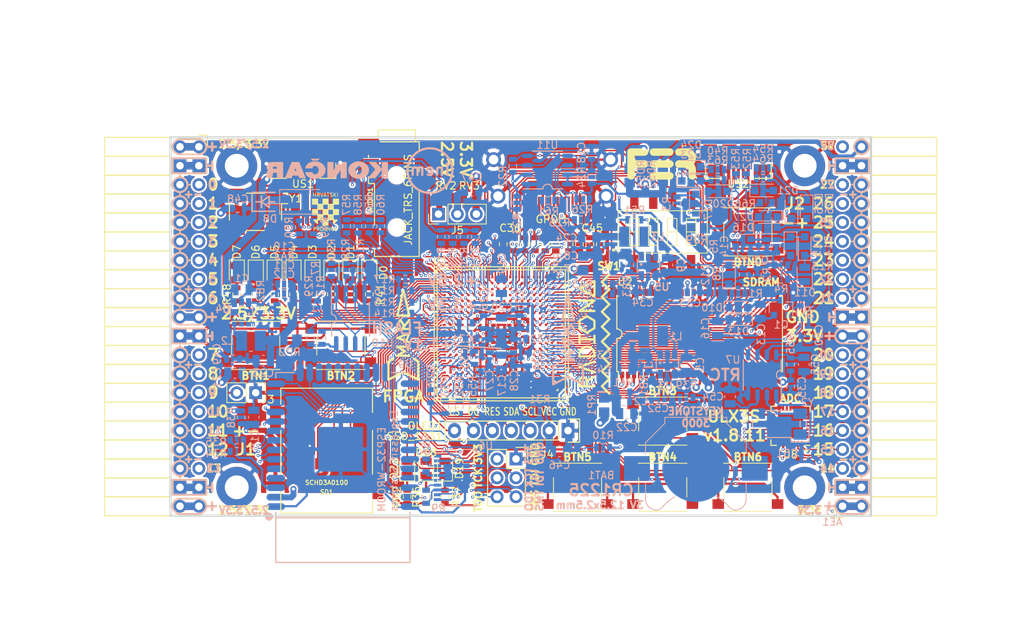
<source format=kicad_pcb>
(kicad_pcb (version 20171130) (host pcbnew 5.0.0-rc2+dfsg1-3)

  (general
    (thickness 1.6)
    (drawings 494)
    (tracks 4913)
    (zones 0)
    (modules 212)
    (nets 318)
  )

  (page A4)
  (layers
    (0 F.Cu signal)
    (1 In1.Cu signal)
    (2 In2.Cu signal)
    (31 B.Cu signal)
    (32 B.Adhes user)
    (33 F.Adhes user)
    (34 B.Paste user)
    (35 F.Paste user)
    (36 B.SilkS user)
    (37 F.SilkS user)
    (38 B.Mask user)
    (39 F.Mask user)
    (40 Dwgs.User user)
    (41 Cmts.User user)
    (42 Eco1.User user)
    (43 Eco2.User user)
    (44 Edge.Cuts user)
    (45 Margin user)
    (46 B.CrtYd user)
    (47 F.CrtYd user)
    (48 B.Fab user hide)
    (49 F.Fab user)
  )

  (setup
    (last_trace_width 0.3)
    (trace_clearance 0.127)
    (zone_clearance 0.127)
    (zone_45_only no)
    (trace_min 0.127)
    (segment_width 0.2)
    (edge_width 0.2)
    (via_size 0.4)
    (via_drill 0.2)
    (via_min_size 0.4)
    (via_min_drill 0.2)
    (uvia_size 0.3)
    (uvia_drill 0.1)
    (uvias_allowed no)
    (uvia_min_size 0.2)
    (uvia_min_drill 0.1)
    (pcb_text_width 0.3)
    (pcb_text_size 1.5 1.5)
    (mod_edge_width 0.15)
    (mod_text_size 1 1)
    (mod_text_width 0.15)
    (pad_size 0.3 0.3)
    (pad_drill 0)
    (pad_to_mask_clearance 0.05)
    (aux_axis_origin 94.1 112.22)
    (grid_origin 93.48 113)
    (visible_elements 7FFFFFFF)
    (pcbplotparams
      (layerselection 0x010fc_ffffffff)
      (usegerberextensions true)
      (usegerberattributes false)
      (usegerberadvancedattributes false)
      (creategerberjobfile false)
      (excludeedgelayer true)
      (linewidth 0.100000)
      (plotframeref false)
      (viasonmask false)
      (mode 1)
      (useauxorigin false)
      (hpglpennumber 1)
      (hpglpenspeed 20)
      (hpglpendiameter 15)
      (psnegative false)
      (psa4output false)
      (plotreference true)
      (plotvalue true)
      (plotinvisibletext false)
      (padsonsilk false)
      (subtractmaskfromsilk false)
      (outputformat 1)
      (mirror false)
      (drillshape 0)
      (scaleselection 1)
      (outputdirectory plot))
  )

  (net 0 "")
  (net 1 GND)
  (net 2 +5V)
  (net 3 /gpio/IN5V)
  (net 4 /gpio/OUT5V)
  (net 5 +3V3)
  (net 6 BTN_D)
  (net 7 BTN_F1)
  (net 8 BTN_F2)
  (net 9 BTN_L)
  (net 10 BTN_R)
  (net 11 BTN_U)
  (net 12 /power/FB1)
  (net 13 +2V5)
  (net 14 /power/PWREN)
  (net 15 /power/FB3)
  (net 16 /power/FB2)
  (net 17 /power/VBAT)
  (net 18 JTAG_TDI)
  (net 19 JTAG_TCK)
  (net 20 JTAG_TMS)
  (net 21 JTAG_TDO)
  (net 22 /power/WAKEUPn)
  (net 23 /power/WKUP)
  (net 24 /power/SHUT)
  (net 25 /power/WAKE)
  (net 26 /power/HOLD)
  (net 27 /power/WKn)
  (net 28 /power/OSCI_32k)
  (net 29 /power/OSCO_32k)
  (net 30 SHUTDOWN)
  (net 31 GPDI_SDA)
  (net 32 GPDI_SCL)
  (net 33 /gpdi/VREF2)
  (net 34 SD_CMD)
  (net 35 SD_CLK)
  (net 36 SD_D0)
  (net 37 SD_D1)
  (net 38 USB5V)
  (net 39 GPDI_CEC)
  (net 40 nRESET)
  (net 41 FTDI_nDTR)
  (net 42 SDRAM_CKE)
  (net 43 SDRAM_A7)
  (net 44 SDRAM_D15)
  (net 45 SDRAM_BA1)
  (net 46 SDRAM_D7)
  (net 47 SDRAM_A6)
  (net 48 SDRAM_CLK)
  (net 49 SDRAM_D13)
  (net 50 SDRAM_BA0)
  (net 51 SDRAM_D6)
  (net 52 SDRAM_A5)
  (net 53 SDRAM_D14)
  (net 54 SDRAM_A11)
  (net 55 SDRAM_D12)
  (net 56 SDRAM_D5)
  (net 57 SDRAM_A4)
  (net 58 SDRAM_A10)
  (net 59 SDRAM_D11)
  (net 60 SDRAM_A3)
  (net 61 SDRAM_D4)
  (net 62 SDRAM_D10)
  (net 63 SDRAM_D9)
  (net 64 SDRAM_A9)
  (net 65 SDRAM_D3)
  (net 66 SDRAM_D8)
  (net 67 SDRAM_A8)
  (net 68 SDRAM_A2)
  (net 69 SDRAM_A1)
  (net 70 SDRAM_A0)
  (net 71 SDRAM_D2)
  (net 72 SDRAM_D1)
  (net 73 SDRAM_D0)
  (net 74 SDRAM_DQM0)
  (net 75 SDRAM_nCS)
  (net 76 SDRAM_nRAS)
  (net 77 SDRAM_DQM1)
  (net 78 SDRAM_nCAS)
  (net 79 SDRAM_nWE)
  (net 80 /flash/FLASH_nWP)
  (net 81 /flash/FLASH_nHOLD)
  (net 82 /flash/FLASH_MOSI)
  (net 83 /flash/FLASH_MISO)
  (net 84 /flash/FLASH_SCK)
  (net 85 /flash/FLASH_nCS)
  (net 86 /flash/FPGA_PROGRAMN)
  (net 87 /flash/FPGA_DONE)
  (net 88 /flash/FPGA_INITN)
  (net 89 OLED_RES)
  (net 90 OLED_DC)
  (net 91 OLED_CS)
  (net 92 WIFI_EN)
  (net 93 FTDI_nRTS)
  (net 94 FTDI_TXD)
  (net 95 FTDI_RXD)
  (net 96 WIFI_RXD)
  (net 97 WIFI_GPIO0)
  (net 98 WIFI_TXD)
  (net 99 USB_FTDI_D+)
  (net 100 USB_FTDI_D-)
  (net 101 SD_D3)
  (net 102 AUDIO_L3)
  (net 103 AUDIO_L2)
  (net 104 AUDIO_L1)
  (net 105 AUDIO_L0)
  (net 106 AUDIO_R3)
  (net 107 AUDIO_R2)
  (net 108 AUDIO_R1)
  (net 109 AUDIO_R0)
  (net 110 OLED_CLK)
  (net 111 OLED_MOSI)
  (net 112 LED0)
  (net 113 LED1)
  (net 114 LED2)
  (net 115 LED3)
  (net 116 LED4)
  (net 117 LED5)
  (net 118 LED6)
  (net 119 LED7)
  (net 120 BTN_PWRn)
  (net 121 FTDI_nTXLED)
  (net 122 FTDI_nSLEEP)
  (net 123 /blinkey/LED_PWREN)
  (net 124 /blinkey/LED_TXLED)
  (net 125 /sdcard/SD3V3)
  (net 126 SD_D2)
  (net 127 CLK_25MHz)
  (net 128 /blinkey/BTNPUL)
  (net 129 /blinkey/BTNPUR)
  (net 130 USB_FPGA_D+)
  (net 131 /power/FTDI_nSUSPEND)
  (net 132 /blinkey/ALED0)
  (net 133 /blinkey/ALED1)
  (net 134 /blinkey/ALED2)
  (net 135 /blinkey/ALED3)
  (net 136 /blinkey/ALED4)
  (net 137 /blinkey/ALED5)
  (net 138 /blinkey/ALED6)
  (net 139 /blinkey/ALED7)
  (net 140 /usb/FTD-)
  (net 141 /usb/FTD+)
  (net 142 ADC_MISO)
  (net 143 ADC_MOSI)
  (net 144 ADC_CSn)
  (net 145 ADC_SCLK)
  (net 146 SW3)
  (net 147 SW2)
  (net 148 SW1)
  (net 149 USB_FPGA_D-)
  (net 150 /usb/FPD+)
  (net 151 /usb/FPD-)
  (net 152 WIFI_GPIO16)
  (net 153 /usb/ANT_433MHz)
  (net 154 /power/PWRBTn)
  (net 155 PROG_DONE)
  (net 156 /power/P3V3)
  (net 157 /power/P2V5)
  (net 158 /power/L1)
  (net 159 /power/L3)
  (net 160 /power/L2)
  (net 161 FTDI_TXDEN)
  (net 162 SDRAM_A12)
  (net 163 /analog/AUDIO_V)
  (net 164 AUDIO_V3)
  (net 165 AUDIO_V2)
  (net 166 AUDIO_V1)
  (net 167 AUDIO_V0)
  (net 168 /blinkey/LED_WIFI)
  (net 169 /power/P1V1)
  (net 170 +1V1)
  (net 171 SW4)
  (net 172 /blinkey/SWPU)
  (net 173 /wifi/WIFIEN)
  (net 174 FT2V5)
  (net 175 GN0)
  (net 176 GP0)
  (net 177 GN1)
  (net 178 GP1)
  (net 179 GN2)
  (net 180 GP2)
  (net 181 GN3)
  (net 182 GP3)
  (net 183 GN4)
  (net 184 GP4)
  (net 185 GN5)
  (net 186 GP5)
  (net 187 GN6)
  (net 188 GP6)
  (net 189 GN14)
  (net 190 GP14)
  (net 191 GN15)
  (net 192 GP15)
  (net 193 GN16)
  (net 194 GP16)
  (net 195 GN17)
  (net 196 GP17)
  (net 197 GN18)
  (net 198 GP18)
  (net 199 GN19)
  (net 200 GP19)
  (net 201 GN20)
  (net 202 GP20)
  (net 203 GN21)
  (net 204 GP21)
  (net 205 GN22)
  (net 206 GP22)
  (net 207 GN23)
  (net 208 GP23)
  (net 209 GN24)
  (net 210 GP24)
  (net 211 GN25)
  (net 212 GP25)
  (net 213 GN26)
  (net 214 GP26)
  (net 215 GN27)
  (net 216 GP27)
  (net 217 GN7)
  (net 218 GP7)
  (net 219 GN8)
  (net 220 GP8)
  (net 221 GN9)
  (net 222 GP9)
  (net 223 GN10)
  (net 224 GP10)
  (net 225 GN11)
  (net 226 GP11)
  (net 227 GN12)
  (net 228 GP12)
  (net 229 GN13)
  (net 230 GP13)
  (net 231 WIFI_GPIO5)
  (net 232 WIFI_GPIO17)
  (net 233 USB_FPGA_PULL_D+)
  (net 234 USB_FPGA_PULL_D-)
  (net 235 "Net-(D23-Pad2)")
  (net 236 "Net-(D24-Pad1)")
  (net 237 "Net-(D25-Pad2)")
  (net 238 "Net-(D26-Pad1)")
  (net 239 /gpdi/GPDI_ETH+)
  (net 240 FPDI_ETH+)
  (net 241 /gpdi/GPDI_ETH-)
  (net 242 FPDI_ETH-)
  (net 243 /gpdi/GPDI_D2-)
  (net 244 FPDI_D2-)
  (net 245 /gpdi/GPDI_D1-)
  (net 246 FPDI_D1-)
  (net 247 /gpdi/GPDI_D0-)
  (net 248 FPDI_D0-)
  (net 249 /gpdi/GPDI_CLK-)
  (net 250 FPDI_CLK-)
  (net 251 /gpdi/GPDI_D2+)
  (net 252 FPDI_D2+)
  (net 253 /gpdi/GPDI_D1+)
  (net 254 FPDI_D1+)
  (net 255 /gpdi/GPDI_D0+)
  (net 256 FPDI_D0+)
  (net 257 /gpdi/GPDI_CLK+)
  (net 258 FPDI_CLK+)
  (net 259 FPDI_SDA)
  (net 260 FPDI_SCL)
  (net 261 /gpdi/FPDI_CEC)
  (net 262 2V5_3V3)
  (net 263 "Net-(AUDIO1-Pad5)")
  (net 264 "Net-(AUDIO1-Pad6)")
  (net 265 "Net-(U1-PadA15)")
  (net 266 "Net-(U1-PadC9)")
  (net 267 "Net-(U1-PadD9)")
  (net 268 "Net-(U1-PadD10)")
  (net 269 "Net-(U1-PadD11)")
  (net 270 "Net-(U1-PadD12)")
  (net 271 "Net-(U1-PadE6)")
  (net 272 "Net-(U1-PadE9)")
  (net 273 "Net-(U1-PadE10)")
  (net 274 "Net-(U1-PadE11)")
  (net 275 "Net-(U1-PadJ4)")
  (net 276 "Net-(U1-PadJ5)")
  (net 277 "Net-(U1-PadK5)")
  (net 278 "Net-(U1-PadL5)")
  (net 279 "Net-(U1-PadM4)")
  (net 280 "Net-(U1-PadM5)")
  (net 281 SD_CD)
  (net 282 SD_WP)
  (net 283 "Net-(U1-PadR3)")
  (net 284 "Net-(U1-PadT16)")
  (net 285 "Net-(U1-PadW4)")
  (net 286 "Net-(U1-PadW5)")
  (net 287 "Net-(U1-PadW8)")
  (net 288 "Net-(U1-PadW9)")
  (net 289 "Net-(U1-PadW13)")
  (net 290 "Net-(U1-PadW14)")
  (net 291 "Net-(U1-PadW17)")
  (net 292 "Net-(U1-PadW18)")
  (net 293 FTDI_nRXLED)
  (net 294 "Net-(U8-Pad12)")
  (net 295 "Net-(U8-Pad25)")
  (net 296 "Net-(U9-Pad32)")
  (net 297 "Net-(U9-Pad22)")
  (net 298 "Net-(U9-Pad21)")
  (net 299 "Net-(U9-Pad20)")
  (net 300 "Net-(U9-Pad19)")
  (net 301 "Net-(U9-Pad18)")
  (net 302 "Net-(U9-Pad17)")
  (net 303 "Net-(U9-Pad12)")
  (net 304 "Net-(U9-Pad5)")
  (net 305 "Net-(U9-Pad4)")
  (net 306 "Net-(US1-Pad4)")
  (net 307 "Net-(Y2-Pad3)")
  (net 308 "Net-(Y2-Pad2)")
  (net 309 "Net-(U1-PadK16)")
  (net 310 "Net-(U1-PadK17)")
  (net 311 /usb/US2VBUS)
  (net 312 /power/SHD)
  (net 313 /power/RTCVDD)
  (net 314 "Net-(D27-Pad2)")
  (net 315 US2_ID)
  (net 316 AUDIO_L)
  (net 317 AUDIO_R)

  (net_class Default "This is the default net class."
    (clearance 0.127)
    (trace_width 0.3)
    (via_dia 0.4)
    (via_drill 0.2)
    (uvia_dia 0.3)
    (uvia_drill 0.1)
    (add_net +1V1)
    (add_net +2V5)
    (add_net +3V3)
    (add_net +5V)
    (add_net /analog/AUDIO_V)
    (add_net /blinkey/ALED0)
    (add_net /blinkey/ALED1)
    (add_net /blinkey/ALED2)
    (add_net /blinkey/ALED3)
    (add_net /blinkey/ALED4)
    (add_net /blinkey/ALED5)
    (add_net /blinkey/ALED6)
    (add_net /blinkey/ALED7)
    (add_net /blinkey/BTNPUL)
    (add_net /blinkey/BTNPUR)
    (add_net /blinkey/LED_PWREN)
    (add_net /blinkey/LED_TXLED)
    (add_net /blinkey/LED_WIFI)
    (add_net /blinkey/SWPU)
    (add_net /gpdi/GPDI_CLK+)
    (add_net /gpdi/GPDI_CLK-)
    (add_net /gpdi/GPDI_D0+)
    (add_net /gpdi/GPDI_D0-)
    (add_net /gpdi/GPDI_D1+)
    (add_net /gpdi/GPDI_D1-)
    (add_net /gpdi/GPDI_D2+)
    (add_net /gpdi/GPDI_D2-)
    (add_net /gpdi/GPDI_ETH+)
    (add_net /gpdi/GPDI_ETH-)
    (add_net /gpdi/VREF2)
    (add_net /gpio/IN5V)
    (add_net /gpio/OUT5V)
    (add_net /power/FB1)
    (add_net /power/FB2)
    (add_net /power/FB3)
    (add_net /power/FTDI_nSUSPEND)
    (add_net /power/HOLD)
    (add_net /power/L1)
    (add_net /power/L2)
    (add_net /power/L3)
    (add_net /power/OSCI_32k)
    (add_net /power/OSCO_32k)
    (add_net /power/P1V1)
    (add_net /power/P2V5)
    (add_net /power/P3V3)
    (add_net /power/PWRBTn)
    (add_net /power/PWREN)
    (add_net /power/RTCVDD)
    (add_net /power/SHD)
    (add_net /power/SHUT)
    (add_net /power/VBAT)
    (add_net /power/WAKE)
    (add_net /power/WAKEUPn)
    (add_net /power/WKUP)
    (add_net /power/WKn)
    (add_net /sdcard/SD3V3)
    (add_net /usb/ANT_433MHz)
    (add_net /usb/FPD+)
    (add_net /usb/FPD-)
    (add_net /usb/FTD+)
    (add_net /usb/FTD-)
    (add_net /usb/US2VBUS)
    (add_net /wifi/WIFIEN)
    (add_net 2V5_3V3)
    (add_net AUDIO_L)
    (add_net AUDIO_R)
    (add_net FT2V5)
    (add_net FTDI_nRXLED)
    (add_net GND)
    (add_net "Net-(AUDIO1-Pad5)")
    (add_net "Net-(AUDIO1-Pad6)")
    (add_net "Net-(D23-Pad2)")
    (add_net "Net-(D24-Pad1)")
    (add_net "Net-(D25-Pad2)")
    (add_net "Net-(D26-Pad1)")
    (add_net "Net-(D27-Pad2)")
    (add_net "Net-(U1-PadA15)")
    (add_net "Net-(U1-PadC9)")
    (add_net "Net-(U1-PadD10)")
    (add_net "Net-(U1-PadD11)")
    (add_net "Net-(U1-PadD12)")
    (add_net "Net-(U1-PadD9)")
    (add_net "Net-(U1-PadE10)")
    (add_net "Net-(U1-PadE11)")
    (add_net "Net-(U1-PadE6)")
    (add_net "Net-(U1-PadE9)")
    (add_net "Net-(U1-PadJ4)")
    (add_net "Net-(U1-PadJ5)")
    (add_net "Net-(U1-PadK16)")
    (add_net "Net-(U1-PadK17)")
    (add_net "Net-(U1-PadK5)")
    (add_net "Net-(U1-PadL5)")
    (add_net "Net-(U1-PadM4)")
    (add_net "Net-(U1-PadM5)")
    (add_net "Net-(U1-PadR3)")
    (add_net "Net-(U1-PadT16)")
    (add_net "Net-(U1-PadW13)")
    (add_net "Net-(U1-PadW14)")
    (add_net "Net-(U1-PadW17)")
    (add_net "Net-(U1-PadW18)")
    (add_net "Net-(U1-PadW4)")
    (add_net "Net-(U1-PadW5)")
    (add_net "Net-(U1-PadW8)")
    (add_net "Net-(U1-PadW9)")
    (add_net "Net-(U8-Pad12)")
    (add_net "Net-(U8-Pad25)")
    (add_net "Net-(U9-Pad12)")
    (add_net "Net-(U9-Pad17)")
    (add_net "Net-(U9-Pad18)")
    (add_net "Net-(U9-Pad19)")
    (add_net "Net-(U9-Pad20)")
    (add_net "Net-(U9-Pad21)")
    (add_net "Net-(U9-Pad22)")
    (add_net "Net-(U9-Pad32)")
    (add_net "Net-(U9-Pad4)")
    (add_net "Net-(U9-Pad5)")
    (add_net "Net-(US1-Pad4)")
    (add_net "Net-(Y2-Pad2)")
    (add_net "Net-(Y2-Pad3)")
    (add_net SD_CD)
    (add_net SD_WP)
    (add_net US2_ID)
    (add_net USB5V)
  )

  (net_class BGA ""
    (clearance 0.127)
    (trace_width 0.19)
    (via_dia 0.4)
    (via_drill 0.2)
    (uvia_dia 0.3)
    (uvia_drill 0.1)
    (add_net /flash/FLASH_MISO)
    (add_net /flash/FLASH_MOSI)
    (add_net /flash/FLASH_SCK)
    (add_net /flash/FLASH_nCS)
    (add_net /flash/FLASH_nHOLD)
    (add_net /flash/FLASH_nWP)
    (add_net /flash/FPGA_DONE)
    (add_net /flash/FPGA_INITN)
    (add_net /flash/FPGA_PROGRAMN)
    (add_net /gpdi/FPDI_CEC)
    (add_net ADC_CSn)
    (add_net ADC_MISO)
    (add_net ADC_MOSI)
    (add_net ADC_SCLK)
    (add_net AUDIO_L0)
    (add_net AUDIO_L1)
    (add_net AUDIO_L2)
    (add_net AUDIO_L3)
    (add_net AUDIO_R0)
    (add_net AUDIO_R1)
    (add_net AUDIO_R2)
    (add_net AUDIO_R3)
    (add_net AUDIO_V0)
    (add_net AUDIO_V1)
    (add_net AUDIO_V2)
    (add_net AUDIO_V3)
    (add_net BTN_D)
    (add_net BTN_F1)
    (add_net BTN_F2)
    (add_net BTN_L)
    (add_net BTN_PWRn)
    (add_net BTN_R)
    (add_net BTN_U)
    (add_net CLK_25MHz)
    (add_net FPDI_CLK+)
    (add_net FPDI_CLK-)
    (add_net FPDI_D0+)
    (add_net FPDI_D0-)
    (add_net FPDI_D1+)
    (add_net FPDI_D1-)
    (add_net FPDI_D2+)
    (add_net FPDI_D2-)
    (add_net FPDI_ETH+)
    (add_net FPDI_ETH-)
    (add_net FPDI_SCL)
    (add_net FPDI_SDA)
    (add_net FTDI_RXD)
    (add_net FTDI_TXD)
    (add_net FTDI_TXDEN)
    (add_net FTDI_nDTR)
    (add_net FTDI_nRTS)
    (add_net FTDI_nSLEEP)
    (add_net FTDI_nTXLED)
    (add_net GN0)
    (add_net GN1)
    (add_net GN10)
    (add_net GN11)
    (add_net GN12)
    (add_net GN13)
    (add_net GN14)
    (add_net GN15)
    (add_net GN16)
    (add_net GN17)
    (add_net GN18)
    (add_net GN19)
    (add_net GN2)
    (add_net GN20)
    (add_net GN21)
    (add_net GN22)
    (add_net GN23)
    (add_net GN24)
    (add_net GN25)
    (add_net GN26)
    (add_net GN27)
    (add_net GN3)
    (add_net GN4)
    (add_net GN5)
    (add_net GN6)
    (add_net GN7)
    (add_net GN8)
    (add_net GN9)
    (add_net GP0)
    (add_net GP1)
    (add_net GP10)
    (add_net GP11)
    (add_net GP12)
    (add_net GP13)
    (add_net GP14)
    (add_net GP15)
    (add_net GP16)
    (add_net GP17)
    (add_net GP18)
    (add_net GP19)
    (add_net GP2)
    (add_net GP20)
    (add_net GP21)
    (add_net GP22)
    (add_net GP23)
    (add_net GP24)
    (add_net GP25)
    (add_net GP26)
    (add_net GP27)
    (add_net GP3)
    (add_net GP4)
    (add_net GP5)
    (add_net GP6)
    (add_net GP7)
    (add_net GP8)
    (add_net GP9)
    (add_net GPDI_CEC)
    (add_net GPDI_SCL)
    (add_net GPDI_SDA)
    (add_net JTAG_TCK)
    (add_net JTAG_TDI)
    (add_net JTAG_TDO)
    (add_net JTAG_TMS)
    (add_net LED0)
    (add_net LED1)
    (add_net LED2)
    (add_net LED3)
    (add_net LED4)
    (add_net LED5)
    (add_net LED6)
    (add_net LED7)
    (add_net OLED_CLK)
    (add_net OLED_CS)
    (add_net OLED_DC)
    (add_net OLED_MOSI)
    (add_net OLED_RES)
    (add_net PROG_DONE)
    (add_net SDRAM_A0)
    (add_net SDRAM_A1)
    (add_net SDRAM_A10)
    (add_net SDRAM_A11)
    (add_net SDRAM_A12)
    (add_net SDRAM_A2)
    (add_net SDRAM_A3)
    (add_net SDRAM_A4)
    (add_net SDRAM_A5)
    (add_net SDRAM_A6)
    (add_net SDRAM_A7)
    (add_net SDRAM_A8)
    (add_net SDRAM_A9)
    (add_net SDRAM_BA0)
    (add_net SDRAM_BA1)
    (add_net SDRAM_CKE)
    (add_net SDRAM_CLK)
    (add_net SDRAM_D0)
    (add_net SDRAM_D1)
    (add_net SDRAM_D10)
    (add_net SDRAM_D11)
    (add_net SDRAM_D12)
    (add_net SDRAM_D13)
    (add_net SDRAM_D14)
    (add_net SDRAM_D15)
    (add_net SDRAM_D2)
    (add_net SDRAM_D3)
    (add_net SDRAM_D4)
    (add_net SDRAM_D5)
    (add_net SDRAM_D6)
    (add_net SDRAM_D7)
    (add_net SDRAM_D8)
    (add_net SDRAM_D9)
    (add_net SDRAM_DQM0)
    (add_net SDRAM_DQM1)
    (add_net SDRAM_nCAS)
    (add_net SDRAM_nCS)
    (add_net SDRAM_nRAS)
    (add_net SDRAM_nWE)
    (add_net SD_CLK)
    (add_net SD_CMD)
    (add_net SD_D0)
    (add_net SD_D1)
    (add_net SD_D2)
    (add_net SD_D3)
    (add_net SHUTDOWN)
    (add_net SW1)
    (add_net SW2)
    (add_net SW3)
    (add_net SW4)
    (add_net USB_FPGA_D+)
    (add_net USB_FPGA_D-)
    (add_net USB_FPGA_PULL_D+)
    (add_net USB_FPGA_PULL_D-)
    (add_net USB_FTDI_D+)
    (add_net USB_FTDI_D-)
    (add_net WIFI_EN)
    (add_net WIFI_GPIO0)
    (add_net WIFI_GPIO16)
    (add_net WIFI_GPIO17)
    (add_net WIFI_GPIO5)
    (add_net WIFI_RXD)
    (add_net WIFI_TXD)
    (add_net nRESET)
  )

  (net_class Minimal ""
    (clearance 0.127)
    (trace_width 0.127)
    (via_dia 0.4)
    (via_drill 0.2)
    (uvia_dia 0.3)
    (uvia_drill 0.1)
  )

  (module TSOP54:TSOP54 (layer F.Cu) (tedit 5B1ADE42) (tstamp 5A111CAC)
    (at 165.093 87.8 90)
    (descr "TSOPII-54: Plastic Thin Small Outline Package; 54 leads; body width 10.16mm; (see 128m-as4c4m32s-tsopii.pdf and http://www.infineon.com/cms/packages/SMD_-_Surface_Mounted_Devices/P-PG-TSOPII/P-TSOPII-54-1.html)")
    (tags "TSOPII 0.8")
    (path /58D6D507/5A04F49A)
    (attr smd)
    (fp_text reference U2 (at 6.98 -9.993 180) (layer F.SilkS)
      (effects (font (size 1 1) (thickness 0.15)))
    )
    (fp_text value MT48LC16M16A2TG (at 0 12 90) (layer F.Fab)
      (effects (font (size 1 1) (thickness 0.15)))
    )
    (fp_line (start -5.08 11.1) (end -5.08 10.9) (layer F.SilkS) (width 0.15))
    (fp_line (start 5.08 11.1) (end 5.08 10.9) (layer F.SilkS) (width 0.15))
    (fp_line (start -5.08 -10.9) (end -5.9 -10.9) (layer F.SilkS) (width 0.15))
    (fp_line (start -5.08 -11.1) (end -5.08 -10.9) (layer F.SilkS) (width 0.15))
    (fp_line (start 5.08 -11.1) (end 5.08 -10.9) (layer F.SilkS) (width 0.15))
    (fp_line (start 5.08 11.11) (end -5.08 11.11) (layer F.SilkS) (width 0.15))
    (fp_line (start -5.08 -11.11) (end -0.635 -11.11) (layer F.SilkS) (width 0.15))
    (fp_arc (start 0 -11.049) (end -0.635 -11.049) (angle -180) (layer F.SilkS) (width 0.15))
    (fp_line (start 0.635 -11.11) (end 5.08 -11.11) (layer F.SilkS) (width 0.15))
    (pad 28 smd rect (at 5.53 10.4 90) (size 0.9 0.56) (layers F.Cu F.Paste F.Mask)
      (net 1 GND))
    (pad 1 smd rect (at -5.53 -10.4 90) (size 0.9 0.56) (layers F.Cu F.Paste F.Mask)
      (net 5 +3V3))
    (pad 2 smd rect (at -5.53 -9.6 90) (size 0.9 0.56) (layers F.Cu F.Paste F.Mask)
      (net 73 SDRAM_D0))
    (pad 3 smd rect (at -5.53 -8.8 90) (size 0.9 0.56) (layers F.Cu F.Paste F.Mask)
      (net 5 +3V3))
    (pad 4 smd rect (at -5.53 -8 90) (size 0.9 0.56) (layers F.Cu F.Paste F.Mask)
      (net 72 SDRAM_D1))
    (pad 5 smd rect (at -5.53 -7.2 90) (size 0.9 0.56) (layers F.Cu F.Paste F.Mask)
      (net 71 SDRAM_D2))
    (pad 6 smd rect (at -5.53 -6.4 90) (size 0.9 0.56) (layers F.Cu F.Paste F.Mask)
      (net 1 GND))
    (pad 7 smd rect (at -5.53 -5.6 90) (size 0.9 0.56) (layers F.Cu F.Paste F.Mask)
      (net 65 SDRAM_D3))
    (pad 8 smd rect (at -5.53 -4.8 90) (size 0.9 0.56) (layers F.Cu F.Paste F.Mask)
      (net 61 SDRAM_D4))
    (pad 9 smd rect (at -5.53 -4 90) (size 0.9 0.56) (layers F.Cu F.Paste F.Mask)
      (net 5 +3V3))
    (pad 10 smd rect (at -5.53 -3.2 90) (size 0.9 0.56) (layers F.Cu F.Paste F.Mask)
      (net 56 SDRAM_D5))
    (pad 11 smd rect (at -5.53 -2.4 90) (size 0.9 0.56) (layers F.Cu F.Paste F.Mask)
      (net 51 SDRAM_D6))
    (pad 12 smd rect (at -5.53 -1.6 90) (size 0.9 0.56) (layers F.Cu F.Paste F.Mask)
      (net 1 GND))
    (pad 13 smd rect (at -5.53 -0.8 90) (size 0.9 0.56) (layers F.Cu F.Paste F.Mask)
      (net 46 SDRAM_D7))
    (pad 14 smd rect (at -5.53 0 90) (size 0.9 0.56) (layers F.Cu F.Paste F.Mask)
      (net 5 +3V3))
    (pad 15 smd rect (at -5.53 0.8 90) (size 0.9 0.56) (layers F.Cu F.Paste F.Mask)
      (net 74 SDRAM_DQM0))
    (pad 16 smd rect (at -5.53 1.6 90) (size 0.9 0.56) (layers F.Cu F.Paste F.Mask)
      (net 79 SDRAM_nWE))
    (pad 17 smd rect (at -5.53 2.4 90) (size 0.9 0.56) (layers F.Cu F.Paste F.Mask)
      (net 78 SDRAM_nCAS))
    (pad 18 smd rect (at -5.53 3.2 90) (size 0.9 0.56) (layers F.Cu F.Paste F.Mask)
      (net 76 SDRAM_nRAS))
    (pad 19 smd rect (at -5.53 4 90) (size 0.9 0.56) (layers F.Cu F.Paste F.Mask)
      (net 75 SDRAM_nCS))
    (pad 20 smd rect (at -5.53 4.8 90) (size 0.9 0.56) (layers F.Cu F.Paste F.Mask)
      (net 50 SDRAM_BA0))
    (pad 21 smd rect (at -5.53 5.6 90) (size 0.9 0.56) (layers F.Cu F.Paste F.Mask)
      (net 45 SDRAM_BA1))
    (pad 22 smd rect (at -5.53 6.4 90) (size 0.9 0.56) (layers F.Cu F.Paste F.Mask)
      (net 58 SDRAM_A10))
    (pad 23 smd rect (at -5.53 7.2 90) (size 0.9 0.56) (layers F.Cu F.Paste F.Mask)
      (net 70 SDRAM_A0))
    (pad 24 smd rect (at -5.53 8 90) (size 0.9 0.56) (layers F.Cu F.Paste F.Mask)
      (net 69 SDRAM_A1))
    (pad 25 smd rect (at -5.53 8.8 90) (size 0.9 0.56) (layers F.Cu F.Paste F.Mask)
      (net 68 SDRAM_A2))
    (pad 26 smd rect (at -5.53 9.6 90) (size 0.9 0.56) (layers F.Cu F.Paste F.Mask)
      (net 60 SDRAM_A3))
    (pad 27 smd rect (at -5.53 10.4 90) (size 0.9 0.56) (layers F.Cu F.Paste F.Mask)
      (net 5 +3V3))
    (pad 29 smd rect (at 5.53 9.6 90) (size 0.9 0.56) (layers F.Cu F.Paste F.Mask)
      (net 57 SDRAM_A4))
    (pad 30 smd rect (at 5.53 8.8 90) (size 0.9 0.56) (layers F.Cu F.Paste F.Mask)
      (net 52 SDRAM_A5))
    (pad 31 smd rect (at 5.53 8 90) (size 0.9 0.56) (layers F.Cu F.Paste F.Mask)
      (net 47 SDRAM_A6))
    (pad 32 smd rect (at 5.53 7.2 90) (size 0.9 0.56) (layers F.Cu F.Paste F.Mask)
      (net 43 SDRAM_A7))
    (pad 33 smd rect (at 5.53 6.4 90) (size 0.9 0.56) (layers F.Cu F.Paste F.Mask)
      (net 67 SDRAM_A8))
    (pad 34 smd rect (at 5.53 5.6 90) (size 0.9 0.56) (layers F.Cu F.Paste F.Mask)
      (net 64 SDRAM_A9))
    (pad 35 smd rect (at 5.53 4.8 90) (size 0.9 0.56) (layers F.Cu F.Paste F.Mask)
      (net 54 SDRAM_A11))
    (pad 36 smd rect (at 5.53 4 90) (size 0.9 0.56) (layers F.Cu F.Paste F.Mask)
      (net 162 SDRAM_A12))
    (pad 37 smd rect (at 5.53 3.2 90) (size 0.9 0.56) (layers F.Cu F.Paste F.Mask)
      (net 42 SDRAM_CKE))
    (pad 38 smd rect (at 5.53 2.4 90) (size 0.9 0.56) (layers F.Cu F.Paste F.Mask)
      (net 48 SDRAM_CLK))
    (pad 39 smd rect (at 5.53 1.6 90) (size 0.9 0.56) (layers F.Cu F.Paste F.Mask)
      (net 77 SDRAM_DQM1))
    (pad 40 smd rect (at 5.53 0.8 90) (size 0.9 0.56) (layers F.Cu F.Paste F.Mask))
    (pad 41 smd rect (at 5.53 0 90) (size 0.9 0.56) (layers F.Cu F.Paste F.Mask)
      (net 1 GND))
    (pad 42 smd rect (at 5.53 -0.8 90) (size 0.9 0.56) (layers F.Cu F.Paste F.Mask)
      (net 66 SDRAM_D8))
    (pad 43 smd rect (at 5.53 -1.6 90) (size 0.9 0.56) (layers F.Cu F.Paste F.Mask)
      (net 5 +3V3))
    (pad 44 smd rect (at 5.53 -2.4 90) (size 0.9 0.56) (layers F.Cu F.Paste F.Mask)
      (net 63 SDRAM_D9))
    (pad 45 smd rect (at 5.53 -3.2 90) (size 0.9 0.56) (layers F.Cu F.Paste F.Mask)
      (net 62 SDRAM_D10))
    (pad 46 smd rect (at 5.53 -4 90) (size 0.9 0.56) (layers F.Cu F.Paste F.Mask)
      (net 1 GND))
    (pad 47 smd rect (at 5.53 -4.8 90) (size 0.9 0.56) (layers F.Cu F.Paste F.Mask)
      (net 59 SDRAM_D11))
    (pad 48 smd rect (at 5.53 -5.6 90) (size 0.9 0.56) (layers F.Cu F.Paste F.Mask)
      (net 55 SDRAM_D12))
    (pad 49 smd rect (at 5.53 -6.4 90) (size 0.9 0.56) (layers F.Cu F.Paste F.Mask)
      (net 5 +3V3))
    (pad 50 smd rect (at 5.53 -7.2 90) (size 0.9 0.56) (layers F.Cu F.Paste F.Mask)
      (net 49 SDRAM_D13))
    (pad 51 smd rect (at 5.53 -8 90) (size 0.9 0.56) (layers F.Cu F.Paste F.Mask)
      (net 53 SDRAM_D14))
    (pad 52 smd rect (at 5.53 -8.8 90) (size 0.9 0.56) (layers F.Cu F.Paste F.Mask)
      (net 1 GND))
    (pad 53 smd rect (at 5.53 -9.6 90) (size 0.9 0.56) (layers F.Cu F.Paste F.Mask)
      (net 44 SDRAM_D15))
    (pad 54 smd rect (at 5.53 -10.4 90) (size 0.9 0.56) (layers F.Cu F.Paste F.Mask)
      (net 1 GND))
    (model ./footprints/sdram/TSOP54.3dshapes/TSOP54.wrl
      (at (xyz 0 0 0))
      (scale (xyz 0.3937 0.3937 0.3937))
      (rotate (xyz 0 0 90))
    )
  )

  (module SOA008-150mil:SOA008-150-208mil (layer B.Cu) (tedit 5B1AD4D5) (tstamp 5B3C9488)
    (at 118.245 85.822 270)
    (descr "Cypress SOA008 SOIC-8 150/208 mil")
    (tags "SOA008 SOIC-8 1.27 150 208 mil")
    (path /58D913EC/58D913F5)
    (attr smd)
    (fp_text reference U10 (at 3.175 -4.318) (layer B.SilkS)
      (effects (font (size 1 1) (thickness 0.15)) (justify mirror))
    )
    (fp_text value IS25LP128F-JBLE (at 5.08 0) (layer B.Fab)
      (effects (font (size 1 1) (thickness 0.15)) (justify mirror))
    )
    (fp_line (start -0.95 2.45) (end 1.95 2.45) (layer B.Fab) (width 0.15))
    (fp_line (start 1.95 2.45) (end 1.95 -2.45) (layer B.Fab) (width 0.15))
    (fp_line (start 1.95 -2.45) (end -1.95 -2.45) (layer B.Fab) (width 0.15))
    (fp_line (start -1.95 -2.45) (end -1.95 1.45) (layer B.Fab) (width 0.15))
    (fp_line (start -1.95 1.45) (end -0.95 2.45) (layer B.Fab) (width 0.15))
    (fp_line (start -3.75 2.75) (end -3.75 -2.75) (layer B.CrtYd) (width 0.05))
    (fp_line (start 3.75 2.75) (end 3.75 -2.75) (layer B.CrtYd) (width 0.05))
    (fp_line (start -3.75 2.75) (end 3.75 2.75) (layer B.CrtYd) (width 0.05))
    (fp_line (start -3.75 -2.75) (end 3.75 -2.75) (layer B.CrtYd) (width 0.05))
    (fp_line (start 0.635 2.54) (end 2.286 2.54) (layer B.SilkS) (width 0.15))
    (fp_line (start -0.635 2.54) (end -4.318 2.54) (layer B.SilkS) (width 0.15))
    (fp_line (start 2.286 -2.54) (end -2.286 -2.54) (layer B.SilkS) (width 0.15))
    (fp_arc (start 0 2.54) (end -0.635 2.54) (angle 180) (layer B.SilkS) (width 0.15))
    (pad 1 smd rect (at -3.302 1.905 270) (size 2.1 0.6) (layers B.Cu B.Paste B.Mask)
      (net 85 /flash/FLASH_nCS))
    (pad 2 smd oval (at -3.302 0.635 270) (size 2.1 0.6) (layers B.Cu B.Paste B.Mask)
      (net 83 /flash/FLASH_MISO))
    (pad 3 smd oval (at -3.302 -0.635 270) (size 2.1 0.6) (layers B.Cu B.Paste B.Mask)
      (net 80 /flash/FLASH_nWP))
    (pad 4 smd oval (at -3.302 -1.905 270) (size 2.1 0.6) (layers B.Cu B.Paste B.Mask)
      (net 1 GND))
    (pad 5 smd oval (at 3.302 -1.905 270) (size 2.1 0.6) (layers B.Cu B.Paste B.Mask)
      (net 82 /flash/FLASH_MOSI))
    (pad 6 smd oval (at 3.302 -0.635 270) (size 2.1 0.6) (layers B.Cu B.Paste B.Mask)
      (net 84 /flash/FLASH_SCK))
    (pad 7 smd oval (at 3.302 0.635 270) (size 2.1 0.6) (layers B.Cu B.Paste B.Mask)
      (net 81 /flash/FLASH_nHOLD))
    (pad 8 smd oval (at 3.302 1.905 270) (size 2.1 0.6) (layers B.Cu B.Paste B.Mask)
      (net 5 +3V3))
    (model ${KISYS3DMOD}/Package_SO.3dshapes/SOIC-8-1EP_3.9x4.9mm_P1.27mm_EP2.35x2.35mm.step
      (at (xyz 0 0 0))
      (scale (xyz 1 1 1))
      (rotate (xyz 0 0 0))
    )
    (model ${KISYS3DMOD}/Package_SO.3dshapes/SOIJ-8_5.3x5.3mm_P1.27mm.wrl_disabled
      (at (xyz 0 0 0))
      (scale (xyz 1 1 1))
      (rotate (xyz 0 0 0))
    )
  )

  (module SOT96-1:SOT96-1 (layer B.Cu) (tedit 5B1AD492) (tstamp 5A0BABF2)
    (at 173.49 93.315 90)
    (descr "NXP SOT96-1 SOIC-8 150 mil")
    (tags "SOIC-8 1.27 150 mil SOT96-1")
    (path /58D51CAD/58D70684)
    (attr smd)
    (fp_text reference U7 (at 2.032 -3.937 180) (layer B.SilkS)
      (effects (font (size 1 1) (thickness 0.15)) (justify mirror))
    )
    (fp_text value PCF8523 (at 1.27 -6.35 180) (layer B.Fab)
      (effects (font (size 1 1) (thickness 0.15)) (justify mirror))
    )
    (fp_line (start -0.95 2.45) (end 1.95 2.45) (layer B.Fab) (width 0.15))
    (fp_line (start 1.95 2.45) (end 1.95 -2.45) (layer B.Fab) (width 0.15))
    (fp_line (start 1.95 -2.45) (end -1.95 -2.45) (layer B.Fab) (width 0.15))
    (fp_line (start -1.95 -2.45) (end -1.95 1.45) (layer B.Fab) (width 0.15))
    (fp_line (start -1.95 1.45) (end -0.95 2.45) (layer B.Fab) (width 0.15))
    (fp_line (start -3.75 2.75) (end -3.75 -2.75) (layer B.CrtYd) (width 0.05))
    (fp_line (start 3.75 2.75) (end 3.75 -2.75) (layer B.CrtYd) (width 0.05))
    (fp_line (start -3.75 2.75) (end 3.75 2.75) (layer B.CrtYd) (width 0.05))
    (fp_line (start -3.75 -2.75) (end 3.75 -2.75) (layer B.CrtYd) (width 0.05))
    (fp_line (start 0.635 2.54) (end 2.032 2.54) (layer B.SilkS) (width 0.15))
    (fp_line (start -2.032 -2.54) (end 2.032 -2.54) (layer B.SilkS) (width 0.15))
    (fp_line (start -0.635 2.54) (end -3.556 2.54) (layer B.SilkS) (width 0.15))
    (fp_arc (start 0 2.54) (end -0.635 2.54) (angle 180) (layer B.SilkS) (width 0.15))
    (pad 1 smd rect (at -2.7 1.905 90) (size 1.55 0.6) (layers B.Cu B.Paste B.Mask)
      (net 28 /power/OSCI_32k))
    (pad 2 smd oval (at -2.7 0.635 90) (size 1.55 0.6) (layers B.Cu B.Paste B.Mask)
      (net 29 /power/OSCO_32k))
    (pad 3 smd oval (at -2.7 -0.635 90) (size 1.55 0.6) (layers B.Cu B.Paste B.Mask)
      (net 17 /power/VBAT))
    (pad 4 smd oval (at -2.7 -1.905 90) (size 1.55 0.6) (layers B.Cu B.Paste B.Mask)
      (net 1 GND))
    (pad 5 smd oval (at 2.7 -1.905 90) (size 1.55 0.6) (layers B.Cu B.Paste B.Mask)
      (net 259 FPDI_SDA))
    (pad 6 smd oval (at 2.7 -0.635 90) (size 1.55 0.6) (layers B.Cu B.Paste B.Mask)
      (net 260 FPDI_SCL))
    (pad 7 smd oval (at 2.7 0.635 90) (size 1.55 0.6) (layers B.Cu B.Paste B.Mask)
      (net 22 /power/WAKEUPn))
    (pad 8 smd oval (at 2.7 1.905 90) (size 1.55 0.6) (layers B.Cu B.Paste B.Mask)
      (net 313 /power/RTCVDD))
    (model ${KISYS3DMOD}/Package_SO.3dshapes/SOIC-8-1EP_3.9x4.9mm_P1.27mm_EP2.35x2.35mm.step
      (at (xyz 0 0 0))
      (scale (xyz 1 1 1))
      (rotate (xyz 0 0 0))
    )
  )

  (module SM8:SM8 (layer B.Cu) (tedit 5B1AB739) (tstamp 5B17ED8A)
    (at 144.68 65.8015 90)
    (descr "TI SM8 SOIC-8 150 mil")
    (tags "SOIC-8 1.27 150 mil SOT96-1")
    (path /58D686D9/5B01C6B5)
    (attr smd)
    (fp_text reference U11 (at 3.3475 -0.019 -180) (layer B.SilkS)
      (effects (font (size 1 1) (thickness 0.15)) (justify mirror))
    )
    (fp_text value PCA9306D (at 4.318 -5.588 -180) (layer B.Fab)
      (effects (font (size 1 1) (thickness 0.15)) (justify mirror))
    )
    (fp_line (start -2.45 1.95) (end 2.45 1.95) (layer B.Fab) (width 0.15))
    (fp_line (start 2.45 1.95) (end 2.45 -1.95) (layer B.Fab) (width 0.15))
    (fp_line (start 2.45 -1.95) (end -1.45 -1.95) (layer B.Fab) (width 0.15))
    (fp_line (start -1.45 -1.95) (end -2.45 -0.95) (layer B.Fab) (width 0.15))
    (fp_line (start -2.75 -3.75) (end 2.75 -3.75) (layer B.CrtYd) (width 0.05))
    (fp_line (start -2.75 3.75) (end 2.75 3.75) (layer B.CrtYd) (width 0.05))
    (fp_line (start -2.75 -3.75) (end -2.75 3.75) (layer B.CrtYd) (width 0.05))
    (fp_line (start 2.75 -3.75) (end 2.75 3.75) (layer B.CrtYd) (width 0.05))
    (fp_line (start -2.54 -0.635) (end -2.54 -3.302) (layer B.SilkS) (width 0.15))
    (fp_line (start -2.54 0.635) (end -2.54 2.032) (layer B.SilkS) (width 0.15))
    (fp_line (start 2.54 2.032) (end 2.54 -2.032) (layer B.SilkS) (width 0.15))
    (fp_arc (start -2.54 0) (end -2.54 -0.635) (angle 180) (layer B.SilkS) (width 0.15))
    (pad 1 smd rect (at -1.905 -2.7) (size 1.55 0.6) (layers B.Cu B.Paste B.Mask)
      (net 1 GND))
    (pad 2 smd oval (at -0.635 -2.7) (size 1.55 0.6) (layers B.Cu B.Paste B.Mask)
      (net 5 +3V3))
    (pad 3 smd oval (at 0.635 -2.7) (size 1.55 0.6) (layers B.Cu B.Paste B.Mask)
      (net 260 FPDI_SCL))
    (pad 4 smd oval (at 1.905 -2.7) (size 1.55 0.6) (layers B.Cu B.Paste B.Mask)
      (net 259 FPDI_SDA))
    (pad 5 smd oval (at 1.905 2.7) (size 1.55 0.6) (layers B.Cu B.Paste B.Mask)
      (net 31 GPDI_SDA))
    (pad 6 smd oval (at 0.635 2.7) (size 1.55 0.6) (layers B.Cu B.Paste B.Mask)
      (net 32 GPDI_SCL))
    (pad 7 smd oval (at -0.635 2.7) (size 1.55 0.6) (layers B.Cu B.Paste B.Mask)
      (net 33 /gpdi/VREF2))
    (pad 8 smd oval (at -1.905 2.7) (size 1.55 0.6) (layers B.Cu B.Paste B.Mask)
      (net 33 /gpdi/VREF2))
    (model ${KISYS3DMOD}/Package_SO.3dshapes/SOIC-8_3.9x4.9mm_P1.27mm.wrl
      (at (xyz 0 0 0))
      (scale (xyz 1 1 1))
      (rotate (xyz 0 0 -90))
    )
  )

  (module ft231x:FT231X-SSOP-20_4.4x6.5mm_Pitch0.65mm (layer B.Cu) (tedit 5B1AB69B) (tstamp 5B2637EB)
    (at 132.835 107.14 180)
    (descr "FT231X SSOP20: plastic shrink small outline package; 20 leads; body width 4.4 mm; (see NXP SSOP-TSSOP-VSO-REFLOW.pdf and sot266-1_po.pdf)")
    (tags "FT231X SSOP 0.65")
    (path /58D6BF46/58EB61C6)
    (attr smd)
    (fp_text reference U6 (at -3.556 4.318 180) (layer B.SilkS)
      (effects (font (size 1 1) (thickness 0.15)) (justify mirror))
    )
    (fp_text value FT231XS (at 0 -5.334 180) (layer B.Fab)
      (effects (font (size 1 1) (thickness 0.15)) (justify mirror))
    )
    (fp_line (start 2.286 -3.81) (end 2.286 -3.429) (layer B.SilkS) (width 0.15))
    (fp_line (start -2.286 -3.81) (end 2.286 -3.81) (layer B.SilkS) (width 0.15))
    (fp_line (start -2.286 -3.429) (end -2.286 -3.81) (layer B.SilkS) (width 0.15))
    (fp_line (start -2.286 3.429) (end -3.302 3.429) (layer B.SilkS) (width 0.15))
    (fp_line (start -2.286 3.81) (end -2.286 3.429) (layer B.SilkS) (width 0.15))
    (fp_line (start -0.508 3.81) (end -2.286 3.81) (layer B.SilkS) (width 0.15))
    (fp_line (start 2.286 3.81) (end 2.286 3.429) (layer B.SilkS) (width 0.15))
    (fp_line (start 0.508 3.81) (end 2.286 3.81) (layer B.SilkS) (width 0.15))
    (fp_arc (start 0 3.81) (end -0.508 3.81) (angle 180) (layer B.SilkS) (width 0.15))
    (fp_line (start -3.65 -3.55) (end 3.65 -3.55) (layer B.CrtYd) (width 0.05))
    (fp_line (start -3.65 3.55) (end 3.65 3.55) (layer B.CrtYd) (width 0.05))
    (fp_line (start 3.65 3.55) (end 3.65 -3.55) (layer B.CrtYd) (width 0.05))
    (fp_line (start -3.65 3.55) (end -3.65 -3.55) (layer B.CrtYd) (width 0.05))
    (fp_line (start -2.2 2.25) (end -1.2 3.25) (layer B.Fab) (width 0.15))
    (fp_line (start -2.2 -3.25) (end -2.2 2.25) (layer B.Fab) (width 0.15))
    (fp_line (start 2.2 -3.25) (end -2.2 -3.25) (layer B.Fab) (width 0.15))
    (fp_line (start 2.2 3.25) (end 2.2 -3.25) (layer B.Fab) (width 0.15))
    (fp_line (start -1.2 3.25) (end 2.2 3.25) (layer B.Fab) (width 0.15))
    (pad 20 smd rect (at 2.9 2.925 180) (size 1 0.4) (layers B.Cu B.Paste B.Mask)
      (net 94 FTDI_TXD))
    (pad 19 smd rect (at 2.9 2.275 180) (size 1 0.4) (layers B.Cu B.Paste B.Mask)
      (net 122 FTDI_nSLEEP))
    (pad 18 smd rect (at 2.9 1.625 180) (size 1 0.4) (layers B.Cu B.Paste B.Mask)
      (net 161 FTDI_TXDEN))
    (pad 17 smd rect (at 2.9 0.975 180) (size 1 0.4) (layers B.Cu B.Paste B.Mask)
      (net 293 FTDI_nRXLED))
    (pad 16 smd rect (at 2.9 0.325 180) (size 1 0.4) (layers B.Cu B.Paste B.Mask)
      (net 1 GND))
    (pad 15 smd rect (at 2.9 -0.325 180) (size 1 0.4) (layers B.Cu B.Paste B.Mask)
      (net 38 USB5V))
    (pad 14 smd rect (at 2.9 -0.975 180) (size 1 0.4) (layers B.Cu B.Paste B.Mask)
      (net 40 nRESET))
    (pad 13 smd rect (at 2.9 -1.625 180) (size 1 0.4) (layers B.Cu B.Paste B.Mask)
      (net 174 FT2V5))
    (pad 12 smd rect (at 2.9 -2.275 180) (size 1 0.4) (layers B.Cu B.Paste B.Mask)
      (net 100 USB_FTDI_D-))
    (pad 11 smd rect (at 2.9 -2.925 180) (size 1 0.4) (layers B.Cu B.Paste B.Mask)
      (net 99 USB_FTDI_D+))
    (pad 10 smd rect (at -2.9 -2.925 180) (size 1 0.4) (layers B.Cu B.Paste B.Mask)
      (net 121 FTDI_nTXLED))
    (pad 9 smd rect (at -2.9 -2.275 180) (size 1 0.4) (layers B.Cu B.Paste B.Mask)
      (net 21 JTAG_TDO))
    (pad 8 smd rect (at -2.9 -1.625 180) (size 1 0.4) (layers B.Cu B.Paste B.Mask)
      (net 20 JTAG_TMS))
    (pad 7 smd rect (at -2.9 -0.975 180) (size 1 0.4) (layers B.Cu B.Paste B.Mask)
      (net 19 JTAG_TCK))
    (pad 6 smd rect (at -2.9 -0.325 180) (size 1 0.4) (layers B.Cu B.Paste B.Mask)
      (net 1 GND))
    (pad 5 smd rect (at -2.9 0.325 180) (size 1 0.4) (layers B.Cu B.Paste B.Mask)
      (net 18 JTAG_TDI))
    (pad 4 smd rect (at -2.9 0.975 180) (size 1 0.4) (layers B.Cu B.Paste B.Mask)
      (net 95 FTDI_RXD))
    (pad 3 smd rect (at -2.9 1.625 180) (size 1 0.4) (layers B.Cu B.Paste B.Mask)
      (net 174 FT2V5))
    (pad 2 smd rect (at -2.9 2.275 180) (size 1 0.4) (layers B.Cu B.Paste B.Mask)
      (net 93 FTDI_nRTS))
    (pad 1 smd rect (at -2.9 2.925 180) (size 1 0.4) (layers B.Cu B.Paste B.Mask)
      (net 41 FTDI_nDTR))
    (model ${KISYS3DMOD}/Package_SO.3dshapes/SSOP-20_4.4x6.5mm_P0.65mm.wrl
      (at (xyz 0 0 0))
      (scale (xyz 1 1 1))
      (rotate (xyz 0 0 0))
    )
  )

  (module TSOT-25:TSOT-25 (layer B.Cu) (tedit 5B1AAF38) (tstamp 58D66E99)
    (at 158.235 78.692)
    (path /58D51CAD/5AFCC283)
    (attr smd)
    (fp_text reference U5 (at 1.793 2.812) (layer B.SilkS)
      (effects (font (size 1 1) (thickness 0.2)) (justify mirror))
    )
    (fp_text value TLV62569DBV (at 0 2.413) (layer B.Fab)
      (effects (font (size 0.4 0.4) (thickness 0.1)) (justify mirror))
    )
    (fp_circle (center -1 -0.2) (end -0.95 -0.3) (layer B.SilkS) (width 0.15))
    (fp_line (start -0.3 0.9) (end 0.3 0.9) (layer B.SilkS) (width 0.15))
    (fp_line (start 1.5 0.9) (end 1.5 -0.9) (layer B.SilkS) (width 0.15))
    (fp_line (start -1.5 -0.9) (end -1.5 0.9) (layer B.SilkS) (width 0.15))
    (pad 1 smd rect (at -0.95 -1.3) (size 0.7 1.2) (layers B.Cu B.Paste B.Mask)
      (net 14 /power/PWREN))
    (pad 2 smd rect (at 0 -1.3) (size 0.7 1.2) (layers B.Cu B.Paste B.Mask)
      (net 1 GND))
    (pad 3 smd rect (at 0.95 -1.3) (size 0.7 1.2) (layers B.Cu B.Paste B.Mask)
      (net 159 /power/L3))
    (pad 4 smd rect (at 0.95 1.3) (size 0.7 1.2) (layers B.Cu B.Paste B.Mask)
      (net 2 +5V))
    (pad 5 smd rect (at -0.95 1.3) (size 0.7 1.2) (layers B.Cu B.Paste B.Mask)
      (net 15 /power/FB3))
    (model ${KISYS3DMOD}/Package_TO_SOT_SMD.3dshapes/SOT-23-5.wrl
      (at (xyz 0 0 0))
      (scale (xyz 1 1 1))
      (rotate (xyz 0 0 -90))
    )
  )

  (module TSOT-25:TSOT-25 (layer B.Cu) (tedit 5B1AAF38) (tstamp 58D5976E)
    (at 160.775 91.9)
    (path /58D51CAD/5AF563F3)
    (attr smd)
    (fp_text reference U3 (at -0.295 2.9) (layer B.SilkS)
      (effects (font (size 1 1) (thickness 0.2)) (justify mirror))
    )
    (fp_text value TLV62569DBV (at 0 2.286) (layer B.Fab)
      (effects (font (size 0.4 0.4) (thickness 0.1)) (justify mirror))
    )
    (fp_circle (center -1 -0.2) (end -0.95 -0.3) (layer B.SilkS) (width 0.15))
    (fp_line (start -0.3 0.9) (end 0.3 0.9) (layer B.SilkS) (width 0.15))
    (fp_line (start 1.5 0.9) (end 1.5 -0.9) (layer B.SilkS) (width 0.15))
    (fp_line (start -1.5 -0.9) (end -1.5 0.9) (layer B.SilkS) (width 0.15))
    (pad 1 smd rect (at -0.95 -1.3) (size 0.7 1.2) (layers B.Cu B.Paste B.Mask)
      (net 14 /power/PWREN))
    (pad 2 smd rect (at 0 -1.3) (size 0.7 1.2) (layers B.Cu B.Paste B.Mask)
      (net 1 GND))
    (pad 3 smd rect (at 0.95 -1.3) (size 0.7 1.2) (layers B.Cu B.Paste B.Mask)
      (net 158 /power/L1))
    (pad 4 smd rect (at 0.95 1.3) (size 0.7 1.2) (layers B.Cu B.Paste B.Mask)
      (net 2 +5V))
    (pad 5 smd rect (at -0.95 1.3) (size 0.7 1.2) (layers B.Cu B.Paste B.Mask)
      (net 12 /power/FB1))
    (model ${KISYS3DMOD}/Package_TO_SOT_SMD.3dshapes/SOT-23-5.wrl
      (at (xyz 0 0 0))
      (scale (xyz 1 1 1))
      (rotate (xyz 0 0 -90))
    )
  )

  (module TSOT-25:TSOT-25 (layer B.Cu) (tedit 5B1AAF38) (tstamp 58D599CD)
    (at 103.625 84.915 180)
    (path /58D51CAD/5AFCB5C1)
    (attr smd)
    (fp_text reference U4 (at 2.525 0.4265 180) (layer B.SilkS)
      (effects (font (size 1 1) (thickness 0.2)) (justify mirror))
    )
    (fp_text value TLV62569DBV (at 0 2.443 180) (layer B.Fab)
      (effects (font (size 0.4 0.4) (thickness 0.1)) (justify mirror))
    )
    (fp_circle (center -1 -0.2) (end -0.95 -0.3) (layer B.SilkS) (width 0.15))
    (fp_line (start -0.3 0.9) (end 0.3 0.9) (layer B.SilkS) (width 0.15))
    (fp_line (start 1.5 0.9) (end 1.5 -0.9) (layer B.SilkS) (width 0.15))
    (fp_line (start -1.5 -0.9) (end -1.5 0.9) (layer B.SilkS) (width 0.15))
    (pad 1 smd rect (at -0.95 -1.3 180) (size 0.7 1.2) (layers B.Cu B.Paste B.Mask)
      (net 14 /power/PWREN))
    (pad 2 smd rect (at 0 -1.3 180) (size 0.7 1.2) (layers B.Cu B.Paste B.Mask)
      (net 1 GND))
    (pad 3 smd rect (at 0.95 -1.3 180) (size 0.7 1.2) (layers B.Cu B.Paste B.Mask)
      (net 160 /power/L2))
    (pad 4 smd rect (at 0.95 1.3 180) (size 0.7 1.2) (layers B.Cu B.Paste B.Mask)
      (net 2 +5V))
    (pad 5 smd rect (at -0.95 1.3 180) (size 0.7 1.2) (layers B.Cu B.Paste B.Mask)
      (net 16 /power/FB2))
    (model ${KISYS3DMOD}/Package_TO_SOT_SMD.3dshapes/SOT-23-5.wrl
      (at (xyz 0 0 0))
      (scale (xyz 1 1 1))
      (rotate (xyz 0 0 -90))
    )
  )

  (module ESP32:ESP32-WROOM (layer B.Cu) (tedit 5B1AAE56) (tstamp 5A111CE5)
    (at 117.23 105.75 180)
    (path /58D6D447/58E5662B)
    (fp_text reference U9 (at -8.366 13.85 180) (layer B.SilkS)
      (effects (font (size 1 1) (thickness 0.15)) (justify mirror))
    )
    (fp_text value ESP-WROOM-32 (at 5.715 -14.224 180) (layer B.Fab)
      (effects (font (size 1 1) (thickness 0.15)) (justify mirror))
    )
    (fp_text user "Espressif Systems" (at -6.858 0.889 90) (layer B.SilkS)
      (effects (font (size 1 1) (thickness 0.15)) (justify mirror))
    )
    (fp_circle (center 9.906 -6.604) (end 10.033 -6.858) (layer B.SilkS) (width 0.5))
    (fp_text user ESP32-WROOM (at -5.207 -0.254 90) (layer B.SilkS)
      (effects (font (size 1 1) (thickness 0.15)) (justify mirror))
    )
    (fp_line (start -9 -6.75) (end 9 -6.75) (layer B.SilkS) (width 0.15))
    (fp_line (start 9 -12.75) (end 9 -6) (layer B.SilkS) (width 0.15))
    (fp_line (start -9 -12.75) (end -9 -6) (layer B.SilkS) (width 0.15))
    (fp_line (start -9 -12.75) (end 9 -12.75) (layer B.SilkS) (width 0.15))
    (fp_line (start -9 12) (end -9 12.75) (layer B.SilkS) (width 0.15))
    (fp_line (start -9 12.75) (end -6.5 12.75) (layer B.SilkS) (width 0.15))
    (fp_line (start 6.5 12.75) (end 9 12.75) (layer B.SilkS) (width 0.15))
    (fp_line (start 9 12.75) (end 9 12) (layer B.SilkS) (width 0.15))
    (pad 38 smd oval (at -9 -5.25 180) (size 2.5 0.9) (layers B.Cu B.Paste B.Mask)
      (net 1 GND))
    (pad 37 smd oval (at -9 -3.98 180) (size 2.5 0.9) (layers B.Cu B.Paste B.Mask)
      (net 18 JTAG_TDI))
    (pad 36 smd oval (at -9 -2.71 180) (size 2.5 0.9) (layers B.Cu B.Paste B.Mask)
      (net 155 PROG_DONE))
    (pad 35 smd oval (at -9 -1.44 180) (size 2.5 0.9) (layers B.Cu B.Paste B.Mask)
      (net 98 WIFI_TXD))
    (pad 34 smd oval (at -9 -0.17 180) (size 2.5 0.9) (layers B.Cu B.Paste B.Mask)
      (net 96 WIFI_RXD))
    (pad 33 smd oval (at -9 1.1 180) (size 2.5 0.9) (layers B.Cu B.Paste B.Mask)
      (net 20 JTAG_TMS))
    (pad 32 smd oval (at -9 2.37 180) (size 2.5 0.9) (layers B.Cu B.Paste B.Mask)
      (net 296 "Net-(U9-Pad32)"))
    (pad 31 smd oval (at -9 3.64 180) (size 2.5 0.9) (layers B.Cu B.Paste B.Mask)
      (net 21 JTAG_TDO))
    (pad 30 smd oval (at -9 4.91 180) (size 2.5 0.9) (layers B.Cu B.Paste B.Mask)
      (net 19 JTAG_TCK))
    (pad 29 smd oval (at -9 6.18 180) (size 2.5 0.9) (layers B.Cu B.Paste B.Mask)
      (net 231 WIFI_GPIO5))
    (pad 28 smd oval (at -9 7.45 180) (size 2.5 0.9) (layers B.Cu B.Paste B.Mask)
      (net 232 WIFI_GPIO17))
    (pad 27 smd oval (at -9 8.72 180) (size 2.5 0.9) (layers B.Cu B.Paste B.Mask)
      (net 152 WIFI_GPIO16))
    (pad 26 smd oval (at -9 9.99 180) (size 2.5 0.9) (layers B.Cu B.Paste B.Mask)
      (net 37 SD_D1))
    (pad 25 smd oval (at -9 11.26 180) (size 2.5 0.9) (layers B.Cu B.Paste B.Mask)
      (net 97 WIFI_GPIO0))
    (pad 24 smd oval (at -5.715 12.75 180) (size 0.9 2.5) (layers B.Cu B.Paste B.Mask)
      (net 36 SD_D0))
    (pad 23 smd oval (at -4.445 12.75 180) (size 0.9 2.5) (layers B.Cu B.Paste B.Mask)
      (net 34 SD_CMD))
    (pad 22 smd oval (at -3.175 12.75 180) (size 0.9 2.5) (layers B.Cu B.Paste B.Mask)
      (net 297 "Net-(U9-Pad22)"))
    (pad 21 smd oval (at -1.905 12.75 180) (size 0.9 2.5) (layers B.Cu B.Paste B.Mask)
      (net 298 "Net-(U9-Pad21)"))
    (pad 20 smd oval (at -0.635 12.75 180) (size 0.9 2.5) (layers B.Cu B.Paste B.Mask)
      (net 299 "Net-(U9-Pad20)"))
    (pad 19 smd oval (at 0.635 12.75 180) (size 0.9 2.5) (layers B.Cu B.Paste B.Mask)
      (net 300 "Net-(U9-Pad19)"))
    (pad 18 smd oval (at 1.905 12.75 180) (size 0.9 2.5) (layers B.Cu B.Paste B.Mask)
      (net 301 "Net-(U9-Pad18)"))
    (pad 17 smd oval (at 3.175 12.75 180) (size 0.9 2.5) (layers B.Cu B.Paste B.Mask)
      (net 302 "Net-(U9-Pad17)"))
    (pad 16 smd oval (at 4.445 12.75 180) (size 0.9 2.5) (layers B.Cu B.Paste B.Mask)
      (net 101 SD_D3))
    (pad 15 smd oval (at 5.715 12.75 180) (size 0.9 2.5) (layers B.Cu B.Paste B.Mask)
      (net 1 GND))
    (pad 14 smd oval (at 9 11.26 180) (size 2.5 0.9) (layers B.Cu B.Paste B.Mask)
      (net 126 SD_D2))
    (pad 13 smd oval (at 9 9.99 180) (size 2.5 0.9) (layers B.Cu B.Paste B.Mask)
      (net 35 SD_CLK))
    (pad 12 smd oval (at 9 8.72 180) (size 2.5 0.9) (layers B.Cu B.Paste B.Mask)
      (net 303 "Net-(U9-Pad12)"))
    (pad 11 smd oval (at 9 7.45 180) (size 2.5 0.9) (layers B.Cu B.Paste B.Mask)
      (net 316 AUDIO_L))
    (pad 10 smd oval (at 9 6.18 180) (size 2.5 0.9) (layers B.Cu B.Paste B.Mask)
      (net 317 AUDIO_R))
    (pad 9 smd oval (at 9 4.91 180) (size 2.5 0.9) (layers B.Cu B.Paste B.Mask)
      (net 227 GN12))
    (pad 8 smd oval (at 9 3.64 180) (size 2.5 0.9) (layers B.Cu B.Paste B.Mask)
      (net 228 GP12))
    (pad 7 smd oval (at 9 2.37 180) (size 2.5 0.9) (layers B.Cu B.Paste B.Mask)
      (net 229 GN13))
    (pad 6 smd oval (at 9 1.1 180) (size 2.5 0.9) (layers B.Cu B.Paste B.Mask)
      (net 230 GP13))
    (pad 5 smd oval (at 9 -0.17 180) (size 2.5 0.9) (layers B.Cu B.Paste B.Mask)
      (net 304 "Net-(U9-Pad5)"))
    (pad 4 smd oval (at 9 -1.44 180) (size 2.5 0.9) (layers B.Cu B.Paste B.Mask)
      (net 305 "Net-(U9-Pad4)"))
    (pad 3 smd oval (at 9 -2.71 180) (size 2.5 0.9) (layers B.Cu B.Paste B.Mask)
      (net 173 /wifi/WIFIEN))
    (pad 2 smd oval (at 9 -3.98 180) (size 2.5 0.9) (layers B.Cu B.Paste B.Mask)
      (net 5 +3V3))
    (pad 1 smd oval (at 9 -5.25 180) (size 2.5 0.9) (layers B.Cu B.Paste B.Mask)
      (net 1 GND))
    (pad 39 smd rect (at 0.3 2.45 180) (size 6 6) (layers B.Cu B.Paste B.Mask)
      (net 1 GND))
    (model ./footprints/esp32/ESP32.3dshapes/KiCAD-ESP-WROOM-32.wrl
      (at (xyz 0 0 0))
      (scale (xyz 1 1 1))
      (rotate (xyz 0 0 0))
    )
  )

  (module inem:inem (layer B.Cu) (tedit 5B1A69A8) (tstamp 5B248F4A)
    (at 128.913 65.883)
    (fp_text reference REF** (at 0 -1.6) (layer B.SilkS) hide
      (effects (font (size 1 1) (thickness 0.15)) (justify mirror))
    )
    (fp_text value inem (at 0 1.6) (layer B.Fab) hide
      (effects (font (size 1 1) (thickness 0.15)) (justify mirror))
    )
    (fp_text user inem (at 0 -0.1) (layer B.SilkS)
      (effects (font (size 1.5 1.5) (thickness 0.3)) (justify mirror))
    )
    (fp_circle (center 0 0) (end 3 0) (layer B.SilkS) (width 0.3))
  )

  (module fer:fer4mm6 (layer F.Cu) (tedit 5B1A6576) (tstamp 5B25673B)
    (at 159.901 64.994)
    (descr FER)
    (tags fer)
    (fp_text reference fer (at 0 -3.6) (layer F.SilkS) hide
      (effects (font (size 1.524 1.524) (thickness 0.3048)))
    )
    (fp_text value fer (at 0 3.6) (layer F.SilkS) hide
      (effects (font (size 1.524 1.524) (thickness 0.3048)))
    )
    (fp_line (start 4.2 1) (end 4.2 1.6) (layer F.SilkS) (width 1))
    (fp_arc (start 3.4 0.8) (end 3.4 0) (angle 90) (layer F.SilkS) (width 1))
    (fp_arc (start 3.4 -0.8) (end 3.4 -1.6) (angle 180) (layer F.SilkS) (width 1))
    (fp_line (start 2.4 0) (end 3.4 0) (layer F.SilkS) (width 1))
    (fp_line (start 2.4 -1.6) (end 3.4 -1.6) (layer F.SilkS) (width 1))
    (fp_line (start -4 -1.6) (end -4 1.6) (layer F.SilkS) (width 1))
    (fp_line (start -1 1.6) (end 1.2 1.6) (layer F.SilkS) (width 1))
    (fp_line (start -1 0) (end 1.2 0) (layer F.SilkS) (width 1))
    (fp_line (start -1 -1.6) (end 1.2 -1.6) (layer F.SilkS) (width 1))
    (fp_line (start -4 -1.6) (end -2.2 -1.6) (layer F.SilkS) (width 1))
    (fp_line (start -4 0) (end -2.2 0) (layer F.SilkS) (width 1))
  )

  (module Socket_Strips:Socket_Strip_Angled_2x20 (layer F.Cu) (tedit 5A2B354F) (tstamp 58E6BE3D)
    (at 97.91 62.69 270)
    (descr "Through hole socket strip")
    (tags "socket strip")
    (path /56AC389C/58E6B835)
    (fp_text reference J1 (at 40.64 -6.35) (layer F.SilkS)
      (effects (font (size 1.5 1.5) (thickness 0.3)))
    )
    (fp_text value CONN_02X20 (at 0 -2.6 270) (layer F.Fab) hide
      (effects (font (size 1 1) (thickness 0.15)))
    )
    (fp_line (start -1.75 -1.35) (end -1.75 13.15) (layer F.CrtYd) (width 0.05))
    (fp_line (start 50.05 -1.35) (end 50.05 13.15) (layer F.CrtYd) (width 0.05))
    (fp_line (start -1.75 -1.35) (end 50.05 -1.35) (layer F.CrtYd) (width 0.05))
    (fp_line (start -1.75 13.15) (end 50.05 13.15) (layer F.CrtYd) (width 0.05))
    (fp_line (start 49.53 12.64) (end 49.53 3.81) (layer F.SilkS) (width 0.15))
    (fp_line (start 46.99 12.64) (end 49.53 12.64) (layer F.SilkS) (width 0.15))
    (fp_line (start 46.99 3.81) (end 49.53 3.81) (layer F.SilkS) (width 0.15))
    (fp_line (start 49.53 3.81) (end 49.53 12.64) (layer F.SilkS) (width 0.15))
    (fp_line (start 46.99 3.81) (end 46.99 12.64) (layer F.SilkS) (width 0.15))
    (fp_line (start 44.45 3.81) (end 46.99 3.81) (layer F.SilkS) (width 0.15))
    (fp_line (start 44.45 12.64) (end 46.99 12.64) (layer F.SilkS) (width 0.15))
    (fp_line (start 46.99 12.64) (end 46.99 3.81) (layer F.SilkS) (width 0.15))
    (fp_line (start 29.21 12.64) (end 29.21 3.81) (layer F.SilkS) (width 0.15))
    (fp_line (start 26.67 12.64) (end 29.21 12.64) (layer F.SilkS) (width 0.15))
    (fp_line (start 26.67 3.81) (end 29.21 3.81) (layer F.SilkS) (width 0.15))
    (fp_line (start 29.21 3.81) (end 29.21 12.64) (layer F.SilkS) (width 0.15))
    (fp_line (start 31.75 3.81) (end 31.75 12.64) (layer F.SilkS) (width 0.15))
    (fp_line (start 29.21 3.81) (end 31.75 3.81) (layer F.SilkS) (width 0.15))
    (fp_line (start 29.21 12.64) (end 31.75 12.64) (layer F.SilkS) (width 0.15))
    (fp_line (start 31.75 12.64) (end 31.75 3.81) (layer F.SilkS) (width 0.15))
    (fp_line (start 44.45 12.64) (end 44.45 3.81) (layer F.SilkS) (width 0.15))
    (fp_line (start 41.91 12.64) (end 44.45 12.64) (layer F.SilkS) (width 0.15))
    (fp_line (start 41.91 3.81) (end 44.45 3.81) (layer F.SilkS) (width 0.15))
    (fp_line (start 44.45 3.81) (end 44.45 12.64) (layer F.SilkS) (width 0.15))
    (fp_line (start 41.91 3.81) (end 41.91 12.64) (layer F.SilkS) (width 0.15))
    (fp_line (start 39.37 3.81) (end 41.91 3.81) (layer F.SilkS) (width 0.15))
    (fp_line (start 39.37 12.64) (end 41.91 12.64) (layer F.SilkS) (width 0.15))
    (fp_line (start 41.91 12.64) (end 41.91 3.81) (layer F.SilkS) (width 0.15))
    (fp_line (start 39.37 12.64) (end 39.37 3.81) (layer F.SilkS) (width 0.15))
    (fp_line (start 36.83 12.64) (end 39.37 12.64) (layer F.SilkS) (width 0.15))
    (fp_line (start 36.83 3.81) (end 39.37 3.81) (layer F.SilkS) (width 0.15))
    (fp_line (start 39.37 3.81) (end 39.37 12.64) (layer F.SilkS) (width 0.15))
    (fp_line (start 36.83 3.81) (end 36.83 12.64) (layer F.SilkS) (width 0.15))
    (fp_line (start 34.29 3.81) (end 36.83 3.81) (layer F.SilkS) (width 0.15))
    (fp_line (start 34.29 12.64) (end 36.83 12.64) (layer F.SilkS) (width 0.15))
    (fp_line (start 36.83 12.64) (end 36.83 3.81) (layer F.SilkS) (width 0.15))
    (fp_line (start 34.29 12.64) (end 34.29 3.81) (layer F.SilkS) (width 0.15))
    (fp_line (start 31.75 12.64) (end 34.29 12.64) (layer F.SilkS) (width 0.15))
    (fp_line (start 31.75 3.81) (end 34.29 3.81) (layer F.SilkS) (width 0.15))
    (fp_line (start 34.29 3.81) (end 34.29 12.64) (layer F.SilkS) (width 0.15))
    (fp_line (start 16.51 3.81) (end 16.51 12.64) (layer F.SilkS) (width 0.15))
    (fp_line (start 13.97 3.81) (end 16.51 3.81) (layer F.SilkS) (width 0.15))
    (fp_line (start 13.97 12.64) (end 16.51 12.64) (layer F.SilkS) (width 0.15))
    (fp_line (start 16.51 12.64) (end 16.51 3.81) (layer F.SilkS) (width 0.15))
    (fp_line (start 19.05 12.64) (end 19.05 3.81) (layer F.SilkS) (width 0.15))
    (fp_line (start 16.51 12.64) (end 19.05 12.64) (layer F.SilkS) (width 0.15))
    (fp_line (start 16.51 3.81) (end 19.05 3.81) (layer F.SilkS) (width 0.15))
    (fp_line (start 19.05 3.81) (end 19.05 12.64) (layer F.SilkS) (width 0.15))
    (fp_line (start 21.59 3.81) (end 21.59 12.64) (layer F.SilkS) (width 0.15))
    (fp_line (start 19.05 3.81) (end 21.59 3.81) (layer F.SilkS) (width 0.15))
    (fp_line (start 19.05 12.64) (end 21.59 12.64) (layer F.SilkS) (width 0.15))
    (fp_line (start 21.59 12.64) (end 21.59 3.81) (layer F.SilkS) (width 0.15))
    (fp_line (start 24.13 12.64) (end 24.13 3.81) (layer F.SilkS) (width 0.15))
    (fp_line (start 21.59 12.64) (end 24.13 12.64) (layer F.SilkS) (width 0.15))
    (fp_line (start 21.59 3.81) (end 24.13 3.81) (layer F.SilkS) (width 0.15))
    (fp_line (start 24.13 3.81) (end 24.13 12.64) (layer F.SilkS) (width 0.15))
    (fp_line (start 26.67 3.81) (end 26.67 12.64) (layer F.SilkS) (width 0.15))
    (fp_line (start 24.13 3.81) (end 26.67 3.81) (layer F.SilkS) (width 0.15))
    (fp_line (start 24.13 12.64) (end 26.67 12.64) (layer F.SilkS) (width 0.15))
    (fp_line (start 26.67 12.64) (end 26.67 3.81) (layer F.SilkS) (width 0.15))
    (fp_line (start 13.97 12.64) (end 13.97 3.81) (layer F.SilkS) (width 0.15))
    (fp_line (start 11.43 12.64) (end 13.97 12.64) (layer F.SilkS) (width 0.15))
    (fp_line (start 11.43 3.81) (end 13.97 3.81) (layer F.SilkS) (width 0.15))
    (fp_line (start 13.97 3.81) (end 13.97 12.64) (layer F.SilkS) (width 0.15))
    (fp_line (start 11.43 3.81) (end 11.43 12.64) (layer F.SilkS) (width 0.15))
    (fp_line (start 8.89 3.81) (end 11.43 3.81) (layer F.SilkS) (width 0.15))
    (fp_line (start 8.89 12.64) (end 11.43 12.64) (layer F.SilkS) (width 0.15))
    (fp_line (start 11.43 12.64) (end 11.43 3.81) (layer F.SilkS) (width 0.15))
    (fp_line (start 8.89 12.64) (end 8.89 3.81) (layer F.SilkS) (width 0.15))
    (fp_line (start 6.35 12.64) (end 8.89 12.64) (layer F.SilkS) (width 0.15))
    (fp_line (start 6.35 3.81) (end 8.89 3.81) (layer F.SilkS) (width 0.15))
    (fp_line (start 8.89 3.81) (end 8.89 12.64) (layer F.SilkS) (width 0.15))
    (fp_line (start 6.35 3.81) (end 6.35 12.64) (layer F.SilkS) (width 0.15))
    (fp_line (start 3.81 3.81) (end 6.35 3.81) (layer F.SilkS) (width 0.15))
    (fp_line (start 3.81 12.64) (end 6.35 12.64) (layer F.SilkS) (width 0.15))
    (fp_line (start 6.35 12.64) (end 6.35 3.81) (layer F.SilkS) (width 0.15))
    (fp_line (start 3.81 12.64) (end 3.81 3.81) (layer F.SilkS) (width 0.15))
    (fp_line (start 1.27 12.64) (end 3.81 12.64) (layer F.SilkS) (width 0.15))
    (fp_line (start 1.27 3.81) (end 3.81 3.81) (layer F.SilkS) (width 0.15))
    (fp_line (start 3.81 3.81) (end 3.81 12.64) (layer F.SilkS) (width 0.15))
    (fp_line (start 1.27 3.81) (end 1.27 12.64) (layer F.SilkS) (width 0.15))
    (fp_line (start -1.27 3.81) (end 1.27 3.81) (layer F.SilkS) (width 0.15))
    (fp_line (start 0 -1.15) (end -1.55 -1.15) (layer F.SilkS) (width 0.15))
    (fp_line (start -1.55 -1.15) (end -1.55 0) (layer F.SilkS) (width 0.15))
    (fp_line (start -1.27 3.81) (end -1.27 12.64) (layer F.SilkS) (width 0.15))
    (fp_line (start -1.27 12.64) (end 1.27 12.64) (layer F.SilkS) (width 0.15))
    (fp_line (start 1.27 12.64) (end 1.27 3.81) (layer F.SilkS) (width 0.15))
    (pad 1 thru_hole oval (at 0 0 270) (size 1.7272 1.7272) (drill 1.016) (layers *.Cu *.Mask)
      (net 262 2V5_3V3))
    (pad 2 thru_hole oval (at 0 2.54 270) (size 1.7272 1.7272) (drill 1.016) (layers *.Cu *.Mask)
      (net 262 2V5_3V3))
    (pad 3 thru_hole rect (at 2.54 0 270) (size 1.7272 1.7272) (drill 1.016) (layers *.Cu *.Mask)
      (net 1 GND))
    (pad 4 thru_hole rect (at 2.54 2.54 270) (size 1.7272 1.7272) (drill 1.016) (layers *.Cu *.Mask)
      (net 1 GND))
    (pad 5 thru_hole oval (at 5.08 0 270) (size 1.7272 1.7272) (drill 1.016) (layers *.Cu *.Mask)
      (net 175 GN0))
    (pad 6 thru_hole oval (at 5.08 2.54 270) (size 1.7272 1.7272) (drill 1.016) (layers *.Cu *.Mask)
      (net 176 GP0))
    (pad 7 thru_hole oval (at 7.62 0 270) (size 1.7272 1.7272) (drill 1.016) (layers *.Cu *.Mask)
      (net 177 GN1))
    (pad 8 thru_hole oval (at 7.62 2.54 270) (size 1.7272 1.7272) (drill 1.016) (layers *.Cu *.Mask)
      (net 178 GP1))
    (pad 9 thru_hole oval (at 10.16 0 270) (size 1.7272 1.7272) (drill 1.016) (layers *.Cu *.Mask)
      (net 179 GN2))
    (pad 10 thru_hole oval (at 10.16 2.54 270) (size 1.7272 1.7272) (drill 1.016) (layers *.Cu *.Mask)
      (net 180 GP2))
    (pad 11 thru_hole oval (at 12.7 0 270) (size 1.7272 1.7272) (drill 1.016) (layers *.Cu *.Mask)
      (net 181 GN3))
    (pad 12 thru_hole oval (at 12.7 2.54 270) (size 1.7272 1.7272) (drill 1.016) (layers *.Cu *.Mask)
      (net 182 GP3))
    (pad 13 thru_hole oval (at 15.24 0 270) (size 1.7272 1.7272) (drill 1.016) (layers *.Cu *.Mask)
      (net 183 GN4))
    (pad 14 thru_hole oval (at 15.24 2.54 270) (size 1.7272 1.7272) (drill 1.016) (layers *.Cu *.Mask)
      (net 184 GP4))
    (pad 15 thru_hole oval (at 17.78 0 270) (size 1.7272 1.7272) (drill 1.016) (layers *.Cu *.Mask)
      (net 185 GN5))
    (pad 16 thru_hole oval (at 17.78 2.54 270) (size 1.7272 1.7272) (drill 1.016) (layers *.Cu *.Mask)
      (net 186 GP5))
    (pad 17 thru_hole oval (at 20.32 0 270) (size 1.7272 1.7272) (drill 1.016) (layers *.Cu *.Mask)
      (net 187 GN6))
    (pad 18 thru_hole oval (at 20.32 2.54 270) (size 1.7272 1.7272) (drill 1.016) (layers *.Cu *.Mask)
      (net 188 GP6))
    (pad 19 thru_hole oval (at 22.86 0 270) (size 1.7272 1.7272) (drill 1.016) (layers *.Cu *.Mask)
      (net 262 2V5_3V3))
    (pad 20 thru_hole oval (at 22.86 2.54 270) (size 1.7272 1.7272) (drill 1.016) (layers *.Cu *.Mask)
      (net 262 2V5_3V3))
    (pad 21 thru_hole rect (at 25.4 0 270) (size 1.7272 1.7272) (drill 1.016) (layers *.Cu *.Mask)
      (net 1 GND))
    (pad 22 thru_hole rect (at 25.4 2.54 270) (size 1.7272 1.7272) (drill 1.016) (layers *.Cu *.Mask)
      (net 1 GND))
    (pad 23 thru_hole oval (at 27.94 0 270) (size 1.7272 1.7272) (drill 1.016) (layers *.Cu *.Mask)
      (net 217 GN7))
    (pad 24 thru_hole oval (at 27.94 2.54 270) (size 1.7272 1.7272) (drill 1.016) (layers *.Cu *.Mask)
      (net 218 GP7))
    (pad 25 thru_hole oval (at 30.48 0 270) (size 1.7272 1.7272) (drill 1.016) (layers *.Cu *.Mask)
      (net 219 GN8))
    (pad 26 thru_hole oval (at 30.48 2.54 270) (size 1.7272 1.7272) (drill 1.016) (layers *.Cu *.Mask)
      (net 220 GP8))
    (pad 27 thru_hole oval (at 33.02 0 270) (size 1.7272 1.7272) (drill 1.016) (layers *.Cu *.Mask)
      (net 221 GN9))
    (pad 28 thru_hole oval (at 33.02 2.54 270) (size 1.7272 1.7272) (drill 1.016) (layers *.Cu *.Mask)
      (net 222 GP9))
    (pad 29 thru_hole oval (at 35.56 0 270) (size 1.7272 1.7272) (drill 1.016) (layers *.Cu *.Mask)
      (net 223 GN10))
    (pad 30 thru_hole oval (at 35.56 2.54 270) (size 1.7272 1.7272) (drill 1.016) (layers *.Cu *.Mask)
      (net 224 GP10))
    (pad 31 thru_hole oval (at 38.1 0 270) (size 1.7272 1.7272) (drill 1.016) (layers *.Cu *.Mask)
      (net 225 GN11))
    (pad 32 thru_hole oval (at 38.1 2.54 270) (size 1.7272 1.7272) (drill 1.016) (layers *.Cu *.Mask)
      (net 226 GP11))
    (pad 33 thru_hole oval (at 40.64 0 270) (size 1.7272 1.7272) (drill 1.016) (layers *.Cu *.Mask)
      (net 227 GN12))
    (pad 34 thru_hole oval (at 40.64 2.54 270) (size 1.7272 1.7272) (drill 1.016) (layers *.Cu *.Mask)
      (net 228 GP12))
    (pad 35 thru_hole oval (at 43.18 0 270) (size 1.7272 1.7272) (drill 1.016) (layers *.Cu *.Mask)
      (net 229 GN13))
    (pad 36 thru_hole oval (at 43.18 2.54 270) (size 1.7272 1.7272) (drill 1.016) (layers *.Cu *.Mask)
      (net 230 GP13))
    (pad 37 thru_hole rect (at 45.72 0 270) (size 1.7272 1.7272) (drill 1.016) (layers *.Cu *.Mask)
      (net 1 GND))
    (pad 38 thru_hole rect (at 45.72 2.54 270) (size 1.7272 1.7272) (drill 1.016) (layers *.Cu *.Mask)
      (net 1 GND))
    (pad 39 thru_hole oval (at 48.26 0 270) (size 1.7272 1.7272) (drill 1.016) (layers *.Cu *.Mask)
      (net 262 2V5_3V3))
    (pad 40 thru_hole oval (at 48.26 2.54 270) (size 1.7272 1.7272) (drill 1.016) (layers *.Cu *.Mask)
      (net 262 2V5_3V3))
    (model ${KISYS3DMOD}/Connector_IDC.3dshapes/IDC-Header_2x20_P2.54mm_Vertical.wrl_disabled
      (offset (xyz 0 -2.54 0))
      (scale (xyz 1 1 1))
      (rotate (xyz 0 0 -90))
    )
  )

  (module Socket_Strips:Socket_Strip_Angled_2x20 (layer F.Cu) (tedit 5A2B35BD) (tstamp 58E6BE69)
    (at 184.27 110.95 90)
    (descr "Through hole socket strip")
    (tags "socket strip")
    (path /56AC389C/58E6B7F6)
    (fp_text reference J2 (at 40.64 -6.35 180) (layer F.SilkS)
      (effects (font (size 1.5 1.5) (thickness 0.3)))
    )
    (fp_text value CONN_02X20 (at 0 -2.6 90) (layer F.Fab) hide
      (effects (font (size 1 1) (thickness 0.15)))
    )
    (fp_line (start -1.75 -1.35) (end -1.75 13.15) (layer F.CrtYd) (width 0.05))
    (fp_line (start 50.05 -1.35) (end 50.05 13.15) (layer F.CrtYd) (width 0.05))
    (fp_line (start -1.75 -1.35) (end 50.05 -1.35) (layer F.CrtYd) (width 0.05))
    (fp_line (start -1.75 13.15) (end 50.05 13.15) (layer F.CrtYd) (width 0.05))
    (fp_line (start 49.53 12.64) (end 49.53 3.81) (layer F.SilkS) (width 0.15))
    (fp_line (start 46.99 12.64) (end 49.53 12.64) (layer F.SilkS) (width 0.15))
    (fp_line (start 46.99 3.81) (end 49.53 3.81) (layer F.SilkS) (width 0.15))
    (fp_line (start 49.53 3.81) (end 49.53 12.64) (layer F.SilkS) (width 0.15))
    (fp_line (start 46.99 3.81) (end 46.99 12.64) (layer F.SilkS) (width 0.15))
    (fp_line (start 44.45 3.81) (end 46.99 3.81) (layer F.SilkS) (width 0.15))
    (fp_line (start 44.45 12.64) (end 46.99 12.64) (layer F.SilkS) (width 0.15))
    (fp_line (start 46.99 12.64) (end 46.99 3.81) (layer F.SilkS) (width 0.15))
    (fp_line (start 29.21 12.64) (end 29.21 3.81) (layer F.SilkS) (width 0.15))
    (fp_line (start 26.67 12.64) (end 29.21 12.64) (layer F.SilkS) (width 0.15))
    (fp_line (start 26.67 3.81) (end 29.21 3.81) (layer F.SilkS) (width 0.15))
    (fp_line (start 29.21 3.81) (end 29.21 12.64) (layer F.SilkS) (width 0.15))
    (fp_line (start 31.75 3.81) (end 31.75 12.64) (layer F.SilkS) (width 0.15))
    (fp_line (start 29.21 3.81) (end 31.75 3.81) (layer F.SilkS) (width 0.15))
    (fp_line (start 29.21 12.64) (end 31.75 12.64) (layer F.SilkS) (width 0.15))
    (fp_line (start 31.75 12.64) (end 31.75 3.81) (layer F.SilkS) (width 0.15))
    (fp_line (start 44.45 12.64) (end 44.45 3.81) (layer F.SilkS) (width 0.15))
    (fp_line (start 41.91 12.64) (end 44.45 12.64) (layer F.SilkS) (width 0.15))
    (fp_line (start 41.91 3.81) (end 44.45 3.81) (layer F.SilkS) (width 0.15))
    (fp_line (start 44.45 3.81) (end 44.45 12.64) (layer F.SilkS) (width 0.15))
    (fp_line (start 41.91 3.81) (end 41.91 12.64) (layer F.SilkS) (width 0.15))
    (fp_line (start 39.37 3.81) (end 41.91 3.81) (layer F.SilkS) (width 0.15))
    (fp_line (start 39.37 12.64) (end 41.91 12.64) (layer F.SilkS) (width 0.15))
    (fp_line (start 41.91 12.64) (end 41.91 3.81) (layer F.SilkS) (width 0.15))
    (fp_line (start 39.37 12.64) (end 39.37 3.81) (layer F.SilkS) (width 0.15))
    (fp_line (start 36.83 12.64) (end 39.37 12.64) (layer F.SilkS) (width 0.15))
    (fp_line (start 36.83 3.81) (end 39.37 3.81) (layer F.SilkS) (width 0.15))
    (fp_line (start 39.37 3.81) (end 39.37 12.64) (layer F.SilkS) (width 0.15))
    (fp_line (start 36.83 3.81) (end 36.83 12.64) (layer F.SilkS) (width 0.15))
    (fp_line (start 34.29 3.81) (end 36.83 3.81) (layer F.SilkS) (width 0.15))
    (fp_line (start 34.29 12.64) (end 36.83 12.64) (layer F.SilkS) (width 0.15))
    (fp_line (start 36.83 12.64) (end 36.83 3.81) (layer F.SilkS) (width 0.15))
    (fp_line (start 34.29 12.64) (end 34.29 3.81) (layer F.SilkS) (width 0.15))
    (fp_line (start 31.75 12.64) (end 34.29 12.64) (layer F.SilkS) (width 0.15))
    (fp_line (start 31.75 3.81) (end 34.29 3.81) (layer F.SilkS) (width 0.15))
    (fp_line (start 34.29 3.81) (end 34.29 12.64) (layer F.SilkS) (width 0.15))
    (fp_line (start 16.51 3.81) (end 16.51 12.64) (layer F.SilkS) (width 0.15))
    (fp_line (start 13.97 3.81) (end 16.51 3.81) (layer F.SilkS) (width 0.15))
    (fp_line (start 13.97 12.64) (end 16.51 12.64) (layer F.SilkS) (width 0.15))
    (fp_line (start 16.51 12.64) (end 16.51 3.81) (layer F.SilkS) (width 0.15))
    (fp_line (start 19.05 12.64) (end 19.05 3.81) (layer F.SilkS) (width 0.15))
    (fp_line (start 16.51 12.64) (end 19.05 12.64) (layer F.SilkS) (width 0.15))
    (fp_line (start 16.51 3.81) (end 19.05 3.81) (layer F.SilkS) (width 0.15))
    (fp_line (start 19.05 3.81) (end 19.05 12.64) (layer F.SilkS) (width 0.15))
    (fp_line (start 21.59 3.81) (end 21.59 12.64) (layer F.SilkS) (width 0.15))
    (fp_line (start 19.05 3.81) (end 21.59 3.81) (layer F.SilkS) (width 0.15))
    (fp_line (start 19.05 12.64) (end 21.59 12.64) (layer F.SilkS) (width 0.15))
    (fp_line (start 21.59 12.64) (end 21.59 3.81) (layer F.SilkS) (width 0.15))
    (fp_line (start 24.13 12.64) (end 24.13 3.81) (layer F.SilkS) (width 0.15))
    (fp_line (start 21.59 12.64) (end 24.13 12.64) (layer F.SilkS) (width 0.15))
    (fp_line (start 21.59 3.81) (end 24.13 3.81) (layer F.SilkS) (width 0.15))
    (fp_line (start 24.13 3.81) (end 24.13 12.64) (layer F.SilkS) (width 0.15))
    (fp_line (start 26.67 3.81) (end 26.67 12.64) (layer F.SilkS) (width 0.15))
    (fp_line (start 24.13 3.81) (end 26.67 3.81) (layer F.SilkS) (width 0.15))
    (fp_line (start 24.13 12.64) (end 26.67 12.64) (layer F.SilkS) (width 0.15))
    (fp_line (start 26.67 12.64) (end 26.67 3.81) (layer F.SilkS) (width 0.15))
    (fp_line (start 13.97 12.64) (end 13.97 3.81) (layer F.SilkS) (width 0.15))
    (fp_line (start 11.43 12.64) (end 13.97 12.64) (layer F.SilkS) (width 0.15))
    (fp_line (start 11.43 3.81) (end 13.97 3.81) (layer F.SilkS) (width 0.15))
    (fp_line (start 13.97 3.81) (end 13.97 12.64) (layer F.SilkS) (width 0.15))
    (fp_line (start 11.43 3.81) (end 11.43 12.64) (layer F.SilkS) (width 0.15))
    (fp_line (start 8.89 3.81) (end 11.43 3.81) (layer F.SilkS) (width 0.15))
    (fp_line (start 8.89 12.64) (end 11.43 12.64) (layer F.SilkS) (width 0.15))
    (fp_line (start 11.43 12.64) (end 11.43 3.81) (layer F.SilkS) (width 0.15))
    (fp_line (start 8.89 12.64) (end 8.89 3.81) (layer F.SilkS) (width 0.15))
    (fp_line (start 6.35 12.64) (end 8.89 12.64) (layer F.SilkS) (width 0.15))
    (fp_line (start 6.35 3.81) (end 8.89 3.81) (layer F.SilkS) (width 0.15))
    (fp_line (start 8.89 3.81) (end 8.89 12.64) (layer F.SilkS) (width 0.15))
    (fp_line (start 6.35 3.81) (end 6.35 12.64) (layer F.SilkS) (width 0.15))
    (fp_line (start 3.81 3.81) (end 6.35 3.81) (layer F.SilkS) (width 0.15))
    (fp_line (start 3.81 12.64) (end 6.35 12.64) (layer F.SilkS) (width 0.15))
    (fp_line (start 6.35 12.64) (end 6.35 3.81) (layer F.SilkS) (width 0.15))
    (fp_line (start 3.81 12.64) (end 3.81 3.81) (layer F.SilkS) (width 0.15))
    (fp_line (start 1.27 12.64) (end 3.81 12.64) (layer F.SilkS) (width 0.15))
    (fp_line (start 1.27 3.81) (end 3.81 3.81) (layer F.SilkS) (width 0.15))
    (fp_line (start 3.81 3.81) (end 3.81 12.64) (layer F.SilkS) (width 0.15))
    (fp_line (start 1.27 3.81) (end 1.27 12.64) (layer F.SilkS) (width 0.15))
    (fp_line (start -1.27 3.81) (end 1.27 3.81) (layer F.SilkS) (width 0.15))
    (fp_line (start 0 -1.15) (end -1.55 -1.15) (layer F.SilkS) (width 0.15))
    (fp_line (start -1.55 -1.15) (end -1.55 0) (layer F.SilkS) (width 0.15))
    (fp_line (start -1.27 3.81) (end -1.27 12.64) (layer F.SilkS) (width 0.15))
    (fp_line (start -1.27 12.64) (end 1.27 12.64) (layer F.SilkS) (width 0.15))
    (fp_line (start 1.27 12.64) (end 1.27 3.81) (layer F.SilkS) (width 0.15))
    (pad 1 thru_hole oval (at 0 0 90) (size 1.7272 1.7272) (drill 1.016) (layers *.Cu *.Mask)
      (net 5 +3V3))
    (pad 2 thru_hole oval (at 0 2.54 90) (size 1.7272 1.7272) (drill 1.016) (layers *.Cu *.Mask)
      (net 5 +3V3))
    (pad 3 thru_hole rect (at 2.54 0 90) (size 1.7272 1.7272) (drill 1.016) (layers *.Cu *.Mask)
      (net 1 GND))
    (pad 4 thru_hole rect (at 2.54 2.54 90) (size 1.7272 1.7272) (drill 1.016) (layers *.Cu *.Mask)
      (net 1 GND))
    (pad 5 thru_hole oval (at 5.08 0 90) (size 1.7272 1.7272) (drill 1.016) (layers *.Cu *.Mask)
      (net 189 GN14))
    (pad 6 thru_hole oval (at 5.08 2.54 90) (size 1.7272 1.7272) (drill 1.016) (layers *.Cu *.Mask)
      (net 190 GP14))
    (pad 7 thru_hole oval (at 7.62 0 90) (size 1.7272 1.7272) (drill 1.016) (layers *.Cu *.Mask)
      (net 191 GN15))
    (pad 8 thru_hole oval (at 7.62 2.54 90) (size 1.7272 1.7272) (drill 1.016) (layers *.Cu *.Mask)
      (net 192 GP15))
    (pad 9 thru_hole oval (at 10.16 0 90) (size 1.7272 1.7272) (drill 1.016) (layers *.Cu *.Mask)
      (net 193 GN16))
    (pad 10 thru_hole oval (at 10.16 2.54 90) (size 1.7272 1.7272) (drill 1.016) (layers *.Cu *.Mask)
      (net 194 GP16))
    (pad 11 thru_hole oval (at 12.7 0 90) (size 1.7272 1.7272) (drill 1.016) (layers *.Cu *.Mask)
      (net 195 GN17))
    (pad 12 thru_hole oval (at 12.7 2.54 90) (size 1.7272 1.7272) (drill 1.016) (layers *.Cu *.Mask)
      (net 196 GP17))
    (pad 13 thru_hole oval (at 15.24 0 90) (size 1.7272 1.7272) (drill 1.016) (layers *.Cu *.Mask)
      (net 197 GN18))
    (pad 14 thru_hole oval (at 15.24 2.54 90) (size 1.7272 1.7272) (drill 1.016) (layers *.Cu *.Mask)
      (net 198 GP18))
    (pad 15 thru_hole oval (at 17.78 0 90) (size 1.7272 1.7272) (drill 1.016) (layers *.Cu *.Mask)
      (net 199 GN19))
    (pad 16 thru_hole oval (at 17.78 2.54 90) (size 1.7272 1.7272) (drill 1.016) (layers *.Cu *.Mask)
      (net 200 GP19))
    (pad 17 thru_hole oval (at 20.32 0 90) (size 1.7272 1.7272) (drill 1.016) (layers *.Cu *.Mask)
      (net 201 GN20))
    (pad 18 thru_hole oval (at 20.32 2.54 90) (size 1.7272 1.7272) (drill 1.016) (layers *.Cu *.Mask)
      (net 202 GP20))
    (pad 19 thru_hole oval (at 22.86 0 90) (size 1.7272 1.7272) (drill 1.016) (layers *.Cu *.Mask)
      (net 5 +3V3))
    (pad 20 thru_hole oval (at 22.86 2.54 90) (size 1.7272 1.7272) (drill 1.016) (layers *.Cu *.Mask)
      (net 5 +3V3))
    (pad 21 thru_hole rect (at 25.4 0 90) (size 1.7272 1.7272) (drill 1.016) (layers *.Cu *.Mask)
      (net 1 GND))
    (pad 22 thru_hole rect (at 25.4 2.54 90) (size 1.7272 1.7272) (drill 1.016) (layers *.Cu *.Mask)
      (net 1 GND))
    (pad 23 thru_hole oval (at 27.94 0 90) (size 1.7272 1.7272) (drill 1.016) (layers *.Cu *.Mask)
      (net 203 GN21))
    (pad 24 thru_hole oval (at 27.94 2.54 90) (size 1.7272 1.7272) (drill 1.016) (layers *.Cu *.Mask)
      (net 204 GP21))
    (pad 25 thru_hole oval (at 30.48 0 90) (size 1.7272 1.7272) (drill 1.016) (layers *.Cu *.Mask)
      (net 205 GN22))
    (pad 26 thru_hole oval (at 30.48 2.54 90) (size 1.7272 1.7272) (drill 1.016) (layers *.Cu *.Mask)
      (net 206 GP22))
    (pad 27 thru_hole oval (at 33.02 0 90) (size 1.7272 1.7272) (drill 1.016) (layers *.Cu *.Mask)
      (net 207 GN23))
    (pad 28 thru_hole oval (at 33.02 2.54 90) (size 1.7272 1.7272) (drill 1.016) (layers *.Cu *.Mask)
      (net 208 GP23))
    (pad 29 thru_hole oval (at 35.56 0 90) (size 1.7272 1.7272) (drill 1.016) (layers *.Cu *.Mask)
      (net 209 GN24))
    (pad 30 thru_hole oval (at 35.56 2.54 90) (size 1.7272 1.7272) (drill 1.016) (layers *.Cu *.Mask)
      (net 210 GP24))
    (pad 31 thru_hole oval (at 38.1 0 90) (size 1.7272 1.7272) (drill 1.016) (layers *.Cu *.Mask)
      (net 211 GN25))
    (pad 32 thru_hole oval (at 38.1 2.54 90) (size 1.7272 1.7272) (drill 1.016) (layers *.Cu *.Mask)
      (net 212 GP25))
    (pad 33 thru_hole oval (at 40.64 0 90) (size 1.7272 1.7272) (drill 1.016) (layers *.Cu *.Mask)
      (net 213 GN26))
    (pad 34 thru_hole oval (at 40.64 2.54 90) (size 1.7272 1.7272) (drill 1.016) (layers *.Cu *.Mask)
      (net 214 GP26))
    (pad 35 thru_hole oval (at 43.18 0 90) (size 1.7272 1.7272) (drill 1.016) (layers *.Cu *.Mask)
      (net 215 GN27))
    (pad 36 thru_hole oval (at 43.18 2.54 90) (size 1.7272 1.7272) (drill 1.016) (layers *.Cu *.Mask)
      (net 216 GP27))
    (pad 37 thru_hole rect (at 45.72 0 90) (size 1.7272 1.7272) (drill 1.016) (layers *.Cu *.Mask)
      (net 1 GND))
    (pad 38 thru_hole rect (at 45.72 2.54 90) (size 1.7272 1.7272) (drill 1.016) (layers *.Cu *.Mask)
      (net 1 GND))
    (pad 39 thru_hole oval (at 48.26 0 90) (size 1.7272 1.7272) (drill 1.016) (layers *.Cu *.Mask)
      (net 3 /gpio/IN5V))
    (pad 40 thru_hole oval (at 48.26 2.54 90) (size 1.7272 1.7272) (drill 1.016) (layers *.Cu *.Mask)
      (net 4 /gpio/OUT5V))
    (model ${KISYS3DMOD}/Connector_IDC.3dshapes/IDC-Header_2x20_P2.54mm_Vertical.wrl_defunct
      (offset (xyz 0 -2.54 0))
      (scale (xyz 1 1 1))
      (rotate (xyz 0 0 -90))
    )
  )

  (module Mounting_Holes:MountingHole_3.2mm_M3_ISO14580_Pad (layer F.Cu) (tedit 59CCC8F3) (tstamp 58E6B6EC)
    (at 102.99 108.41)
    (descr "Mounting Hole 3.2mm, M3, ISO14580")
    (tags "mounting hole 3.2mm m3 iso14580")
    (path /58E6B981)
    (fp_text reference H1 (at 0 -3.75) (layer F.SilkS) hide
      (effects (font (size 1 1) (thickness 0.15)))
    )
    (fp_text value HOLE (at 0 3.75) (layer F.Fab) hide
      (effects (font (size 1 1) (thickness 0.15)))
    )
    (fp_circle (center 0 0) (end 2.75 0) (layer Cmts.User) (width 0.15))
    (fp_circle (center 0 0) (end 3 0) (layer F.CrtYd) (width 0.05))
    (pad 1 thru_hole circle (at 0 0) (size 5.5 5.5) (drill 3.2) (layers *.Cu *.Mask)
      (net 1 GND))
  )

  (module Mounting_Holes:MountingHole_3.2mm_M3_ISO14580_Pad (layer F.Cu) (tedit 59CCC804) (tstamp 58E6B6F1)
    (at 179.19 108.41)
    (descr "Mounting Hole 3.2mm, M3, ISO14580")
    (tags "mounting hole 3.2mm m3 iso14580")
    (path /58E6BACE)
    (fp_text reference H2 (at 0 -3.75) (layer F.SilkS) hide
      (effects (font (size 1 1) (thickness 0.15)))
    )
    (fp_text value HOLE (at 0 3.75) (layer F.Fab) hide
      (effects (font (size 1 1) (thickness 0.15)))
    )
    (fp_circle (center 0 0) (end 2.75 0) (layer Cmts.User) (width 0.15))
    (fp_circle (center 0 0) (end 3 0) (layer F.CrtYd) (width 0.05))
    (pad 1 thru_hole circle (at 0 0) (size 5.5 5.5) (drill 3.2) (layers *.Cu *.Mask)
      (net 1 GND))
  )

  (module Mounting_Holes:MountingHole_3.2mm_M3_ISO14580_Pad (layer F.Cu) (tedit 59CCC847) (tstamp 58E6B6F6)
    (at 179.19 65.23)
    (descr "Mounting Hole 3.2mm, M3, ISO14580")
    (tags "mounting hole 3.2mm m3 iso14580")
    (path /58E6BAEF)
    (fp_text reference H3 (at 0 -3.75) (layer F.SilkS) hide
      (effects (font (size 1 1) (thickness 0.15)))
    )
    (fp_text value HOLE (at 0 3.75) (layer F.Fab) hide
      (effects (font (size 1 1) (thickness 0.15)))
    )
    (fp_circle (center 0 0) (end 2.75 0) (layer Cmts.User) (width 0.15))
    (fp_circle (center 0 0) (end 3 0) (layer F.CrtYd) (width 0.05))
    (pad 1 thru_hole circle (at 0 0) (size 5.5 5.5) (drill 3.2) (layers *.Cu *.Mask)
      (net 1 GND))
  )

  (module Mounting_Holes:MountingHole_3.2mm_M3_ISO14580_Pad (layer F.Cu) (tedit 59CCC5C4) (tstamp 58E6B6FB)
    (at 102.99 65.23)
    (descr "Mounting Hole 3.2mm, M3, ISO14580")
    (tags "mounting hole 3.2mm m3 iso14580")
    (path /58E6BBE9)
    (fp_text reference H4 (at 0 -3.75) (layer F.SilkS) hide
      (effects (font (size 1 1) (thickness 0.15)))
    )
    (fp_text value HOLE (at 0 3.75) (layer F.Fab) hide
      (effects (font (size 1 1) (thickness 0.15)))
    )
    (fp_circle (center 0 0) (end 2.75 0) (layer Cmts.User) (width 0.15))
    (fp_circle (center 0 0) (end 3 0) (layer F.CrtYd) (width 0.05))
    (pad 1 thru_hole circle (at 0 0) (size 5.5 5.5) (drill 3.2) (layers *.Cu *.Mask)
      (net 1 GND))
  )

  (module Socket_Strips:Socket_Strip_Straight_2x03 (layer F.Cu) (tedit 59CCC771) (tstamp 5B1AFF04)
    (at 140.455 104.6 270)
    (descr "Through hole socket strip")
    (tags "socket strip")
    (path /58D6BF46/591E0E6A)
    (fp_text reference J4 (at -0.617 -4.206) (layer F.SilkS)
      (effects (font (size 1 1) (thickness 0.15)))
    )
    (fp_text value CONN_02X03 (at 0 -3.1 270) (layer F.Fab) hide
      (effects (font (size 1 1) (thickness 0.15)))
    )
    (fp_line (start 6.35 -1.27) (end 1.27 -1.27) (layer F.SilkS) (width 0.15))
    (fp_line (start -1.55 -1.55) (end 0 -1.55) (layer F.SilkS) (width 0.15))
    (fp_line (start -1.75 -1.75) (end -1.75 4.3) (layer F.CrtYd) (width 0.05))
    (fp_line (start 6.85 -1.75) (end 6.85 4.3) (layer F.CrtYd) (width 0.05))
    (fp_line (start -1.75 -1.75) (end 6.85 -1.75) (layer F.CrtYd) (width 0.05))
    (fp_line (start -1.75 4.3) (end 6.85 4.3) (layer F.CrtYd) (width 0.05))
    (fp_line (start -1.27 1.27) (end 1.27 1.27) (layer F.SilkS) (width 0.15))
    (fp_line (start 1.27 1.27) (end 1.27 -1.27) (layer F.SilkS) (width 0.15))
    (fp_line (start 6.35 -1.27) (end 6.35 3.81) (layer F.SilkS) (width 0.15))
    (fp_line (start 6.35 3.81) (end 1.27 3.81) (layer F.SilkS) (width 0.15))
    (fp_line (start -1.55 -1.55) (end -1.55 0) (layer F.SilkS) (width 0.15))
    (fp_line (start -1.27 3.81) (end -1.27 1.27) (layer F.SilkS) (width 0.15))
    (fp_line (start 1.27 3.81) (end -1.27 3.81) (layer F.SilkS) (width 0.15))
    (pad 1 thru_hole rect (at 0 0 270) (size 1.7272 1.7272) (drill 1.016) (layers *.Cu *.Mask)
      (net 1 GND))
    (pad 2 thru_hole oval (at 0 2.54 270) (size 1.7272 1.7272) (drill 1.016) (layers *.Cu *.Mask)
      (net 5 +3V3))
    (pad 3 thru_hole oval (at 2.54 0 270) (size 1.7272 1.7272) (drill 1.016) (layers *.Cu *.Mask)
      (net 18 JTAG_TDI))
    (pad 4 thru_hole oval (at 2.54 2.54 270) (size 1.7272 1.7272) (drill 1.016) (layers *.Cu *.Mask)
      (net 19 JTAG_TCK))
    (pad 5 thru_hole oval (at 5.08 0 270) (size 1.7272 1.7272) (drill 1.016) (layers *.Cu *.Mask)
      (net 20 JTAG_TMS))
    (pad 6 thru_hole oval (at 5.08 2.54 270) (size 1.7272 1.7272) (drill 1.016) (layers *.Cu *.Mask)
      (net 21 JTAG_TDO))
    (model Socket_Strips.3dshapes/Socket_Strip_Straight_2x03.wrl
      (offset (xyz 2.539999961853027 -1.269999980926514 0))
      (scale (xyz 1 1 1))
      (rotate (xyz 0 0 180))
    )
  )

  (module Housings_DFN_QFN:QFN-28-1EP_5x5mm_Pitch0.5mm (layer F.Cu) (tedit 54130A77) (tstamp 595A3DDC)
    (at 177.285 100.155 180)
    (descr "28-Lead Plastic Quad Flat, No Lead Package (MQ) - 5x5x0.9 mm Body [QFN or VQFN]; (see Microchip Packaging Specification 00000049BS.pdf)")
    (tags "QFN 0.5")
    (path /58D82BD0/595A6DC1)
    (attr smd)
    (fp_text reference U8 (at 0 -3.875 180) (layer F.SilkS)
      (effects (font (size 1 1) (thickness 0.15)))
    )
    (fp_text value MAX11125 (at 0 3.875 180) (layer F.Fab)
      (effects (font (size 1 1) (thickness 0.15)))
    )
    (fp_line (start -1.5 -2.5) (end 2.5 -2.5) (layer F.Fab) (width 0.15))
    (fp_line (start 2.5 -2.5) (end 2.5 2.5) (layer F.Fab) (width 0.15))
    (fp_line (start 2.5 2.5) (end -2.5 2.5) (layer F.Fab) (width 0.15))
    (fp_line (start -2.5 2.5) (end -2.5 -1.5) (layer F.Fab) (width 0.15))
    (fp_line (start -2.5 -1.5) (end -1.5 -2.5) (layer F.Fab) (width 0.15))
    (fp_line (start -3.15 -3.15) (end -3.15 3.15) (layer F.CrtYd) (width 0.05))
    (fp_line (start 3.15 -3.15) (end 3.15 3.15) (layer F.CrtYd) (width 0.05))
    (fp_line (start -3.15 -3.15) (end 3.15 -3.15) (layer F.CrtYd) (width 0.05))
    (fp_line (start -3.15 3.15) (end 3.15 3.15) (layer F.CrtYd) (width 0.05))
    (fp_line (start 2.625 -2.625) (end 2.625 -1.875) (layer F.SilkS) (width 0.15))
    (fp_line (start -2.625 2.625) (end -2.625 1.875) (layer F.SilkS) (width 0.15))
    (fp_line (start 2.625 2.625) (end 2.625 1.875) (layer F.SilkS) (width 0.15))
    (fp_line (start -2.625 -2.625) (end -1.875 -2.625) (layer F.SilkS) (width 0.15))
    (fp_line (start -2.625 2.625) (end -1.875 2.625) (layer F.SilkS) (width 0.15))
    (fp_line (start 2.625 2.625) (end 1.875 2.625) (layer F.SilkS) (width 0.15))
    (fp_line (start 2.625 -2.625) (end 1.875 -2.625) (layer F.SilkS) (width 0.15))
    (pad 1 smd oval (at -2.45 -1.5 180) (size 0.85 0.3) (layers F.Cu F.Paste F.Mask)
      (net 192 GP15))
    (pad 2 smd oval (at -2.45 -1 180) (size 0.85 0.3) (layers F.Cu F.Paste F.Mask)
      (net 193 GN16))
    (pad 3 smd oval (at -2.45 -0.5 180) (size 0.85 0.3) (layers F.Cu F.Paste F.Mask)
      (net 194 GP16))
    (pad 4 smd oval (at -2.45 0 180) (size 0.85 0.3) (layers F.Cu F.Paste F.Mask)
      (net 195 GN17))
    (pad 5 smd oval (at -2.45 0.5 180) (size 0.85 0.3) (layers F.Cu F.Paste F.Mask)
      (net 196 GP17))
    (pad 6 smd oval (at -2.45 1 180) (size 0.85 0.3) (layers F.Cu F.Paste F.Mask)
      (net 1 GND))
    (pad 7 smd oval (at -2.45 1.5 180) (size 0.85 0.3) (layers F.Cu F.Paste F.Mask)
      (net 1 GND))
    (pad 8 smd oval (at -1.5 2.45 270) (size 0.85 0.3) (layers F.Cu F.Paste F.Mask)
      (net 1 GND))
    (pad 9 smd oval (at -1 2.45 270) (size 0.85 0.3) (layers F.Cu F.Paste F.Mask)
      (net 1 GND))
    (pad 10 smd oval (at -0.5 2.45 270) (size 0.85 0.3) (layers F.Cu F.Paste F.Mask)
      (net 1 GND))
    (pad 11 smd oval (at 0 2.45 270) (size 0.85 0.3) (layers F.Cu F.Paste F.Mask)
      (net 1 GND))
    (pad 12 smd oval (at 0.5 2.45 270) (size 0.85 0.3) (layers F.Cu F.Paste F.Mask)
      (net 294 "Net-(U8-Pad12)"))
    (pad 13 smd oval (at 1 2.45 270) (size 0.85 0.3) (layers F.Cu F.Paste F.Mask)
      (net 1 GND))
    (pad 14 smd oval (at 1.5 2.45 270) (size 0.85 0.3) (layers F.Cu F.Paste F.Mask)
      (net 1 GND))
    (pad 15 smd oval (at 2.45 1.5 180) (size 0.85 0.3) (layers F.Cu F.Paste F.Mask)
      (net 5 +3V3))
    (pad 16 smd oval (at 2.45 1 180) (size 0.85 0.3) (layers F.Cu F.Paste F.Mask)
      (net 1 GND))
    (pad 17 smd oval (at 2.45 0.5 180) (size 0.85 0.3) (layers F.Cu F.Paste F.Mask)
      (net 5 +3V3))
    (pad 18 smd oval (at 2.45 0 180) (size 0.85 0.3) (layers F.Cu F.Paste F.Mask)
      (net 5 +3V3))
    (pad 19 smd oval (at 2.45 -0.5 180) (size 0.85 0.3) (layers F.Cu F.Paste F.Mask)
      (net 145 ADC_SCLK))
    (pad 20 smd oval (at 2.45 -1 180) (size 0.85 0.3) (layers F.Cu F.Paste F.Mask)
      (net 144 ADC_CSn))
    (pad 21 smd oval (at 2.45 -1.5 180) (size 0.85 0.3) (layers F.Cu F.Paste F.Mask)
      (net 143 ADC_MOSI))
    (pad 22 smd oval (at 1.5 -2.45 270) (size 0.85 0.3) (layers F.Cu F.Paste F.Mask)
      (net 1 GND))
    (pad 23 smd oval (at 1 -2.45 270) (size 0.85 0.3) (layers F.Cu F.Paste F.Mask)
      (net 5 +3V3))
    (pad 24 smd oval (at 0.5 -2.45 270) (size 0.85 0.3) (layers F.Cu F.Paste F.Mask)
      (net 142 ADC_MISO))
    (pad 25 smd oval (at 0 -2.45 270) (size 0.85 0.3) (layers F.Cu F.Paste F.Mask)
      (net 295 "Net-(U8-Pad25)"))
    (pad 26 smd oval (at -0.5 -2.45 270) (size 0.85 0.3) (layers F.Cu F.Paste F.Mask)
      (net 189 GN14))
    (pad 27 smd oval (at -1 -2.45 270) (size 0.85 0.3) (layers F.Cu F.Paste F.Mask)
      (net 190 GP14))
    (pad 28 smd oval (at -1.5 -2.45 270) (size 0.85 0.3) (layers F.Cu F.Paste F.Mask)
      (net 191 GN15))
    (pad 29 smd rect (at 0.8375 0.8375 180) (size 1.675 1.675) (layers F.Cu F.Paste F.Mask)
      (net 1 GND) (solder_paste_margin_ratio -0.2))
    (pad 29 smd rect (at 0.8375 -0.8375 180) (size 1.675 1.675) (layers F.Cu F.Paste F.Mask)
      (net 1 GND) (solder_paste_margin_ratio -0.2))
    (pad 29 smd rect (at -0.8375 0.8375 180) (size 1.675 1.675) (layers F.Cu F.Paste F.Mask)
      (net 1 GND) (solder_paste_margin_ratio -0.2))
    (pad 29 smd rect (at -0.8375 -0.8375 180) (size 1.675 1.675) (layers F.Cu F.Paste F.Mask)
      (net 1 GND) (solder_paste_margin_ratio -0.2))
    (model ${KISYS3DMOD}/Package_DFN_QFN.3dshapes/QFN-28-1EP_5x5mm_P0.5mm_EP3.35x3.35mm.wrl
      (at (xyz 0 0 0))
      (scale (xyz 1 1 1))
      (rotate (xyz 0 0 0))
    )
  )

  (module oled:oled_13xx (layer F.Cu) (tedit 59CCD489) (tstamp 58F0DA19)
    (at 139.82 100.79 180)
    (descr "SPI OLED 0.96\"")
    (tags "SPI OLED socket strip")
    (path /58D6547C/58E6D4AC)
    (fp_text reference OLED1 (at 11.557 0.635 180) (layer F.SilkS)
      (effects (font (size 1 1) (thickness 0.15)))
    )
    (fp_text value SSD_1331 (at 12.954 -0.762 180) (layer F.SilkS)
      (effects (font (size 1 1) (thickness 0.15)))
    )
    (fp_text user CS (at 7.62 2.54 180) (layer F.SilkS)
      (effects (font (size 1 0.75) (thickness 0.15)))
    )
    (fp_text user DC (at 5.08 2.54 180) (layer F.SilkS)
      (effects (font (size 1 0.75) (thickness 0.15)))
    )
    (fp_text user RES (at 2.54 2.54 180) (layer F.SilkS)
      (effects (font (size 1 0.75) (thickness 0.15)))
    )
    (fp_text user SDA (at 0 2.54 180) (layer F.SilkS)
      (effects (font (size 1 0.75) (thickness 0.15)))
    )
    (fp_text user SCL (at -2.54 2.54 180) (layer F.SilkS)
      (effects (font (size 1 0.75) (thickness 0.15)))
    )
    (fp_text user VCC (at -5.08 2.54 180) (layer F.SilkS)
      (effects (font (size 1 0.75) (thickness 0.15)))
    )
    (fp_text user GND (at -7.62 2.54 180) (layer F.SilkS)
      (effects (font (size 1 0.75) (thickness 0.15)))
    )
    (fp_circle (center -12.065 27.305) (end -12.065 25.4) (layer F.Fab) (width 0.15))
    (fp_circle (center 12.065 27.305) (end 12.065 29.21) (layer F.Fab) (width 0.15))
    (fp_circle (center 12.065 0.635) (end 12.065 -1.27) (layer F.Fab) (width 0.15))
    (fp_circle (center -12.065 0.635) (end -12.065 -1.27) (layer F.Fab) (width 0.15))
    (fp_text user 0.96" (at 16.764 14.732 270) (layer F.Fab) hide
      (effects (font (size 2 2) (thickness 0.15)))
    )
    (fp_text user "OLED DISPLAY" (at 0 2.286) (layer F.Fab)
      (effects (font (size 2 2) (thickness 0.15)))
    )
    (fp_line (start -13.97 22.86) (end -13.97 3.81) (layer F.Fab) (width 0.15))
    (fp_line (start 13.97 22.86) (end -13.97 22.86) (layer F.Fab) (width 0.15))
    (fp_line (start 13.97 3.81) (end 13.97 22.86) (layer F.Fab) (width 0.15))
    (fp_line (start -13.97 3.81) (end 13.97 3.81) (layer F.Fab) (width 0.15))
    (fp_line (start -15.24 30.48) (end -15.24 -2.54) (layer F.Fab) (width 0.15))
    (fp_line (start 15.24 30.48) (end -15.24 30.48) (layer F.Fab) (width 0.15))
    (fp_line (start 15.24 -2.54) (end 15.24 30.48) (layer F.Fab) (width 0.15))
    (fp_line (start -15.24 -2.54) (end 15.24 -2.54) (layer F.Fab) (width 0.15))
    (fp_line (start -9.37 -1.75) (end -9.37 1.75) (layer F.CrtYd) (width 0.05))
    (fp_line (start 9.38 -1.75) (end 9.38 1.75) (layer F.CrtYd) (width 0.05))
    (fp_line (start -9.37 -1.75) (end 9.38 -1.75) (layer F.CrtYd) (width 0.05))
    (fp_line (start -9.37 1.75) (end 9.38 1.75) (layer F.CrtYd) (width 0.05))
    (fp_line (start -6.35 1.27) (end 8.89 1.27) (layer F.SilkS) (width 0.15))
    (fp_line (start 8.89 1.27) (end 8.89 -1.27) (layer F.SilkS) (width 0.15))
    (fp_line (start 8.89 -1.27) (end -6.35 -1.27) (layer F.SilkS) (width 0.15))
    (fp_line (start -9.17 1.55) (end -7.62 1.55) (layer F.SilkS) (width 0.15))
    (fp_line (start -6.35 1.27) (end -6.35 -1.27) (layer F.SilkS) (width 0.15))
    (fp_line (start -7.62 -1.55) (end -9.17 -1.55) (layer F.SilkS) (width 0.15))
    (fp_line (start -9.17 -1.55) (end -9.17 1.55) (layer F.SilkS) (width 0.15))
    (pad 1 thru_hole rect (at -7.62 0 180) (size 1.7272 2.032) (drill 1.016) (layers *.Cu *.Mask)
      (net 1 GND))
    (pad 2 thru_hole oval (at -5.08 0 180) (size 1.7272 2.032) (drill 1.016) (layers *.Cu *.Mask)
      (net 5 +3V3))
    (pad 3 thru_hole oval (at -2.54 0 180) (size 1.7272 2.032) (drill 1.016) (layers *.Cu *.Mask)
      (net 110 OLED_CLK))
    (pad 4 thru_hole oval (at 0 0 180) (size 1.7272 2.032) (drill 1.016) (layers *.Cu *.Mask)
      (net 111 OLED_MOSI))
    (pad 5 thru_hole oval (at 2.54 0 180) (size 1.7272 2.032) (drill 1.016) (layers *.Cu *.Mask)
      (net 89 OLED_RES))
    (pad 6 thru_hole oval (at 5.08 0 180) (size 1.7272 2.032) (drill 1.016) (layers *.Cu *.Mask)
      (net 90 OLED_DC))
    (pad 7 thru_hole oval (at 7.62 0 180) (size 1.7272 2.032) (drill 1.016) (layers *.Cu *.Mask)
      (net 91 OLED_CS))
    (model ./footprints/oled/oled.3dshapes/oled.wrl_hidden
      (at (xyz 0 0 0))
      (scale (xyz 0.3937 0.3937 0.3937))
      (rotate (xyz 0 0 180))
    )
  )

  (module Buttons_Switches_SMD:SW_SPST_PTS645 (layer F.Cu) (tedit 5B1913A3) (tstamp 5B252FC6)
    (at 171.57 74.12 180)
    (descr "C&K Components SPST SMD PTS645 Series 6mm Tact Switch")
    (tags "SPST Button Switch")
    (path /58D51CAD/58E83FE0)
    (attr smd)
    (fp_text reference BTN0 (at 0 -4.05 180) (layer F.SilkS)
      (effects (font (size 1 1) (thickness 0.25)))
    )
    (fp_text value PTS645 (at 0 4.15 180) (layer F.Fab)
      (effects (font (size 1 1) (thickness 0.15)))
    )
    (fp_text user %R (at 0 -4.05 180) (layer F.Fab)
      (effects (font (size 1 1) (thickness 0.15)))
    )
    (fp_line (start -3 -3) (end -3 3) (layer F.Fab) (width 0.1))
    (fp_line (start -3 3) (end 3 3) (layer F.Fab) (width 0.1))
    (fp_line (start 3 3) (end 3 -3) (layer F.Fab) (width 0.1))
    (fp_line (start 3 -3) (end -3 -3) (layer F.Fab) (width 0.1))
    (fp_line (start 5.05 3.4) (end 5.05 -3.4) (layer F.CrtYd) (width 0.05))
    (fp_line (start -5.05 -3.4) (end -5.05 3.4) (layer F.CrtYd) (width 0.05))
    (fp_line (start -5.05 3.4) (end 5.05 3.4) (layer F.CrtYd) (width 0.05))
    (fp_line (start -5.05 -3.4) (end 5.05 -3.4) (layer F.CrtYd) (width 0.05))
    (fp_line (start 3.23 -3.23) (end 3.23 -3.2) (layer F.SilkS) (width 0.12))
    (fp_line (start 3.23 3.23) (end 3.23 3.2) (layer F.SilkS) (width 0.12))
    (fp_line (start -3.23 3.23) (end -3.23 3.2) (layer F.SilkS) (width 0.12))
    (fp_line (start -3.23 -3.2) (end -3.23 -3.23) (layer F.SilkS) (width 0.12))
    (fp_line (start 3.23 -1.3) (end 3.23 1.3) (layer F.SilkS) (width 0.12))
    (fp_line (start -3.23 -3.23) (end 3.23 -3.23) (layer F.SilkS) (width 0.12))
    (fp_line (start -3.23 -1.3) (end -3.23 1.3) (layer F.SilkS) (width 0.12))
    (fp_line (start -3.23 3.23) (end 3.23 3.23) (layer F.SilkS) (width 0.12))
    (fp_circle (center 0 0) (end 1.75 -0.05) (layer F.Fab) (width 0.1))
    (pad 2 smd rect (at -3.98 2.25 180) (size 1.55 1.3) (layers F.Cu F.Paste F.Mask)
      (net 1 GND))
    (pad 1 smd rect (at -3.98 -2.25 180) (size 1.55 1.3) (layers F.Cu F.Paste F.Mask)
      (net 154 /power/PWRBTn))
    (pad 1 smd rect (at 3.98 -2.25 180) (size 1.55 1.3) (layers F.Cu F.Paste F.Mask)
      (net 154 /power/PWRBTn))
    (pad 2 smd rect (at 3.98 2.25 180) (size 1.55 1.3) (layers F.Cu F.Paste F.Mask)
      (net 1 GND))
    (model ${KIPRJMOD}/footprints/pushbutton/PTS645.3dshapes/PTS645.wrl
      (at (xyz 0 0 0))
      (scale (xyz 1 1 1))
      (rotate (xyz 0 0 0))
    )
  )

  (module Buttons_Switches_SMD:SW_SPST_PTS645 (layer F.Cu) (tedit 5B1913D2) (tstamp 59D28405)
    (at 105.53 89.36)
    (descr "C&K Components SPST SMD PTS645 Series 6mm Tact Switch")
    (tags "SPST Button Switch")
    (path /58D6547C/58D66056)
    (attr smd)
    (fp_text reference BTN1 (at 0 4.064) (layer F.SilkS)
      (effects (font (size 1 1) (thickness 0.25)))
    )
    (fp_text value PTS645 (at 0 4.15) (layer F.Fab)
      (effects (font (size 1 1) (thickness 0.15)))
    )
    (fp_text user %R (at 0 -4.05) (layer F.Fab)
      (effects (font (size 1 1) (thickness 0.15)))
    )
    (fp_line (start -3 -3) (end -3 3) (layer F.Fab) (width 0.1))
    (fp_line (start -3 3) (end 3 3) (layer F.Fab) (width 0.1))
    (fp_line (start 3 3) (end 3 -3) (layer F.Fab) (width 0.1))
    (fp_line (start 3 -3) (end -3 -3) (layer F.Fab) (width 0.1))
    (fp_line (start 5.05 3.4) (end 5.05 -3.4) (layer F.CrtYd) (width 0.05))
    (fp_line (start -5.05 -3.4) (end -5.05 3.4) (layer F.CrtYd) (width 0.05))
    (fp_line (start -5.05 3.4) (end 5.05 3.4) (layer F.CrtYd) (width 0.05))
    (fp_line (start -5.05 -3.4) (end 5.05 -3.4) (layer F.CrtYd) (width 0.05))
    (fp_line (start 3.23 -3.23) (end 3.23 -3.2) (layer F.SilkS) (width 0.12))
    (fp_line (start 3.23 3.23) (end 3.23 3.2) (layer F.SilkS) (width 0.12))
    (fp_line (start -3.23 3.23) (end -3.23 3.2) (layer F.SilkS) (width 0.12))
    (fp_line (start -3.23 -3.2) (end -3.23 -3.23) (layer F.SilkS) (width 0.12))
    (fp_line (start 3.23 -1.3) (end 3.23 1.3) (layer F.SilkS) (width 0.12))
    (fp_line (start -3.23 -3.23) (end 3.23 -3.23) (layer F.SilkS) (width 0.12))
    (fp_line (start -3.23 -1.3) (end -3.23 1.3) (layer F.SilkS) (width 0.12))
    (fp_line (start -3.23 3.23) (end 3.23 3.23) (layer F.SilkS) (width 0.12))
    (fp_circle (center 0 0) (end 1.75 -0.05) (layer F.Fab) (width 0.1))
    (pad 2 smd rect (at -3.98 2.25) (size 1.55 1.3) (layers F.Cu F.Paste F.Mask)
      (net 7 BTN_F1))
    (pad 1 smd rect (at -3.98 -2.25) (size 1.55 1.3) (layers F.Cu F.Paste F.Mask)
      (net 128 /blinkey/BTNPUL))
    (pad 1 smd rect (at 3.98 -2.25) (size 1.55 1.3) (layers F.Cu F.Paste F.Mask)
      (net 128 /blinkey/BTNPUL))
    (pad 2 smd rect (at 3.98 2.25) (size 1.55 1.3) (layers F.Cu F.Paste F.Mask)
      (net 7 BTN_F1))
    (model ${KIPRJMOD}/footprints/pushbutton/PTS645.3dshapes/PTS645.wrl
      (at (xyz 0 0 0))
      (scale (xyz 1 1 1))
      (rotate (xyz 0 0 0))
    )
  )

  (module Buttons_Switches_SMD:SW_SPST_PTS645 (layer F.Cu) (tedit 5B1913E4) (tstamp 5AF00CAC)
    (at 116.96 89.36)
    (descr "C&K Components SPST SMD PTS645 Series 6mm Tact Switch")
    (tags "SPST Button Switch")
    (path /58D6547C/5A556C72)
    (attr smd)
    (fp_text reference BTN2 (at 0 4.064) (layer F.SilkS)
      (effects (font (size 1 1) (thickness 0.25)))
    )
    (fp_text value PTS645 (at 0 4.15) (layer F.Fab)
      (effects (font (size 1 1) (thickness 0.15)))
    )
    (fp_text user %R (at 0 -4.05) (layer F.Fab)
      (effects (font (size 1 1) (thickness 0.15)))
    )
    (fp_line (start -3 -3) (end -3 3) (layer F.Fab) (width 0.1))
    (fp_line (start -3 3) (end 3 3) (layer F.Fab) (width 0.1))
    (fp_line (start 3 3) (end 3 -3) (layer F.Fab) (width 0.1))
    (fp_line (start 3 -3) (end -3 -3) (layer F.Fab) (width 0.1))
    (fp_line (start 5.05 3.4) (end 5.05 -3.4) (layer F.CrtYd) (width 0.05))
    (fp_line (start -5.05 -3.4) (end -5.05 3.4) (layer F.CrtYd) (width 0.05))
    (fp_line (start -5.05 3.4) (end 5.05 3.4) (layer F.CrtYd) (width 0.05))
    (fp_line (start -5.05 -3.4) (end 5.05 -3.4) (layer F.CrtYd) (width 0.05))
    (fp_line (start 3.23 -3.23) (end 3.23 -3.2) (layer F.SilkS) (width 0.12))
    (fp_line (start 3.23 3.23) (end 3.23 3.2) (layer F.SilkS) (width 0.12))
    (fp_line (start -3.23 3.23) (end -3.23 3.2) (layer F.SilkS) (width 0.12))
    (fp_line (start -3.23 -3.2) (end -3.23 -3.23) (layer F.SilkS) (width 0.12))
    (fp_line (start 3.23 -1.3) (end 3.23 1.3) (layer F.SilkS) (width 0.12))
    (fp_line (start -3.23 -3.23) (end 3.23 -3.23) (layer F.SilkS) (width 0.12))
    (fp_line (start -3.23 -1.3) (end -3.23 1.3) (layer F.SilkS) (width 0.12))
    (fp_line (start -3.23 3.23) (end 3.23 3.23) (layer F.SilkS) (width 0.12))
    (fp_circle (center 0 0) (end 1.75 -0.05) (layer F.Fab) (width 0.1))
    (pad 2 smd rect (at -3.98 2.25) (size 1.55 1.3) (layers F.Cu F.Paste F.Mask)
      (net 8 BTN_F2))
    (pad 1 smd rect (at -3.98 -2.25) (size 1.55 1.3) (layers F.Cu F.Paste F.Mask)
      (net 128 /blinkey/BTNPUL))
    (pad 1 smd rect (at 3.98 -2.25) (size 1.55 1.3) (layers F.Cu F.Paste F.Mask)
      (net 128 /blinkey/BTNPUL))
    (pad 2 smd rect (at 3.98 2.25) (size 1.55 1.3) (layers F.Cu F.Paste F.Mask)
      (net 8 BTN_F2))
    (model ${KIPRJMOD}/footprints/pushbutton/PTS645.3dshapes/PTS645.wrl
      (at (xyz 0 0 0))
      (scale (xyz 1 1 1))
      (rotate (xyz 0 0 0))
    )
  )

  (module Buttons_Switches_SMD:SW_SPST_PTS645 (layer F.Cu) (tedit 5B191409) (tstamp 59D28437)
    (at 160.14 99.52)
    (descr "C&K Components SPST SMD PTS645 Series 6mm Tact Switch")
    (tags "SPST Button Switch")
    (path /58D6547C/5A556E0A)
    (attr smd)
    (fp_text reference BTN3 (at 0 -4.05) (layer F.SilkS)
      (effects (font (size 1 1) (thickness 0.25)))
    )
    (fp_text value PTS645 (at 0 4.15) (layer F.Fab)
      (effects (font (size 1 1) (thickness 0.15)))
    )
    (fp_text user %R (at 0 -4.05) (layer F.Fab)
      (effects (font (size 1 1) (thickness 0.15)))
    )
    (fp_line (start -3 -3) (end -3 3) (layer F.Fab) (width 0.1))
    (fp_line (start -3 3) (end 3 3) (layer F.Fab) (width 0.1))
    (fp_line (start 3 3) (end 3 -3) (layer F.Fab) (width 0.1))
    (fp_line (start 3 -3) (end -3 -3) (layer F.Fab) (width 0.1))
    (fp_line (start 5.05 3.4) (end 5.05 -3.4) (layer F.CrtYd) (width 0.05))
    (fp_line (start -5.05 -3.4) (end -5.05 3.4) (layer F.CrtYd) (width 0.05))
    (fp_line (start -5.05 3.4) (end 5.05 3.4) (layer F.CrtYd) (width 0.05))
    (fp_line (start -5.05 -3.4) (end 5.05 -3.4) (layer F.CrtYd) (width 0.05))
    (fp_line (start 3.23 -3.23) (end 3.23 -3.2) (layer F.SilkS) (width 0.12))
    (fp_line (start 3.23 3.23) (end 3.23 3.2) (layer F.SilkS) (width 0.12))
    (fp_line (start -3.23 3.23) (end -3.23 3.2) (layer F.SilkS) (width 0.12))
    (fp_line (start -3.23 -3.2) (end -3.23 -3.23) (layer F.SilkS) (width 0.12))
    (fp_line (start 3.23 -1.3) (end 3.23 1.3) (layer F.SilkS) (width 0.12))
    (fp_line (start -3.23 -3.23) (end 3.23 -3.23) (layer F.SilkS) (width 0.12))
    (fp_line (start -3.23 -1.3) (end -3.23 1.3) (layer F.SilkS) (width 0.12))
    (fp_line (start -3.23 3.23) (end 3.23 3.23) (layer F.SilkS) (width 0.12))
    (fp_circle (center 0 0) (end 1.75 -0.05) (layer F.Fab) (width 0.1))
    (pad 2 smd rect (at -3.98 2.25) (size 1.55 1.3) (layers F.Cu F.Paste F.Mask)
      (net 11 BTN_U))
    (pad 1 smd rect (at -3.98 -2.25) (size 1.55 1.3) (layers F.Cu F.Paste F.Mask)
      (net 129 /blinkey/BTNPUR))
    (pad 1 smd rect (at 3.98 -2.25) (size 1.55 1.3) (layers F.Cu F.Paste F.Mask)
      (net 129 /blinkey/BTNPUR))
    (pad 2 smd rect (at 3.98 2.25) (size 1.55 1.3) (layers F.Cu F.Paste F.Mask)
      (net 11 BTN_U))
    (model ${KIPRJMOD}/footprints/pushbutton/PTS645.3dshapes/PTS645.wrl
      (at (xyz 0 0 0))
      (scale (xyz 1 1 1))
      (rotate (xyz 0 0 0))
    )
  )

  (module Buttons_Switches_SMD:SW_SPST_PTS645 (layer F.Cu) (tedit 5B1913F5) (tstamp 59D28450)
    (at 160.14 108.41 180)
    (descr "C&K Components SPST SMD PTS645 Series 6mm Tact Switch")
    (tags "SPST Button Switch")
    (path /58D6547C/5A556FAC)
    (attr smd)
    (fp_text reference BTN4 (at 0 4.064 180) (layer F.SilkS)
      (effects (font (size 1 1) (thickness 0.25)))
    )
    (fp_text value PTS645 (at 0 4.15 180) (layer F.Fab)
      (effects (font (size 1 1) (thickness 0.15)))
    )
    (fp_text user %R (at 0 -4.05 180) (layer F.Fab)
      (effects (font (size 1 1) (thickness 0.15)))
    )
    (fp_line (start -3 -3) (end -3 3) (layer F.Fab) (width 0.1))
    (fp_line (start -3 3) (end 3 3) (layer F.Fab) (width 0.1))
    (fp_line (start 3 3) (end 3 -3) (layer F.Fab) (width 0.1))
    (fp_line (start 3 -3) (end -3 -3) (layer F.Fab) (width 0.1))
    (fp_line (start 5.05 3.4) (end 5.05 -3.4) (layer F.CrtYd) (width 0.05))
    (fp_line (start -5.05 -3.4) (end -5.05 3.4) (layer F.CrtYd) (width 0.05))
    (fp_line (start -5.05 3.4) (end 5.05 3.4) (layer F.CrtYd) (width 0.05))
    (fp_line (start -5.05 -3.4) (end 5.05 -3.4) (layer F.CrtYd) (width 0.05))
    (fp_line (start 3.23 -3.23) (end 3.23 -3.2) (layer F.SilkS) (width 0.12))
    (fp_line (start 3.23 3.23) (end 3.23 3.2) (layer F.SilkS) (width 0.12))
    (fp_line (start -3.23 3.23) (end -3.23 3.2) (layer F.SilkS) (width 0.12))
    (fp_line (start -3.23 -3.2) (end -3.23 -3.23) (layer F.SilkS) (width 0.12))
    (fp_line (start 3.23 -1.3) (end 3.23 1.3) (layer F.SilkS) (width 0.12))
    (fp_line (start -3.23 -3.23) (end 3.23 -3.23) (layer F.SilkS) (width 0.12))
    (fp_line (start -3.23 -1.3) (end -3.23 1.3) (layer F.SilkS) (width 0.12))
    (fp_line (start -3.23 3.23) (end 3.23 3.23) (layer F.SilkS) (width 0.12))
    (fp_circle (center 0 0) (end 1.75 -0.05) (layer F.Fab) (width 0.1))
    (pad 2 smd rect (at -3.98 2.25 180) (size 1.55 1.3) (layers F.Cu F.Paste F.Mask)
      (net 6 BTN_D))
    (pad 1 smd rect (at -3.98 -2.25 180) (size 1.55 1.3) (layers F.Cu F.Paste F.Mask)
      (net 129 /blinkey/BTNPUR))
    (pad 1 smd rect (at 3.98 -2.25 180) (size 1.55 1.3) (layers F.Cu F.Paste F.Mask)
      (net 129 /blinkey/BTNPUR))
    (pad 2 smd rect (at 3.98 2.25 180) (size 1.55 1.3) (layers F.Cu F.Paste F.Mask)
      (net 6 BTN_D))
    (model ${KIPRJMOD}/footprints/pushbutton/PTS645.3dshapes/PTS645.wrl
      (at (xyz 0 0 0))
      (scale (xyz 1 1 1))
      (rotate (xyz 0 0 0))
    )
  )

  (module Buttons_Switches_SMD:SW_SPST_PTS645 (layer F.Cu) (tedit 5B191417) (tstamp 59D28469)
    (at 148.71 108.41 180)
    (descr "C&K Components SPST SMD PTS645 Series 6mm Tact Switch")
    (tags "SPST Button Switch")
    (path /58D6547C/5A557167)
    (attr smd)
    (fp_text reference BTN5 (at 0 4.064 180) (layer F.SilkS)
      (effects (font (size 1 1) (thickness 0.25)))
    )
    (fp_text value PTS645 (at 0 4.15 180) (layer F.Fab)
      (effects (font (size 1 1) (thickness 0.15)))
    )
    (fp_text user %R (at 0 -4.05 180) (layer F.Fab)
      (effects (font (size 1 1) (thickness 0.15)))
    )
    (fp_line (start -3 -3) (end -3 3) (layer F.Fab) (width 0.1))
    (fp_line (start -3 3) (end 3 3) (layer F.Fab) (width 0.1))
    (fp_line (start 3 3) (end 3 -3) (layer F.Fab) (width 0.1))
    (fp_line (start 3 -3) (end -3 -3) (layer F.Fab) (width 0.1))
    (fp_line (start 5.05 3.4) (end 5.05 -3.4) (layer F.CrtYd) (width 0.05))
    (fp_line (start -5.05 -3.4) (end -5.05 3.4) (layer F.CrtYd) (width 0.05))
    (fp_line (start -5.05 3.4) (end 5.05 3.4) (layer F.CrtYd) (width 0.05))
    (fp_line (start -5.05 -3.4) (end 5.05 -3.4) (layer F.CrtYd) (width 0.05))
    (fp_line (start 3.23 -3.23) (end 3.23 -3.2) (layer F.SilkS) (width 0.12))
    (fp_line (start 3.23 3.23) (end 3.23 3.2) (layer F.SilkS) (width 0.12))
    (fp_line (start -3.23 3.23) (end -3.23 3.2) (layer F.SilkS) (width 0.12))
    (fp_line (start -3.23 -3.2) (end -3.23 -3.23) (layer F.SilkS) (width 0.12))
    (fp_line (start 3.23 -1.3) (end 3.23 1.3) (layer F.SilkS) (width 0.12))
    (fp_line (start -3.23 -3.23) (end 3.23 -3.23) (layer F.SilkS) (width 0.12))
    (fp_line (start -3.23 -1.3) (end -3.23 1.3) (layer F.SilkS) (width 0.12))
    (fp_line (start -3.23 3.23) (end 3.23 3.23) (layer F.SilkS) (width 0.12))
    (fp_circle (center 0 0) (end 1.75 -0.05) (layer F.Fab) (width 0.1))
    (pad 2 smd rect (at -3.98 2.25 180) (size 1.55 1.3) (layers F.Cu F.Paste F.Mask)
      (net 9 BTN_L))
    (pad 1 smd rect (at -3.98 -2.25 180) (size 1.55 1.3) (layers F.Cu F.Paste F.Mask)
      (net 129 /blinkey/BTNPUR))
    (pad 1 smd rect (at 3.98 -2.25 180) (size 1.55 1.3) (layers F.Cu F.Paste F.Mask)
      (net 129 /blinkey/BTNPUR))
    (pad 2 smd rect (at 3.98 2.25 180) (size 1.55 1.3) (layers F.Cu F.Paste F.Mask)
      (net 9 BTN_L))
    (model ${KIPRJMOD}/footprints/pushbutton/PTS645.3dshapes/PTS645.wrl
      (at (xyz 0 0 0))
      (scale (xyz 1 1 1))
      (rotate (xyz 0 0 0))
    )
  )

  (module Buttons_Switches_SMD:SW_SPST_PTS645 (layer F.Cu) (tedit 5B191428) (tstamp 59D28482)
    (at 171.57 108.41 180)
    (descr "C&K Components SPST SMD PTS645 Series 6mm Tact Switch")
    (tags "SPST Button Switch")
    (path /58D6547C/5A557341)
    (attr smd)
    (fp_text reference BTN6 (at 0 4.064 180) (layer F.SilkS)
      (effects (font (size 1 1) (thickness 0.25)))
    )
    (fp_text value PTS645 (at 0 4.15 180) (layer F.Fab)
      (effects (font (size 1 1) (thickness 0.15)))
    )
    (fp_text user %R (at 0 -4.05 180) (layer F.Fab)
      (effects (font (size 1 1) (thickness 0.15)))
    )
    (fp_line (start -3 -3) (end -3 3) (layer F.Fab) (width 0.1))
    (fp_line (start -3 3) (end 3 3) (layer F.Fab) (width 0.1))
    (fp_line (start 3 3) (end 3 -3) (layer F.Fab) (width 0.1))
    (fp_line (start 3 -3) (end -3 -3) (layer F.Fab) (width 0.1))
    (fp_line (start 5.05 3.4) (end 5.05 -3.4) (layer F.CrtYd) (width 0.05))
    (fp_line (start -5.05 -3.4) (end -5.05 3.4) (layer F.CrtYd) (width 0.05))
    (fp_line (start -5.05 3.4) (end 5.05 3.4) (layer F.CrtYd) (width 0.05))
    (fp_line (start -5.05 -3.4) (end 5.05 -3.4) (layer F.CrtYd) (width 0.05))
    (fp_line (start 3.23 -3.23) (end 3.23 -3.2) (layer F.SilkS) (width 0.12))
    (fp_line (start 3.23 3.23) (end 3.23 3.2) (layer F.SilkS) (width 0.12))
    (fp_line (start -3.23 3.23) (end -3.23 3.2) (layer F.SilkS) (width 0.12))
    (fp_line (start -3.23 -3.2) (end -3.23 -3.23) (layer F.SilkS) (width 0.12))
    (fp_line (start 3.23 -1.3) (end 3.23 1.3) (layer F.SilkS) (width 0.12))
    (fp_line (start -3.23 -3.23) (end 3.23 -3.23) (layer F.SilkS) (width 0.12))
    (fp_line (start -3.23 -1.3) (end -3.23 1.3) (layer F.SilkS) (width 0.12))
    (fp_line (start -3.23 3.23) (end 3.23 3.23) (layer F.SilkS) (width 0.12))
    (fp_circle (center 0 0) (end 1.75 -0.05) (layer F.Fab) (width 0.1))
    (pad 2 smd rect (at -3.98 2.25 180) (size 1.55 1.3) (layers F.Cu F.Paste F.Mask)
      (net 10 BTN_R))
    (pad 1 smd rect (at -3.98 -2.25 180) (size 1.55 1.3) (layers F.Cu F.Paste F.Mask)
      (net 129 /blinkey/BTNPUR))
    (pad 1 smd rect (at 3.98 -2.25 180) (size 1.55 1.3) (layers F.Cu F.Paste F.Mask)
      (net 129 /blinkey/BTNPUR))
    (pad 2 smd rect (at 3.98 2.25 180) (size 1.55 1.3) (layers F.Cu F.Paste F.Mask)
      (net 10 BTN_R))
    (model ${KIPRJMOD}/footprints/pushbutton/PTS645.3dshapes/PTS645.wrl
      (at (xyz 0 0 0))
      (scale (xyz 1 1 1))
      (rotate (xyz 0 0 0))
    )
  )

  (module Buttons_Switches_SMD:SW_DIP_x4_W8.61mm_Slide_LowProfile (layer F.Cu) (tedit 5B1915BF) (tstamp 59D2CA96)
    (at 160.14 74.12 90)
    (descr "4x-dip-switch, Slide, row spacing 8.61 mm (338 mils), SMD, LowProfile")
    (tags "DIP Switch Slide 8.61mm 338mil SMD LowProfile")
    (path /58D6547C/595B94DC)
    (attr smd)
    (fp_text reference SW1 (at -4.59 -7.224) (layer F.SilkS)
      (effects (font (size 1 1) (thickness 0.25)))
    )
    (fp_text value DIPSW (at 0 6.98 90) (layer F.Fab)
      (effects (font (size 1 1) (thickness 0.15)))
    )
    (fp_line (start -2.34 -5.86) (end 3.34 -5.86) (layer F.Fab) (width 0.1))
    (fp_line (start 3.34 -5.86) (end 3.34 5.86) (layer F.Fab) (width 0.1))
    (fp_line (start 3.34 5.86) (end -3.34 5.86) (layer F.Fab) (width 0.1))
    (fp_line (start -3.34 5.86) (end -3.34 -4.86) (layer F.Fab) (width 0.1))
    (fp_line (start -3.34 -4.86) (end -2.34 -5.86) (layer F.Fab) (width 0.1))
    (fp_line (start -1.81 -4.445) (end -1.81 -3.175) (layer F.Fab) (width 0.1))
    (fp_line (start -1.81 -3.175) (end 1.81 -3.175) (layer F.Fab) (width 0.1))
    (fp_line (start 1.81 -3.175) (end 1.81 -4.445) (layer F.Fab) (width 0.1))
    (fp_line (start 1.81 -4.445) (end -1.81 -4.445) (layer F.Fab) (width 0.1))
    (fp_line (start 0 -4.445) (end 0 -3.175) (layer F.Fab) (width 0.1))
    (fp_line (start -1.81 -1.905) (end -1.81 -0.635) (layer F.Fab) (width 0.1))
    (fp_line (start -1.81 -0.635) (end 1.81 -0.635) (layer F.Fab) (width 0.1))
    (fp_line (start 1.81 -0.635) (end 1.81 -1.905) (layer F.Fab) (width 0.1))
    (fp_line (start 1.81 -1.905) (end -1.81 -1.905) (layer F.Fab) (width 0.1))
    (fp_line (start 0 -1.905) (end 0 -0.635) (layer F.Fab) (width 0.1))
    (fp_line (start -1.81 0.635) (end -1.81 1.905) (layer F.Fab) (width 0.1))
    (fp_line (start -1.81 1.905) (end 1.81 1.905) (layer F.Fab) (width 0.1))
    (fp_line (start 1.81 1.905) (end 1.81 0.635) (layer F.Fab) (width 0.1))
    (fp_line (start 1.81 0.635) (end -1.81 0.635) (layer F.Fab) (width 0.1))
    (fp_line (start 0 0.635) (end 0 1.905) (layer F.Fab) (width 0.1))
    (fp_line (start -1.81 3.175) (end -1.81 4.445) (layer F.Fab) (width 0.1))
    (fp_line (start -1.81 4.445) (end 1.81 4.445) (layer F.Fab) (width 0.1))
    (fp_line (start 1.81 4.445) (end 1.81 3.175) (layer F.Fab) (width 0.1))
    (fp_line (start 1.81 3.175) (end -1.81 3.175) (layer F.Fab) (width 0.1))
    (fp_line (start 0 3.175) (end 0 4.445) (layer F.Fab) (width 0.1))
    (fp_line (start -2.845 -5.98) (end 2.845 -5.98) (layer F.SilkS) (width 0.12))
    (fp_line (start 2.845 -5.98) (end 2.845 5.98) (layer F.SilkS) (width 0.12))
    (fp_line (start 2.845 5.98) (end -2.845 5.98) (layer F.SilkS) (width 0.12))
    (fp_line (start -2.845 5.98) (end -2.845 -2.54) (layer F.SilkS) (width 0.12))
    (fp_line (start -1.81 -4.445) (end -1.81 -3.175) (layer F.SilkS) (width 0.12))
    (fp_line (start -1.81 -3.175) (end 1.81 -3.175) (layer F.SilkS) (width 0.12))
    (fp_line (start 1.81 -3.175) (end 1.81 -4.445) (layer F.SilkS) (width 0.12))
    (fp_line (start 1.81 -4.445) (end -1.81 -4.445) (layer F.SilkS) (width 0.12))
    (fp_line (start 0 -4.445) (end 0 -3.175) (layer F.SilkS) (width 0.12))
    (fp_line (start -1.81 -1.905) (end -1.81 -0.635) (layer F.SilkS) (width 0.12))
    (fp_line (start -1.81 -0.635) (end 1.81 -0.635) (layer F.SilkS) (width 0.12))
    (fp_line (start 1.81 -0.635) (end 1.81 -1.905) (layer F.SilkS) (width 0.12))
    (fp_line (start 1.81 -1.905) (end -1.81 -1.905) (layer F.SilkS) (width 0.12))
    (fp_line (start 0 -1.905) (end 0 -0.635) (layer F.SilkS) (width 0.12))
    (fp_line (start -1.81 0.635) (end -1.81 1.905) (layer F.SilkS) (width 0.12))
    (fp_line (start -1.81 1.905) (end 1.81 1.905) (layer F.SilkS) (width 0.12))
    (fp_line (start 1.81 1.905) (end 1.81 0.635) (layer F.SilkS) (width 0.12))
    (fp_line (start 1.81 0.635) (end -1.81 0.635) (layer F.SilkS) (width 0.12))
    (fp_line (start 0 0.635) (end 0 1.905) (layer F.SilkS) (width 0.12))
    (fp_line (start -1.81 3.175) (end -1.81 4.445) (layer F.SilkS) (width 0.12))
    (fp_line (start -1.81 4.445) (end 1.81 4.445) (layer F.SilkS) (width 0.12))
    (fp_line (start 1.81 4.445) (end 1.81 3.175) (layer F.SilkS) (width 0.12))
    (fp_line (start 1.81 3.175) (end -1.81 3.175) (layer F.SilkS) (width 0.12))
    (fp_line (start 0 3.175) (end 0 4.445) (layer F.SilkS) (width 0.12))
    (fp_line (start -5.8 -6.3) (end -5.8 6.3) (layer F.CrtYd) (width 0.05))
    (fp_line (start -5.8 6.3) (end 5.8 6.3) (layer F.CrtYd) (width 0.05))
    (fp_line (start 5.8 6.3) (end 5.8 -6.3) (layer F.CrtYd) (width 0.05))
    (fp_line (start 5.8 -6.3) (end -5.8 -6.3) (layer F.CrtYd) (width 0.05))
    (pad 1 smd rect (at -4.305 -3.81 90) (size 2.44 1.12) (layers F.Cu F.Mask)
      (net 172 /blinkey/SWPU))
    (pad 5 smd rect (at 4.305 3.81 90) (size 2.44 1.12) (layers F.Cu F.Mask)
      (net 171 SW4))
    (pad 2 smd rect (at -4.305 -1.27 90) (size 2.44 1.12) (layers F.Cu F.Mask)
      (net 172 /blinkey/SWPU))
    (pad 6 smd rect (at 4.305 1.27 90) (size 2.44 1.12) (layers F.Cu F.Mask)
      (net 146 SW3))
    (pad 3 smd rect (at -4.305 1.27 90) (size 2.44 1.12) (layers F.Cu F.Mask)
      (net 172 /blinkey/SWPU))
    (pad 7 smd rect (at 4.305 -1.27 90) (size 2.44 1.12) (layers F.Cu F.Mask)
      (net 147 SW2))
    (pad 4 smd rect (at -4.305 3.81 90) (size 2.44 1.12) (layers F.Cu F.Mask)
      (net 172 /blinkey/SWPU))
    (pad 8 smd rect (at 4.305 -3.81 90) (size 2.44 1.12) (layers F.Cu F.Mask)
      (net 148 SW1))
    (model ./footprints/dipswitch/dipswitch_smd.3dshapes/dipswitch_smd.wrl
      (at (xyz 0 0 0))
      (scale (xyz 0.3937 0.3937 0.3937))
      (rotate (xyz 0 0 90))
    )
  )

  (module lfe5bg381:BGA-381_pitch0.8mm_dia0.4mm (layer F.Cu) (tedit 59D4B869) (tstamp 58D8D57E)
    (at 138.48 87.8)
    (path /56AC389C/5A0783C9)
    (attr smd)
    (fp_text reference U1 (at -8.2 -9.8) (layer F.SilkS)
      (effects (font (size 1 1) (thickness 0.15)))
    )
    (fp_text value LFE5U-85F-6BG381C (at 0.07 -11.902) (layer F.Fab)
      (effects (font (size 1 1) (thickness 0.15)))
    )
    (fp_line (start -7.6 -7.6) (end -7.4 -7.6) (layer F.SilkS) (width 0.15))
    (fp_line (start -7.6 -7.4) (end -7.6 -7.6) (layer F.SilkS) (width 0.15))
    (fp_line (start 7.6 -7.6) (end 7.6 -7.4) (layer F.SilkS) (width 0.15))
    (fp_line (start 7.4 -7.6) (end 7.6 -7.6) (layer F.SilkS) (width 0.15))
    (fp_line (start 7.6 7.6) (end 7.6 7.4) (layer F.SilkS) (width 0.15))
    (fp_line (start 7.4 7.6) (end 7.6 7.6) (layer F.SilkS) (width 0.15))
    (fp_line (start -7.6 7.6) (end -7.4 7.6) (layer F.SilkS) (width 0.15))
    (fp_line (start -7.6 7.4) (end -7.6 7.6) (layer F.SilkS) (width 0.15))
    (fp_line (start -8.2 -9) (end -9 -8.2) (layer F.SilkS) (width 0.15))
    (fp_line (start -9 9) (end -9 -9) (layer F.SilkS) (width 0.15))
    (fp_line (start 9 9) (end -9 9) (layer F.SilkS) (width 0.15))
    (fp_line (start 9 -9) (end 9 9) (layer F.SilkS) (width 0.15))
    (fp_line (start -9 -9) (end 9 -9) (layer F.SilkS) (width 0.15))
    (fp_line (start -8.6 8.6) (end -8.6 -8.6) (layer F.SilkS) (width 0.15))
    (fp_line (start 8.6 8.6) (end -8.6 8.6) (layer F.SilkS) (width 0.15))
    (fp_line (start 8.6 -8.6) (end 8.6 8.6) (layer F.SilkS) (width 0.15))
    (fp_line (start -8.6 -8.6) (end 8.6 -8.6) (layer F.SilkS) (width 0.15))
    (pad A2 smd circle (at -6.8 -7.6) (size 0.35 0.35) (layers F.Cu F.Paste F.Mask)
      (net 222 GP9) (solder_mask_margin 0.04))
    (pad A3 smd circle (at -6 -7.6) (size 0.35 0.35) (layers F.Cu F.Paste F.Mask)
      (net 109 AUDIO_R0) (solder_mask_margin 0.04))
    (pad A4 smd circle (at -5.2 -7.6) (size 0.35 0.35) (layers F.Cu F.Paste F.Mask)
      (net 220 GP8) (solder_mask_margin 0.04))
    (pad A5 smd circle (at -4.4 -7.6) (size 0.35 0.35) (layers F.Cu F.Paste F.Mask)
      (net 219 GN8) (solder_mask_margin 0.04))
    (pad A6 smd circle (at -3.6 -7.6) (size 0.35 0.35) (layers F.Cu F.Paste F.Mask)
      (net 218 GP7) (solder_mask_margin 0.04))
    (pad A7 smd circle (at -2.8 -7.6) (size 0.35 0.35) (layers F.Cu F.Paste F.Mask)
      (net 184 GP4) (solder_mask_margin 0.04))
    (pad A8 smd circle (at -2 -7.6) (size 0.35 0.35) (layers F.Cu F.Paste F.Mask)
      (net 183 GN4) (solder_mask_margin 0.04))
    (pad A9 smd circle (at -1.2 -7.6) (size 0.35 0.35) (layers F.Cu F.Paste F.Mask)
      (net 180 GP2) (solder_mask_margin 0.04))
    (pad A10 smd circle (at -0.4 -7.6) (size 0.35 0.35) (layers F.Cu F.Paste F.Mask)
      (net 178 GP1) (solder_mask_margin 0.04))
    (pad A11 smd circle (at 0.4 -7.6) (size 0.35 0.35) (layers F.Cu F.Paste F.Mask)
      (net 177 GN1) (solder_mask_margin 0.04))
    (pad A12 smd circle (at 1.2 -7.6) (size 0.35 0.35) (layers F.Cu F.Paste F.Mask)
      (net 252 FPDI_D2+) (solder_mask_margin 0.04))
    (pad A13 smd circle (at 2 -7.6) (size 0.35 0.35) (layers F.Cu F.Paste F.Mask)
      (net 244 FPDI_D2-) (solder_mask_margin 0.04))
    (pad A14 smd circle (at 2.8 -7.6) (size 0.35 0.35) (layers F.Cu F.Paste F.Mask)
      (net 254 FPDI_D1+) (solder_mask_margin 0.04))
    (pad A15 smd circle (at 3.6 -7.6) (size 0.35 0.35) (layers F.Cu F.Paste F.Mask)
      (net 265 "Net-(U1-PadA15)") (solder_mask_margin 0.04))
    (pad A16 smd circle (at 4.4 -7.6) (size 0.35 0.35) (layers F.Cu F.Paste F.Mask)
      (net 256 FPDI_D0+) (solder_mask_margin 0.04))
    (pad A17 smd circle (at 5.2 -7.6) (size 0.35 0.35) (layers F.Cu F.Paste F.Mask)
      (net 258 FPDI_CLK+) (solder_mask_margin 0.04))
    (pad A18 smd circle (at 6 -7.6) (size 0.35 0.35) (layers F.Cu F.Paste F.Mask)
      (net 261 /gpdi/FPDI_CEC) (solder_mask_margin 0.04))
    (pad A19 smd circle (at 6.8 -7.6) (size 0.35 0.35) (layers F.Cu F.Paste F.Mask)
      (net 240 FPDI_ETH+) (solder_mask_margin 0.04))
    (pad B1 smd circle (at -7.6 -6.8) (size 0.35 0.35) (layers F.Cu F.Paste F.Mask)
      (net 221 GN9) (solder_mask_margin 0.04))
    (pad B2 smd circle (at -6.8 -6.8) (size 0.35 0.35) (layers F.Cu F.Paste F.Mask)
      (net 112 LED0) (solder_mask_margin 0.04))
    (pad B3 smd circle (at -6 -6.8) (size 0.35 0.35) (layers F.Cu F.Paste F.Mask)
      (net 102 AUDIO_L3) (solder_mask_margin 0.04))
    (pad B4 smd circle (at -5.2 -6.8) (size 0.35 0.35) (layers F.Cu F.Paste F.Mask)
      (net 223 GN10) (solder_mask_margin 0.04))
    (pad B5 smd circle (at -4.4 -6.8) (size 0.35 0.35) (layers F.Cu F.Paste F.Mask)
      (net 108 AUDIO_R1) (solder_mask_margin 0.04))
    (pad B6 smd circle (at -3.6 -6.8) (size 0.35 0.35) (layers F.Cu F.Paste F.Mask)
      (net 217 GN7) (solder_mask_margin 0.04))
    (pad B7 smd circle (at -2.8 -6.8) (size 0.35 0.35) (layers F.Cu F.Paste F.Mask)
      (net 1 GND) (solder_mask_margin 0.04))
    (pad B8 smd circle (at -2 -6.8) (size 0.35 0.35) (layers F.Cu F.Paste F.Mask)
      (net 185 GN5) (solder_mask_margin 0.04))
    (pad B9 smd circle (at -1.2 -6.8) (size 0.35 0.35) (layers F.Cu F.Paste F.Mask)
      (net 182 GP3) (solder_mask_margin 0.04))
    (pad B10 smd circle (at -0.4 -6.8) (size 0.35 0.35) (layers F.Cu F.Paste F.Mask)
      (net 179 GN2) (solder_mask_margin 0.04))
    (pad B11 smd circle (at 0.4 -6.8) (size 0.35 0.35) (layers F.Cu F.Paste F.Mask)
      (net 176 GP0) (solder_mask_margin 0.04))
    (pad B12 smd circle (at 1.2 -6.8) (size 0.35 0.35) (layers F.Cu F.Paste F.Mask)
      (net 233 USB_FPGA_PULL_D+) (solder_mask_margin 0.04))
    (pad B13 smd circle (at 2 -6.8) (size 0.35 0.35) (layers F.Cu F.Paste F.Mask)
      (net 214 GP26) (solder_mask_margin 0.04))
    (pad B14 smd circle (at 2.8 -6.8) (size 0.35 0.35) (layers F.Cu F.Paste F.Mask)
      (net 1 GND) (solder_mask_margin 0.04))
    (pad B15 smd circle (at 3.6 -6.8) (size 0.35 0.35) (layers F.Cu F.Paste F.Mask)
      (net 206 GP22) (solder_mask_margin 0.04))
    (pad B16 smd circle (at 4.4 -6.8) (size 0.35 0.35) (layers F.Cu F.Paste F.Mask)
      (net 248 FPDI_D0-) (solder_mask_margin 0.04))
    (pad B17 smd circle (at 5.2 -6.8) (size 0.35 0.35) (layers F.Cu F.Paste F.Mask)
      (net 208 GP23) (solder_mask_margin 0.04))
    (pad B18 smd circle (at 6 -6.8) (size 0.35 0.35) (layers F.Cu F.Paste F.Mask)
      (net 250 FPDI_CLK-) (solder_mask_margin 0.04))
    (pad B19 smd circle (at 6.8 -6.8) (size 0.35 0.35) (layers F.Cu F.Paste F.Mask)
      (net 259 FPDI_SDA) (solder_mask_margin 0.04))
    (pad B20 smd circle (at 7.6 -6.8) (size 0.35 0.35) (layers F.Cu F.Paste F.Mask)
      (net 242 FPDI_ETH-) (solder_mask_margin 0.04))
    (pad C1 smd circle (at -7.6 -6) (size 0.35 0.35) (layers F.Cu F.Paste F.Mask)
      (net 114 LED2) (solder_mask_margin 0.04))
    (pad C2 smd circle (at -6.8 -6) (size 0.35 0.35) (layers F.Cu F.Paste F.Mask)
      (net 113 LED1) (solder_mask_margin 0.04))
    (pad C3 smd circle (at -6 -6) (size 0.35 0.35) (layers F.Cu F.Paste F.Mask)
      (net 103 AUDIO_L2) (solder_mask_margin 0.04))
    (pad C4 smd circle (at -5.2 -6) (size 0.35 0.35) (layers F.Cu F.Paste F.Mask)
      (net 224 GP10) (solder_mask_margin 0.04))
    (pad C5 smd circle (at -4.4 -6) (size 0.35 0.35) (layers F.Cu F.Paste F.Mask)
      (net 106 AUDIO_R3) (solder_mask_margin 0.04))
    (pad C6 smd circle (at -3.6 -6) (size 0.35 0.35) (layers F.Cu F.Paste F.Mask)
      (net 188 GP6) (solder_mask_margin 0.04))
    (pad C7 smd circle (at -2.8 -6) (size 0.35 0.35) (layers F.Cu F.Paste F.Mask)
      (net 187 GN6) (solder_mask_margin 0.04))
    (pad C8 smd circle (at -2 -6) (size 0.35 0.35) (layers F.Cu F.Paste F.Mask)
      (net 186 GP5) (solder_mask_margin 0.04))
    (pad C9 smd circle (at -1.2 -6) (size 0.35 0.35) (layers F.Cu F.Paste F.Mask)
      (net 266 "Net-(U1-PadC9)") (solder_mask_margin 0.04))
    (pad C10 smd circle (at -0.4 -6) (size 0.35 0.35) (layers F.Cu F.Paste F.Mask)
      (net 181 GN3) (solder_mask_margin 0.04))
    (pad C11 smd circle (at 0.4 -6) (size 0.35 0.35) (layers F.Cu F.Paste F.Mask)
      (net 175 GN0) (solder_mask_margin 0.04))
    (pad C12 smd circle (at 1.2 -6) (size 0.35 0.35) (layers F.Cu F.Paste F.Mask)
      (net 234 USB_FPGA_PULL_D-) (solder_mask_margin 0.04))
    (pad C13 smd circle (at 2 -6) (size 0.35 0.35) (layers F.Cu F.Paste F.Mask)
      (net 213 GN26) (solder_mask_margin 0.04))
    (pad C14 smd circle (at 2.8 -6) (size 0.35 0.35) (layers F.Cu F.Paste F.Mask)
      (net 246 FPDI_D1-) (solder_mask_margin 0.04))
    (pad C15 smd circle (at 3.6 -6) (size 0.35 0.35) (layers F.Cu F.Paste F.Mask)
      (net 205 GN22) (solder_mask_margin 0.04))
    (pad C16 smd circle (at 4.4 -6) (size 0.35 0.35) (layers F.Cu F.Paste F.Mask)
      (net 210 GP24) (solder_mask_margin 0.04))
    (pad C17 smd circle (at 5.2 -6) (size 0.35 0.35) (layers F.Cu F.Paste F.Mask)
      (net 207 GN23) (solder_mask_margin 0.04))
    (pad C18 smd circle (at 6 -6) (size 0.35 0.35) (layers F.Cu F.Paste F.Mask)
      (net 204 GP21) (solder_mask_margin 0.04))
    (pad C19 smd circle (at 6.8 -6) (size 0.35 0.35) (layers F.Cu F.Paste F.Mask)
      (net 1 GND) (solder_mask_margin 0.04))
    (pad C20 smd circle (at 7.6 -6) (size 0.35 0.35) (layers F.Cu F.Paste F.Mask)
      (net 59 SDRAM_D11) (solder_mask_margin 0.04))
    (pad D1 smd circle (at -7.6 -5.2) (size 0.35 0.35) (layers F.Cu F.Paste F.Mask)
      (net 116 LED4) (solder_mask_margin 0.04))
    (pad D2 smd circle (at -6.8 -5.2) (size 0.35 0.35) (layers F.Cu F.Paste F.Mask)
      (net 115 LED3) (solder_mask_margin 0.04))
    (pad D3 smd circle (at -6 -5.2) (size 0.35 0.35) (layers F.Cu F.Paste F.Mask)
      (net 104 AUDIO_L1) (solder_mask_margin 0.04))
    (pad D4 smd circle (at -5.2 -5.2) (size 0.35 0.35) (layers F.Cu F.Paste F.Mask)
      (net 1 GND) (solder_mask_margin 0.04))
    (pad D5 smd circle (at -4.4 -5.2) (size 0.35 0.35) (layers F.Cu F.Paste F.Mask)
      (net 107 AUDIO_R2) (solder_mask_margin 0.04))
    (pad D6 smd circle (at -3.6 -5.2) (size 0.35 0.35) (layers F.Cu F.Paste F.Mask)
      (net 120 BTN_PWRn) (solder_mask_margin 0.04))
    (pad D7 smd circle (at -2.8 -5.2) (size 0.35 0.35) (layers F.Cu F.Paste F.Mask)
      (net 146 SW3) (solder_mask_margin 0.04))
    (pad D8 smd circle (at -2 -5.2) (size 0.35 0.35) (layers F.Cu F.Paste F.Mask)
      (net 147 SW2) (solder_mask_margin 0.04))
    (pad D9 smd circle (at -1.2 -5.2) (size 0.35 0.35) (layers F.Cu F.Paste F.Mask)
      (net 267 "Net-(U1-PadD9)") (solder_mask_margin 0.04))
    (pad D10 smd circle (at -0.4 -5.2) (size 0.35 0.35) (layers F.Cu F.Paste F.Mask)
      (net 268 "Net-(U1-PadD10)") (solder_mask_margin 0.04))
    (pad D11 smd circle (at 0.4 -5.2) (size 0.35 0.35) (layers F.Cu F.Paste F.Mask)
      (net 269 "Net-(U1-PadD11)") (solder_mask_margin 0.04))
    (pad D12 smd circle (at 1.2 -5.2) (size 0.35 0.35) (layers F.Cu F.Paste F.Mask)
      (net 270 "Net-(U1-PadD12)") (solder_mask_margin 0.04))
    (pad D13 smd circle (at 2 -5.2) (size 0.35 0.35) (layers F.Cu F.Paste F.Mask)
      (net 216 GP27) (solder_mask_margin 0.04))
    (pad D14 smd circle (at 2.8 -5.2) (size 0.35 0.35) (layers F.Cu F.Paste F.Mask)
      (net 212 GP25) (solder_mask_margin 0.04))
    (pad D15 smd circle (at 3.6 -5.2) (size 0.35 0.35) (layers F.Cu F.Paste F.Mask)
      (net 130 USB_FPGA_D+) (solder_mask_margin 0.04))
    (pad D16 smd circle (at 4.4 -5.2) (size 0.35 0.35) (layers F.Cu F.Paste F.Mask)
      (net 209 GN24) (solder_mask_margin 0.04))
    (pad D17 smd circle (at 5.2 -5.2) (size 0.35 0.35) (layers F.Cu F.Paste F.Mask)
      (net 203 GN21) (solder_mask_margin 0.04))
    (pad D18 smd circle (at 6 -5.2) (size 0.35 0.35) (layers F.Cu F.Paste F.Mask)
      (net 202 GP20) (solder_mask_margin 0.04))
    (pad D19 smd circle (at 6.8 -5.2) (size 0.35 0.35) (layers F.Cu F.Paste F.Mask)
      (net 62 SDRAM_D10) (solder_mask_margin 0.04))
    (pad D20 smd circle (at 7.6 -5.2) (size 0.35 0.35) (layers F.Cu F.Paste F.Mask)
      (net 63 SDRAM_D9) (solder_mask_margin 0.04))
    (pad E1 smd circle (at -7.6 -4.4) (size 0.35 0.35) (layers F.Cu F.Paste F.Mask)
      (net 118 LED6) (solder_mask_margin 0.04))
    (pad E2 smd circle (at -6.8 -4.4) (size 0.35 0.35) (layers F.Cu F.Paste F.Mask)
      (net 117 LED5) (solder_mask_margin 0.04))
    (pad E3 smd circle (at -6 -4.4) (size 0.35 0.35) (layers F.Cu F.Paste F.Mask)
      (net 225 GN11) (solder_mask_margin 0.04))
    (pad E4 smd circle (at -5.2 -4.4) (size 0.35 0.35) (layers F.Cu F.Paste F.Mask)
      (net 105 AUDIO_L0) (solder_mask_margin 0.04))
    (pad E5 smd circle (at -4.4 -4.4) (size 0.35 0.35) (layers F.Cu F.Paste F.Mask)
      (net 164 AUDIO_V3) (solder_mask_margin 0.04))
    (pad E6 smd circle (at -3.6 -4.4) (size 0.35 0.35) (layers F.Cu F.Paste F.Mask)
      (net 271 "Net-(U1-PadE6)") (solder_mask_margin 0.04))
    (pad E7 smd circle (at -2.8 -4.4) (size 0.35 0.35) (layers F.Cu F.Paste F.Mask)
      (net 171 SW4) (solder_mask_margin 0.04))
    (pad E8 smd circle (at -2 -4.4) (size 0.35 0.35) (layers F.Cu F.Paste F.Mask)
      (net 148 SW1) (solder_mask_margin 0.04))
    (pad E9 smd circle (at -1.2 -4.4) (size 0.35 0.35) (layers F.Cu F.Paste F.Mask)
      (net 272 "Net-(U1-PadE9)") (solder_mask_margin 0.04))
    (pad E10 smd circle (at -0.4 -4.4) (size 0.35 0.35) (layers F.Cu F.Paste F.Mask)
      (net 273 "Net-(U1-PadE10)") (solder_mask_margin 0.04))
    (pad E11 smd circle (at 0.4 -4.4) (size 0.35 0.35) (layers F.Cu F.Paste F.Mask)
      (net 274 "Net-(U1-PadE11)") (solder_mask_margin 0.04))
    (pad E12 smd circle (at 1.2 -4.4) (size 0.35 0.35) (layers F.Cu F.Paste F.Mask)
      (net 260 FPDI_SCL) (solder_mask_margin 0.04))
    (pad E13 smd circle (at 2 -4.4) (size 0.35 0.35) (layers F.Cu F.Paste F.Mask)
      (net 215 GN27) (solder_mask_margin 0.04))
    (pad E14 smd circle (at 2.8 -4.4) (size 0.35 0.35) (layers F.Cu F.Paste F.Mask)
      (net 211 GN25) (solder_mask_margin 0.04))
    (pad E15 smd circle (at 3.6 -4.4) (size 0.35 0.35) (layers F.Cu F.Paste F.Mask)
      (net 149 USB_FPGA_D-) (solder_mask_margin 0.04))
    (pad E16 smd circle (at 4.4 -4.4) (size 0.35 0.35) (layers F.Cu F.Paste F.Mask)
      (net 130 USB_FPGA_D+) (solder_mask_margin 0.04))
    (pad E17 smd circle (at 5.2 -4.4) (size 0.35 0.35) (layers F.Cu F.Paste F.Mask)
      (net 201 GN20) (solder_mask_margin 0.04))
    (pad E18 smd circle (at 6 -4.4) (size 0.35 0.35) (layers F.Cu F.Paste F.Mask)
      (net 55 SDRAM_D12) (solder_mask_margin 0.04))
    (pad E19 smd circle (at 6.8 -4.4) (size 0.35 0.35) (layers F.Cu F.Paste F.Mask)
      (net 66 SDRAM_D8) (solder_mask_margin 0.04))
    (pad E20 smd circle (at 7.6 -4.4) (size 0.35 0.35) (layers F.Cu F.Paste F.Mask)
      (net 77 SDRAM_DQM1) (solder_mask_margin 0.04))
    (pad F1 smd circle (at -7.6 -3.6) (size 0.35 0.35) (layers F.Cu F.Paste F.Mask)
      (net 92 WIFI_EN) (solder_mask_margin 0.04))
    (pad F2 smd circle (at -6.8 -3.6) (size 0.35 0.35) (layers F.Cu F.Paste F.Mask)
      (net 166 AUDIO_V1) (solder_mask_margin 0.04))
    (pad F3 smd circle (at -6 -3.6) (size 0.35 0.35) (layers F.Cu F.Paste F.Mask)
      (net 227 GN12) (solder_mask_margin 0.04))
    (pad F4 smd circle (at -5.2 -3.6) (size 0.35 0.35) (layers F.Cu F.Paste F.Mask)
      (net 226 GP11) (solder_mask_margin 0.04))
    (pad F5 smd circle (at -4.4 -3.6) (size 0.35 0.35) (layers F.Cu F.Paste F.Mask)
      (net 165 AUDIO_V2) (solder_mask_margin 0.04))
    (pad F6 smd circle (at -3.6 -3.6) (size 0.35 0.35) (layers F.Cu F.Paste F.Mask)
      (net 13 +2V5) (solder_mask_margin 0.04))
    (pad F7 smd circle (at -2.8 -3.6) (size 0.35 0.35) (layers F.Cu F.Paste F.Mask)
      (net 1 GND) (solder_mask_margin 0.04))
    (pad F8 smd circle (at -2 -3.6) (size 0.35 0.35) (layers F.Cu F.Paste F.Mask)
      (net 1 GND) (solder_mask_margin 0.04))
    (pad F9 smd circle (at -1.2 -3.6) (size 0.35 0.35) (layers F.Cu F.Paste F.Mask)
      (net 262 2V5_3V3) (solder_mask_margin 0.04))
    (pad F10 smd circle (at -0.4 -3.6) (size 0.35 0.35) (layers F.Cu F.Paste F.Mask)
      (net 262 2V5_3V3) (solder_mask_margin 0.04))
    (pad F11 smd circle (at 0.4 -3.6) (size 0.35 0.35) (layers F.Cu F.Paste F.Mask)
      (net 5 +3V3) (solder_mask_margin 0.04))
    (pad F12 smd circle (at 1.2 -3.6) (size 0.35 0.35) (layers F.Cu F.Paste F.Mask)
      (net 5 +3V3) (solder_mask_margin 0.04))
    (pad F13 smd circle (at 2 -3.6) (size 0.35 0.35) (layers F.Cu F.Paste F.Mask)
      (net 1 GND) (solder_mask_margin 0.04))
    (pad F14 smd circle (at 2.8 -3.6) (size 0.35 0.35) (layers F.Cu F.Paste F.Mask)
      (net 1 GND) (solder_mask_margin 0.04))
    (pad F15 smd circle (at 3.6 -3.6) (size 0.35 0.35) (layers F.Cu F.Paste F.Mask)
      (net 13 +2V5) (solder_mask_margin 0.04))
    (pad F16 smd circle (at 4.4 -3.6) (size 0.35 0.35) (layers F.Cu F.Paste F.Mask)
      (net 149 USB_FPGA_D-) (solder_mask_margin 0.04))
    (pad F17 smd circle (at 5.2 -3.6) (size 0.35 0.35) (layers F.Cu F.Paste F.Mask)
      (net 200 GP19) (solder_mask_margin 0.04))
    (pad F18 smd circle (at 6 -3.6) (size 0.35 0.35) (layers F.Cu F.Paste F.Mask)
      (net 49 SDRAM_D13) (solder_mask_margin 0.04))
    (pad F19 smd circle (at 6.8 -3.6) (size 0.35 0.35) (layers F.Cu F.Paste F.Mask)
      (net 48 SDRAM_CLK) (solder_mask_margin 0.04))
    (pad F20 smd circle (at 7.6 -3.6) (size 0.35 0.35) (layers F.Cu F.Paste F.Mask)
      (net 42 SDRAM_CKE) (solder_mask_margin 0.04))
    (pad G1 smd circle (at -7.6 -2.8) (size 0.35 0.35) (layers F.Cu F.Paste F.Mask)
      (net 153 /usb/ANT_433MHz) (solder_mask_margin 0.04))
    (pad G2 smd circle (at -6.8 -2.8) (size 0.35 0.35) (layers F.Cu F.Paste F.Mask)
      (net 127 CLK_25MHz) (solder_mask_margin 0.04))
    (pad G3 smd circle (at -6 -2.8) (size 0.35 0.35) (layers F.Cu F.Paste F.Mask)
      (net 228 GP12) (solder_mask_margin 0.04))
    (pad G4 smd circle (at -5.2 -2.8) (size 0.35 0.35) (layers F.Cu F.Paste F.Mask)
      (net 1 GND) (solder_mask_margin 0.04))
    (pad G5 smd circle (at -4.4 -2.8) (size 0.35 0.35) (layers F.Cu F.Paste F.Mask)
      (net 229 GN13) (solder_mask_margin 0.04))
    (pad G6 smd circle (at -3.6 -2.8) (size 0.35 0.35) (layers F.Cu F.Paste F.Mask)
      (net 1 GND) (solder_mask_margin 0.04))
    (pad G7 smd circle (at -2.8 -2.8) (size 0.35 0.35) (layers F.Cu F.Paste F.Mask)
      (net 1 GND) (solder_mask_margin 0.04))
    (pad G8 smd circle (at -2 -2.8) (size 0.35 0.35) (layers F.Cu F.Paste F.Mask)
      (net 1 GND) (solder_mask_margin 0.04))
    (pad G9 smd circle (at -1.2 -2.8) (size 0.35 0.35) (layers F.Cu F.Paste F.Mask)
      (net 1 GND) (solder_mask_margin 0.04))
    (pad G10 smd circle (at -0.4 -2.8) (size 0.35 0.35) (layers F.Cu F.Paste F.Mask)
      (net 1 GND) (solder_mask_margin 0.04))
    (pad G11 smd circle (at 0.4 -2.8) (size 0.35 0.35) (layers F.Cu F.Paste F.Mask)
      (net 1 GND) (solder_mask_margin 0.04))
    (pad G12 smd circle (at 1.2 -2.8) (size 0.35 0.35) (layers F.Cu F.Paste F.Mask)
      (net 1 GND) (solder_mask_margin 0.04))
    (pad G13 smd circle (at 2 -2.8) (size 0.35 0.35) (layers F.Cu F.Paste F.Mask)
      (net 1 GND) (solder_mask_margin 0.04))
    (pad G14 smd circle (at 2.8 -2.8) (size 0.35 0.35) (layers F.Cu F.Paste F.Mask)
      (net 1 GND) (solder_mask_margin 0.04))
    (pad G15 smd circle (at 3.6 -2.8) (size 0.35 0.35) (layers F.Cu F.Paste F.Mask)
      (net 1 GND) (solder_mask_margin 0.04))
    (pad G16 smd circle (at 4.4 -2.8) (size 0.35 0.35) (layers F.Cu F.Paste F.Mask)
      (net 30 SHUTDOWN) (solder_mask_margin 0.04))
    (pad G17 smd circle (at 5.2 -2.8) (size 0.35 0.35) (layers F.Cu F.Paste F.Mask)
      (net 1 GND) (solder_mask_margin 0.04))
    (pad G18 smd circle (at 6 -2.8) (size 0.35 0.35) (layers F.Cu F.Paste F.Mask)
      (net 199 GN19) (solder_mask_margin 0.04))
    (pad G19 smd circle (at 6.8 -2.8) (size 0.35 0.35) (layers F.Cu F.Paste F.Mask)
      (net 162 SDRAM_A12) (solder_mask_margin 0.04))
    (pad G20 smd circle (at 7.6 -2.8) (size 0.35 0.35) (layers F.Cu F.Paste F.Mask)
      (net 54 SDRAM_A11) (solder_mask_margin 0.04))
    (pad H1 smd circle (at -7.6 -2) (size 0.35 0.35) (layers F.Cu F.Paste F.Mask)
      (net 37 SD_D1) (solder_mask_margin 0.04))
    (pad H2 smd circle (at -6.8 -2) (size 0.35 0.35) (layers F.Cu F.Paste F.Mask)
      (net 35 SD_CLK) (solder_mask_margin 0.04))
    (pad H3 smd circle (at -6 -2) (size 0.35 0.35) (layers F.Cu F.Paste F.Mask)
      (net 119 LED7) (solder_mask_margin 0.04))
    (pad H4 smd circle (at -5.2 -2) (size 0.35 0.35) (layers F.Cu F.Paste F.Mask)
      (net 230 GP13) (solder_mask_margin 0.04))
    (pad H5 smd circle (at -4.4 -2) (size 0.35 0.35) (layers F.Cu F.Paste F.Mask)
      (net 167 AUDIO_V0) (solder_mask_margin 0.04))
    (pad H6 smd circle (at -3.6 -2) (size 0.35 0.35) (layers F.Cu F.Paste F.Mask)
      (net 262 2V5_3V3) (solder_mask_margin 0.04))
    (pad H7 smd circle (at -2.8 -2) (size 0.35 0.35) (layers F.Cu F.Paste F.Mask)
      (net 262 2V5_3V3) (solder_mask_margin 0.04))
    (pad H8 smd circle (at -2 -2) (size 0.35 0.35) (layers F.Cu F.Paste F.Mask)
      (net 170 +1V1) (solder_mask_margin 0.04))
    (pad H9 smd circle (at -1.2 -2) (size 0.35 0.35) (layers F.Cu F.Paste F.Mask)
      (net 170 +1V1) (solder_mask_margin 0.04))
    (pad H10 smd circle (at -0.4 -2) (size 0.35 0.35) (layers F.Cu F.Paste F.Mask)
      (net 170 +1V1) (solder_mask_margin 0.04))
    (pad H11 smd circle (at 0.4 -2) (size 0.35 0.35) (layers F.Cu F.Paste F.Mask)
      (net 170 +1V1) (solder_mask_margin 0.04))
    (pad H12 smd circle (at 1.2 -2) (size 0.35 0.35) (layers F.Cu F.Paste F.Mask)
      (net 170 +1V1) (solder_mask_margin 0.04))
    (pad H13 smd circle (at 2 -2) (size 0.35 0.35) (layers F.Cu F.Paste F.Mask)
      (net 170 +1V1) (solder_mask_margin 0.04))
    (pad H14 smd circle (at 2.8 -2) (size 0.35 0.35) (layers F.Cu F.Paste F.Mask)
      (net 5 +3V3) (solder_mask_margin 0.04))
    (pad H15 smd circle (at 3.6 -2) (size 0.35 0.35) (layers F.Cu F.Paste F.Mask)
      (net 5 +3V3) (solder_mask_margin 0.04))
    (pad H16 smd circle (at 4.4 -2) (size 0.35 0.35) (layers F.Cu F.Paste F.Mask)
      (net 10 BTN_R) (solder_mask_margin 0.04))
    (pad H17 smd circle (at 5.2 -2) (size 0.35 0.35) (layers F.Cu F.Paste F.Mask)
      (net 197 GN18) (solder_mask_margin 0.04))
    (pad H18 smd circle (at 6 -2) (size 0.35 0.35) (layers F.Cu F.Paste F.Mask)
      (net 198 GP18) (solder_mask_margin 0.04))
    (pad H19 smd circle (at 6.8 -2) (size 0.35 0.35) (layers F.Cu F.Paste F.Mask)
      (net 1 GND) (solder_mask_margin 0.04))
    (pad H20 smd circle (at 7.6 -2) (size 0.35 0.35) (layers F.Cu F.Paste F.Mask)
      (net 64 SDRAM_A9) (solder_mask_margin 0.04))
    (pad J1 smd circle (at -7.6 -1.2) (size 0.35 0.35) (layers F.Cu F.Paste F.Mask)
      (net 34 SD_CMD) (solder_mask_margin 0.04))
    (pad J2 smd circle (at -6.8 -1.2) (size 0.35 0.35) (layers F.Cu F.Paste F.Mask)
      (net 1 GND) (solder_mask_margin 0.04))
    (pad J3 smd circle (at -6 -1.2) (size 0.35 0.35) (layers F.Cu F.Paste F.Mask)
      (net 36 SD_D0) (solder_mask_margin 0.04))
    (pad J4 smd circle (at -5.2 -1.2) (size 0.35 0.35) (layers F.Cu F.Paste F.Mask)
      (net 275 "Net-(U1-PadJ4)") (solder_mask_margin 0.04))
    (pad J5 smd circle (at -4.4 -1.2) (size 0.35 0.35) (layers F.Cu F.Paste F.Mask)
      (net 276 "Net-(U1-PadJ5)") (solder_mask_margin 0.04))
    (pad J6 smd circle (at -3.6 -1.2) (size 0.35 0.35) (layers F.Cu F.Paste F.Mask)
      (net 262 2V5_3V3) (solder_mask_margin 0.04))
    (pad J7 smd circle (at -2.8 -1.2) (size 0.35 0.35) (layers F.Cu F.Paste F.Mask)
      (net 1 GND) (solder_mask_margin 0.04))
    (pad J8 smd circle (at -2 -1.2) (size 0.35 0.35) (layers F.Cu F.Paste F.Mask)
      (net 170 +1V1) (solder_mask_margin 0.04))
    (pad J9 smd circle (at -1.2 -1.2) (size 0.35 0.35) (layers F.Cu F.Paste F.Mask)
      (net 1 GND) (solder_mask_margin 0.04))
    (pad J10 smd circle (at -0.4 -1.2) (size 0.35 0.35) (layers F.Cu F.Paste F.Mask)
      (net 1 GND) (solder_mask_margin 0.04))
    (pad J11 smd circle (at 0.4 -1.2) (size 0.35 0.35) (layers F.Cu F.Paste F.Mask)
      (net 1 GND) (solder_mask_margin 0.04))
    (pad J12 smd circle (at 1.2 -1.2) (size 0.35 0.35) (layers F.Cu F.Paste F.Mask)
      (net 1 GND) (solder_mask_margin 0.04))
    (pad J13 smd circle (at 2 -1.2) (size 0.35 0.35) (layers F.Cu F.Paste F.Mask)
      (net 170 +1V1) (solder_mask_margin 0.04))
    (pad J14 smd circle (at 2.8 -1.2) (size 0.35 0.35) (layers F.Cu F.Paste F.Mask)
      (net 1 GND) (solder_mask_margin 0.04))
    (pad J15 smd circle (at 3.6 -1.2) (size 0.35 0.35) (layers F.Cu F.Paste F.Mask)
      (net 5 +3V3) (solder_mask_margin 0.04))
    (pad J16 smd circle (at 4.4 -1.2) (size 0.35 0.35) (layers F.Cu F.Paste F.Mask)
      (net 73 SDRAM_D0) (solder_mask_margin 0.04))
    (pad J17 smd circle (at 5.2 -1.2) (size 0.35 0.35) (layers F.Cu F.Paste F.Mask)
      (net 44 SDRAM_D15) (solder_mask_margin 0.04))
    (pad J18 smd circle (at 6 -1.2) (size 0.35 0.35) (layers F.Cu F.Paste F.Mask)
      (net 53 SDRAM_D14) (solder_mask_margin 0.04))
    (pad J19 smd circle (at 6.8 -1.2) (size 0.35 0.35) (layers F.Cu F.Paste F.Mask)
      (net 67 SDRAM_A8) (solder_mask_margin 0.04))
    (pad J20 smd circle (at 7.6 -1.2) (size 0.35 0.35) (layers F.Cu F.Paste F.Mask)
      (net 43 SDRAM_A7) (solder_mask_margin 0.04))
    (pad K1 smd circle (at -7.6 -0.4) (size 0.35 0.35) (layers F.Cu F.Paste F.Mask)
      (net 126 SD_D2) (solder_mask_margin 0.04))
    (pad K2 smd circle (at -6.8 -0.4) (size 0.35 0.35) (layers F.Cu F.Paste F.Mask)
      (net 101 SD_D3) (solder_mask_margin 0.04))
    (pad K3 smd circle (at -6 -0.4) (size 0.35 0.35) (layers F.Cu F.Paste F.Mask)
      (net 96 WIFI_RXD) (solder_mask_margin 0.04))
    (pad K4 smd circle (at -5.2 -0.4) (size 0.35 0.35) (layers F.Cu F.Paste F.Mask)
      (net 98 WIFI_TXD) (solder_mask_margin 0.04))
    (pad K5 smd circle (at -4.4 -0.4) (size 0.35 0.35) (layers F.Cu F.Paste F.Mask)
      (net 277 "Net-(U1-PadK5)") (solder_mask_margin 0.04))
    (pad K6 smd circle (at -3.6 -0.4) (size 0.35 0.35) (layers F.Cu F.Paste F.Mask)
      (net 1 GND) (solder_mask_margin 0.04))
    (pad K7 smd circle (at -2.8 -0.4) (size 0.35 0.35) (layers F.Cu F.Paste F.Mask)
      (net 1 GND) (solder_mask_margin 0.04))
    (pad K8 smd circle (at -2 -0.4) (size 0.35 0.35) (layers F.Cu F.Paste F.Mask)
      (net 170 +1V1) (solder_mask_margin 0.04))
    (pad K9 smd circle (at -1.2 -0.4) (size 0.35 0.35) (layers F.Cu F.Paste F.Mask)
      (net 1 GND) (solder_mask_margin 0.04))
    (pad K10 smd circle (at -0.4 -0.4) (size 0.35 0.35) (layers F.Cu F.Paste F.Mask)
      (net 1 GND) (solder_mask_margin 0.04))
    (pad K11 smd circle (at 0.4 -0.4) (size 0.35 0.35) (layers F.Cu F.Paste F.Mask)
      (net 1 GND) (solder_mask_margin 0.04))
    (pad K12 smd circle (at 1.2 -0.4) (size 0.35 0.35) (layers F.Cu F.Paste F.Mask)
      (net 1 GND) (solder_mask_margin 0.04))
    (pad K13 smd circle (at 2 -0.4) (size 0.35 0.35) (layers F.Cu F.Paste F.Mask)
      (net 170 +1V1) (solder_mask_margin 0.04))
    (pad K14 smd circle (at 2.8 -0.4) (size 0.35 0.35) (layers F.Cu F.Paste F.Mask)
      (net 1 GND) (solder_mask_margin 0.04))
    (pad K15 smd circle (at 3.6 -0.4) (size 0.35 0.35) (layers F.Cu F.Paste F.Mask)
      (net 1 GND) (solder_mask_margin 0.04))
    (pad K16 smd circle (at 4.4 -0.4) (size 0.35 0.35) (layers F.Cu F.Paste F.Mask)
      (net 309 "Net-(U1-PadK16)") (solder_mask_margin 0.04))
    (pad K17 smd circle (at 5.2 -0.4) (size 0.35 0.35) (layers F.Cu F.Paste F.Mask)
      (net 310 "Net-(U1-PadK17)") (solder_mask_margin 0.04))
    (pad K18 smd circle (at 6 -0.4) (size 0.35 0.35) (layers F.Cu F.Paste F.Mask)
      (net 47 SDRAM_A6) (solder_mask_margin 0.04))
    (pad K19 smd circle (at 6.8 -0.4) (size 0.35 0.35) (layers F.Cu F.Paste F.Mask)
      (net 52 SDRAM_A5) (solder_mask_margin 0.04))
    (pad K20 smd circle (at 7.6 -0.4) (size 0.35 0.35) (layers F.Cu F.Paste F.Mask)
      (net 57 SDRAM_A4) (solder_mask_margin 0.04))
    (pad L1 smd circle (at -7.6 0.4) (size 0.35 0.35) (layers F.Cu F.Paste F.Mask)
      (net 152 WIFI_GPIO16) (solder_mask_margin 0.04))
    (pad L2 smd circle (at -6.8 0.4) (size 0.35 0.35) (layers F.Cu F.Paste F.Mask)
      (net 97 WIFI_GPIO0) (solder_mask_margin 0.04))
    (pad L3 smd circle (at -6 0.4) (size 0.35 0.35) (layers F.Cu F.Paste F.Mask)
      (net 161 FTDI_TXDEN) (solder_mask_margin 0.04))
    (pad L4 smd circle (at -5.2 0.4) (size 0.35 0.35) (layers F.Cu F.Paste F.Mask)
      (net 95 FTDI_RXD) (solder_mask_margin 0.04))
    (pad L5 smd circle (at -4.4 0.4) (size 0.35 0.35) (layers F.Cu F.Paste F.Mask)
      (net 278 "Net-(U1-PadL5)") (solder_mask_margin 0.04))
    (pad L6 smd circle (at -3.6 0.4) (size 0.35 0.35) (layers F.Cu F.Paste F.Mask)
      (net 5 +3V3) (solder_mask_margin 0.04))
    (pad L7 smd circle (at -2.8 0.4) (size 0.35 0.35) (layers F.Cu F.Paste F.Mask)
      (net 5 +3V3) (solder_mask_margin 0.04))
    (pad L8 smd circle (at -2 0.4) (size 0.35 0.35) (layers F.Cu F.Paste F.Mask)
      (net 170 +1V1) (solder_mask_margin 0.04))
    (pad L9 smd circle (at -1.2 0.4) (size 0.35 0.35) (layers F.Cu F.Paste F.Mask)
      (net 1 GND) (solder_mask_margin 0.04))
    (pad L10 smd circle (at -0.4 0.4) (size 0.35 0.35) (layers F.Cu F.Paste F.Mask)
      (net 1 GND) (solder_mask_margin 0.04))
    (pad L11 smd circle (at 0.4 0.4) (size 0.35 0.35) (layers F.Cu F.Paste F.Mask)
      (net 1 GND) (solder_mask_margin 0.04))
    (pad L12 smd circle (at 1.2 0.4) (size 0.35 0.35) (layers F.Cu F.Paste F.Mask)
      (net 1 GND) (solder_mask_margin 0.04))
    (pad L13 smd circle (at 2 0.4) (size 0.35 0.35) (layers F.Cu F.Paste F.Mask)
      (net 170 +1V1) (solder_mask_margin 0.04))
    (pad L14 smd circle (at 2.8 0.4) (size 0.35 0.35) (layers F.Cu F.Paste F.Mask)
      (net 5 +3V3) (solder_mask_margin 0.04))
    (pad L15 smd circle (at 3.6 0.4) (size 0.35 0.35) (layers F.Cu F.Paste F.Mask)
      (net 5 +3V3) (solder_mask_margin 0.04))
    (pad L16 smd circle (at 4.4 0.4) (size 0.35 0.35) (layers F.Cu F.Paste F.Mask)
      (net 196 GP17) (solder_mask_margin 0.04))
    (pad L17 smd circle (at 5.2 0.4) (size 0.35 0.35) (layers F.Cu F.Paste F.Mask)
      (net 195 GN17) (solder_mask_margin 0.04))
    (pad L18 smd circle (at 6 0.4) (size 0.35 0.35) (layers F.Cu F.Paste F.Mask)
      (net 72 SDRAM_D1) (solder_mask_margin 0.04))
    (pad L19 smd circle (at 6.8 0.4) (size 0.35 0.35) (layers F.Cu F.Paste F.Mask)
      (net 60 SDRAM_A3) (solder_mask_margin 0.04))
    (pad L20 smd circle (at 7.6 0.4) (size 0.35 0.35) (layers F.Cu F.Paste F.Mask)
      (net 68 SDRAM_A2) (solder_mask_margin 0.04))
    (pad M1 smd circle (at -7.6 1.2) (size 0.35 0.35) (layers F.Cu F.Paste F.Mask)
      (net 94 FTDI_TXD) (solder_mask_margin 0.04))
    (pad M2 smd circle (at -6.8 1.2) (size 0.35 0.35) (layers F.Cu F.Paste F.Mask)
      (net 1 GND) (solder_mask_margin 0.04))
    (pad M3 smd circle (at -6 1.2) (size 0.35 0.35) (layers F.Cu F.Paste F.Mask)
      (net 93 FTDI_nRTS) (solder_mask_margin 0.04))
    (pad M4 smd circle (at -5.2 1.2) (size 0.35 0.35) (layers F.Cu F.Paste F.Mask)
      (net 279 "Net-(U1-PadM4)") (solder_mask_margin 0.04))
    (pad M5 smd circle (at -4.4 1.2) (size 0.35 0.35) (layers F.Cu F.Paste F.Mask)
      (net 280 "Net-(U1-PadM5)") (solder_mask_margin 0.04))
    (pad M6 smd circle (at -3.6 1.2) (size 0.35 0.35) (layers F.Cu F.Paste F.Mask)
      (net 5 +3V3) (solder_mask_margin 0.04))
    (pad M7 smd circle (at -2.8 1.2) (size 0.35 0.35) (layers F.Cu F.Paste F.Mask)
      (net 1 GND) (solder_mask_margin 0.04))
    (pad M8 smd circle (at -2 1.2) (size 0.35 0.35) (layers F.Cu F.Paste F.Mask)
      (net 170 +1V1) (solder_mask_margin 0.04))
    (pad M9 smd circle (at -1.2 1.2) (size 0.35 0.35) (layers F.Cu F.Paste F.Mask)
      (net 1 GND) (solder_mask_margin 0.04))
    (pad M10 smd circle (at -0.4 1.2) (size 0.35 0.35) (layers F.Cu F.Paste F.Mask)
      (net 1 GND) (solder_mask_margin 0.04))
    (pad M11 smd circle (at 0.4 1.2) (size 0.35 0.35) (layers F.Cu F.Paste F.Mask)
      (net 1 GND) (solder_mask_margin 0.04))
    (pad M12 smd circle (at 1.2 1.2) (size 0.35 0.35) (layers F.Cu F.Paste F.Mask)
      (net 1 GND) (solder_mask_margin 0.04))
    (pad M13 smd circle (at 2 1.2) (size 0.35 0.35) (layers F.Cu F.Paste F.Mask)
      (net 170 +1V1) (solder_mask_margin 0.04))
    (pad M14 smd circle (at 2.8 1.2) (size 0.35 0.35) (layers F.Cu F.Paste F.Mask)
      (net 1 GND) (solder_mask_margin 0.04))
    (pad M15 smd circle (at 3.6 1.2) (size 0.35 0.35) (layers F.Cu F.Paste F.Mask)
      (net 5 +3V3) (solder_mask_margin 0.04))
    (pad M16 smd circle (at 4.4 1.2) (size 0.35 0.35) (layers F.Cu F.Paste F.Mask)
      (net 1 GND) (solder_mask_margin 0.04))
    (pad M17 smd circle (at 5.2 1.2) (size 0.35 0.35) (layers F.Cu F.Paste F.Mask)
      (net 193 GN16) (solder_mask_margin 0.04))
    (pad M18 smd circle (at 6 1.2) (size 0.35 0.35) (layers F.Cu F.Paste F.Mask)
      (net 71 SDRAM_D2) (solder_mask_margin 0.04))
    (pad M19 smd circle (at 6.8 1.2) (size 0.35 0.35) (layers F.Cu F.Paste F.Mask)
      (net 69 SDRAM_A1) (solder_mask_margin 0.04))
    (pad M20 smd circle (at 7.6 1.2) (size 0.35 0.35) (layers F.Cu F.Paste F.Mask)
      (net 70 SDRAM_A0) (solder_mask_margin 0.04))
    (pad N1 smd circle (at -7.6 2) (size 0.35 0.35) (layers F.Cu F.Paste F.Mask)
      (net 41 FTDI_nDTR) (solder_mask_margin 0.04))
    (pad N2 smd circle (at -6.8 2) (size 0.35 0.35) (layers F.Cu F.Paste F.Mask)
      (net 91 OLED_CS) (solder_mask_margin 0.04))
    (pad N3 smd circle (at -6 2) (size 0.35 0.35) (layers F.Cu F.Paste F.Mask)
      (net 232 WIFI_GPIO17) (solder_mask_margin 0.04))
    (pad N4 smd circle (at -5.2 2) (size 0.35 0.35) (layers F.Cu F.Paste F.Mask)
      (net 231 WIFI_GPIO5) (solder_mask_margin 0.04))
    (pad N5 smd circle (at -4.4 2) (size 0.35 0.35) (layers F.Cu F.Paste F.Mask)
      (net 281 SD_CD) (solder_mask_margin 0.04))
    (pad N6 smd circle (at -3.6 2) (size 0.35 0.35) (layers F.Cu F.Paste F.Mask)
      (net 1 GND) (solder_mask_margin 0.04))
    (pad N7 smd circle (at -2.8 2) (size 0.35 0.35) (layers F.Cu F.Paste F.Mask)
      (net 1 GND) (solder_mask_margin 0.04))
    (pad N8 smd circle (at -2 2) (size 0.35 0.35) (layers F.Cu F.Paste F.Mask)
      (net 170 +1V1) (solder_mask_margin 0.04))
    (pad N9 smd circle (at -1.2 2) (size 0.35 0.35) (layers F.Cu F.Paste F.Mask)
      (net 170 +1V1) (solder_mask_margin 0.04))
    (pad N10 smd circle (at -0.4 2) (size 0.35 0.35) (layers F.Cu F.Paste F.Mask)
      (net 170 +1V1) (solder_mask_margin 0.04))
    (pad N11 smd circle (at 0.4 2) (size 0.35 0.35) (layers F.Cu F.Paste F.Mask)
      (net 170 +1V1) (solder_mask_margin 0.04))
    (pad N12 smd circle (at 1.2 2) (size 0.35 0.35) (layers F.Cu F.Paste F.Mask)
      (net 170 +1V1) (solder_mask_margin 0.04))
    (pad N13 smd circle (at 2 2) (size 0.35 0.35) (layers F.Cu F.Paste F.Mask)
      (net 170 +1V1) (solder_mask_margin 0.04))
    (pad N14 smd circle (at 2.8 2) (size 0.35 0.35) (layers F.Cu F.Paste F.Mask)
      (net 1 GND) (solder_mask_margin 0.04))
    (pad N15 smd circle (at 3.6 2) (size 0.35 0.35) (layers F.Cu F.Paste F.Mask)
      (net 1 GND) (solder_mask_margin 0.04))
    (pad N16 smd circle (at 4.4 2) (size 0.35 0.35) (layers F.Cu F.Paste F.Mask)
      (net 194 GP16) (solder_mask_margin 0.04))
    (pad N17 smd circle (at 5.2 2) (size 0.35 0.35) (layers F.Cu F.Paste F.Mask)
      (net 192 GP15) (solder_mask_margin 0.04))
    (pad N18 smd circle (at 6 2) (size 0.35 0.35) (layers F.Cu F.Paste F.Mask)
      (net 65 SDRAM_D3) (solder_mask_margin 0.04))
    (pad N19 smd circle (at 6.8 2) (size 0.35 0.35) (layers F.Cu F.Paste F.Mask)
      (net 58 SDRAM_A10) (solder_mask_margin 0.04))
    (pad N20 smd circle (at 7.6 2) (size 0.35 0.35) (layers F.Cu F.Paste F.Mask)
      (net 45 SDRAM_BA1) (solder_mask_margin 0.04))
    (pad P1 smd circle (at -7.6 2.8) (size 0.35 0.35) (layers F.Cu F.Paste F.Mask)
      (net 90 OLED_DC) (solder_mask_margin 0.04))
    (pad P2 smd circle (at -6.8 2.8) (size 0.35 0.35) (layers F.Cu F.Paste F.Mask)
      (net 89 OLED_RES) (solder_mask_margin 0.04))
    (pad P3 smd circle (at -6 2.8) (size 0.35 0.35) (layers F.Cu F.Paste F.Mask)
      (net 111 OLED_MOSI) (solder_mask_margin 0.04))
    (pad P4 smd circle (at -5.2 2.8) (size 0.35 0.35) (layers F.Cu F.Paste F.Mask)
      (net 110 OLED_CLK) (solder_mask_margin 0.04))
    (pad P5 smd circle (at -4.4 2.8) (size 0.35 0.35) (layers F.Cu F.Paste F.Mask)
      (net 282 SD_WP) (solder_mask_margin 0.04))
    (pad P6 smd circle (at -3.6 2.8) (size 0.35 0.35) (layers F.Cu F.Paste F.Mask)
      (net 13 +2V5) (solder_mask_margin 0.04))
    (pad P7 smd circle (at -2.8 2.8) (size 0.35 0.35) (layers F.Cu F.Paste F.Mask)
      (net 1 GND) (solder_mask_margin 0.04))
    (pad P8 smd circle (at -2 2.8) (size 0.35 0.35) (layers F.Cu F.Paste F.Mask)
      (net 1 GND) (solder_mask_margin 0.04))
    (pad P9 smd circle (at -1.2 2.8) (size 0.35 0.35) (layers F.Cu F.Paste F.Mask)
      (net 5 +3V3) (solder_mask_margin 0.04))
    (pad P10 smd circle (at -0.4 2.8) (size 0.35 0.35) (layers F.Cu F.Paste F.Mask)
      (net 5 +3V3) (solder_mask_margin 0.04))
    (pad P11 smd circle (at 0.4 2.8) (size 0.35 0.35) (layers F.Cu F.Paste F.Mask)
      (net 1 GND) (solder_mask_margin 0.04))
    (pad P12 smd circle (at 1.2 2.8) (size 0.35 0.35) (layers F.Cu F.Paste F.Mask)
      (net 1 GND) (solder_mask_margin 0.04))
    (pad P13 smd circle (at 2 2.8) (size 0.35 0.35) (layers F.Cu F.Paste F.Mask)
      (net 1 GND) (solder_mask_margin 0.04))
    (pad P14 smd circle (at 2.8 2.8) (size 0.35 0.35) (layers F.Cu F.Paste F.Mask)
      (net 1 GND) (solder_mask_margin 0.04))
    (pad P15 smd circle (at 3.6 2.8) (size 0.35 0.35) (layers F.Cu F.Paste F.Mask)
      (net 13 +2V5) (solder_mask_margin 0.04))
    (pad P16 smd circle (at 4.4 2.8) (size 0.35 0.35) (layers F.Cu F.Paste F.Mask)
      (net 191 GN15) (solder_mask_margin 0.04))
    (pad P17 smd circle (at 5.2 2.8) (size 0.35 0.35) (layers F.Cu F.Paste F.Mask)
      (net 145 ADC_SCLK) (solder_mask_margin 0.04))
    (pad P18 smd circle (at 6 2.8) (size 0.35 0.35) (layers F.Cu F.Paste F.Mask)
      (net 61 SDRAM_D4) (solder_mask_margin 0.04))
    (pad P19 smd circle (at 6.8 2.8) (size 0.35 0.35) (layers F.Cu F.Paste F.Mask)
      (net 50 SDRAM_BA0) (solder_mask_margin 0.04))
    (pad P20 smd circle (at 7.6 2.8) (size 0.35 0.35) (layers F.Cu F.Paste F.Mask)
      (net 75 SDRAM_nCS) (solder_mask_margin 0.04))
    (pad R1 smd circle (at -7.6 3.6) (size 0.35 0.35) (layers F.Cu F.Paste F.Mask)
      (net 7 BTN_F1) (solder_mask_margin 0.04))
    (pad R2 smd circle (at -6.8 3.6) (size 0.35 0.35) (layers F.Cu F.Paste F.Mask)
      (net 85 /flash/FLASH_nCS) (solder_mask_margin 0.04))
    (pad R3 smd circle (at -6 3.6) (size 0.35 0.35) (layers F.Cu F.Paste F.Mask)
      (net 283 "Net-(U1-PadR3)") (solder_mask_margin 0.04))
    (pad R4 smd circle (at -5.2 3.6) (size 0.35 0.35) (layers F.Cu F.Paste F.Mask)
      (net 1 GND) (solder_mask_margin 0.04))
    (pad R5 smd circle (at -4.4 3.6) (size 0.35 0.35) (layers F.Cu F.Paste F.Mask)
      (net 18 JTAG_TDI) (solder_mask_margin 0.04))
    (pad R16 smd circle (at 4.4 3.6) (size 0.35 0.35) (layers F.Cu F.Paste F.Mask)
      (net 143 ADC_MOSI) (solder_mask_margin 0.04))
    (pad R17 smd circle (at 5.2 3.6) (size 0.35 0.35) (layers F.Cu F.Paste F.Mask)
      (net 144 ADC_CSn) (solder_mask_margin 0.04))
    (pad R18 smd circle (at 6 3.6) (size 0.35 0.35) (layers F.Cu F.Paste F.Mask)
      (net 11 BTN_U) (solder_mask_margin 0.04))
    (pad R19 smd circle (at 6.8 3.6) (size 0.35 0.35) (layers F.Cu F.Paste F.Mask)
      (net 1 GND) (solder_mask_margin 0.04))
    (pad R20 smd circle (at 7.6 3.6) (size 0.35 0.35) (layers F.Cu F.Paste F.Mask)
      (net 76 SDRAM_nRAS) (solder_mask_margin 0.04))
    (pad T1 smd circle (at -7.6 4.4) (size 0.35 0.35) (layers F.Cu F.Paste F.Mask)
      (net 8 BTN_F2) (solder_mask_margin 0.04))
    (pad T2 smd circle (at -6.8 4.4) (size 0.35 0.35) (layers F.Cu F.Paste F.Mask)
      (net 5 +3V3) (solder_mask_margin 0.04))
    (pad T3 smd circle (at -6 4.4) (size 0.35 0.35) (layers F.Cu F.Paste F.Mask)
      (net 5 +3V3) (solder_mask_margin 0.04))
    (pad T4 smd circle (at -5.2 4.4) (size 0.35 0.35) (layers F.Cu F.Paste F.Mask)
      (net 5 +3V3) (solder_mask_margin 0.04))
    (pad T5 smd circle (at -4.4 4.4) (size 0.35 0.35) (layers F.Cu F.Paste F.Mask)
      (net 19 JTAG_TCK) (solder_mask_margin 0.04))
    (pad T6 smd circle (at -3.6 4.4) (size 0.35 0.35) (layers F.Cu F.Paste F.Mask)
      (net 1 GND) (solder_mask_margin 0.04))
    (pad T7 smd circle (at -2.8 4.4) (size 0.35 0.35) (layers F.Cu F.Paste F.Mask)
      (net 1 GND) (solder_mask_margin 0.04))
    (pad T8 smd circle (at -2 4.4) (size 0.35 0.35) (layers F.Cu F.Paste F.Mask)
      (net 1 GND) (solder_mask_margin 0.04))
    (pad T9 smd circle (at -1.2 4.4) (size 0.35 0.35) (layers F.Cu F.Paste F.Mask)
      (net 1 GND) (solder_mask_margin 0.04))
    (pad T10 smd circle (at -0.4 4.4) (size 0.35 0.35) (layers F.Cu F.Paste F.Mask)
      (net 1 GND) (solder_mask_margin 0.04))
    (pad T11 smd circle (at 0.4 4.4) (size 0.35 0.35) (layers F.Cu F.Paste F.Mask)
      (net 1 GND) (solder_mask_margin 0.04))
    (pad T12 smd circle (at 1.2 4.4) (size 0.35 0.35) (layers F.Cu F.Paste F.Mask)
      (net 1 GND) (solder_mask_margin 0.04))
    (pad T13 smd circle (at 2 4.4) (size 0.35 0.35) (layers F.Cu F.Paste F.Mask)
      (net 1 GND) (solder_mask_margin 0.04))
    (pad T14 smd circle (at 2.8 4.4) (size 0.35 0.35) (layers F.Cu F.Paste F.Mask)
      (net 1 GND) (solder_mask_margin 0.04))
    (pad T15 smd circle (at 3.6 4.4) (size 0.35 0.35) (layers F.Cu F.Paste F.Mask)
      (net 1 GND) (solder_mask_margin 0.04))
    (pad T16 smd circle (at 4.4 4.4) (size 0.35 0.35) (layers F.Cu F.Paste F.Mask)
      (net 284 "Net-(U1-PadT16)") (solder_mask_margin 0.04))
    (pad T17 smd circle (at 5.2 4.4) (size 0.35 0.35) (layers F.Cu F.Paste F.Mask)
      (net 51 SDRAM_D6) (solder_mask_margin 0.04))
    (pad T18 smd circle (at 6 4.4) (size 0.35 0.35) (layers F.Cu F.Paste F.Mask)
      (net 56 SDRAM_D5) (solder_mask_margin 0.04))
    (pad T19 smd circle (at 6.8 4.4) (size 0.35 0.35) (layers F.Cu F.Paste F.Mask)
      (net 78 SDRAM_nCAS) (solder_mask_margin 0.04))
    (pad T20 smd circle (at 7.6 4.4) (size 0.35 0.35) (layers F.Cu F.Paste F.Mask)
      (net 79 SDRAM_nWE) (solder_mask_margin 0.04))
    (pad U1 smd circle (at -7.6 5.2) (size 0.35 0.35) (layers F.Cu F.Paste F.Mask)
      (net 9 BTN_L) (solder_mask_margin 0.04))
    (pad U2 smd circle (at -6.8 5.2) (size 0.35 0.35) (layers F.Cu F.Paste F.Mask)
      (net 5 +3V3) (solder_mask_margin 0.04))
    (pad U3 smd circle (at -6 5.2) (size 0.35 0.35) (layers F.Cu F.Paste F.Mask)
      (net 84 /flash/FLASH_SCK) (solder_mask_margin 0.04))
    (pad U4 smd circle (at -5.2 5.2) (size 0.35 0.35) (layers F.Cu F.Paste F.Mask)
      (net 1 GND) (solder_mask_margin 0.04))
    (pad U5 smd circle (at -4.4 5.2) (size 0.35 0.35) (layers F.Cu F.Paste F.Mask)
      (net 20 JTAG_TMS) (solder_mask_margin 0.04))
    (pad U6 smd circle (at -3.6 5.2) (size 0.35 0.35) (layers F.Cu F.Paste F.Mask)
      (net 1 GND) (solder_mask_margin 0.04))
    (pad U7 smd circle (at -2.8 5.2) (size 0.35 0.35) (layers F.Cu F.Paste F.Mask)
      (net 1 GND) (solder_mask_margin 0.04))
    (pad U8 smd circle (at -2 5.2) (size 0.35 0.35) (layers F.Cu F.Paste F.Mask)
      (net 1 GND) (solder_mask_margin 0.04))
    (pad U9 smd circle (at -1.2 5.2) (size 0.35 0.35) (layers F.Cu F.Paste F.Mask)
      (net 1 GND) (solder_mask_margin 0.04))
    (pad U10 smd circle (at -0.4 5.2) (size 0.35 0.35) (layers F.Cu F.Paste F.Mask)
      (net 1 GND) (solder_mask_margin 0.04))
    (pad U11 smd circle (at 0.4 5.2) (size 0.35 0.35) (layers F.Cu F.Paste F.Mask)
      (net 1 GND) (solder_mask_margin 0.04))
    (pad U12 smd circle (at 1.2 5.2) (size 0.35 0.35) (layers F.Cu F.Paste F.Mask)
      (net 1 GND) (solder_mask_margin 0.04))
    (pad U13 smd circle (at 2 5.2) (size 0.35 0.35) (layers F.Cu F.Paste F.Mask)
      (net 1 GND) (solder_mask_margin 0.04))
    (pad U14 smd circle (at 2.8 5.2) (size 0.35 0.35) (layers F.Cu F.Paste F.Mask)
      (net 1 GND) (solder_mask_margin 0.04))
    (pad U15 smd circle (at 3.6 5.2) (size 0.35 0.35) (layers F.Cu F.Paste F.Mask)
      (net 1 GND) (solder_mask_margin 0.04))
    (pad U16 smd circle (at 4.4 5.2) (size 0.35 0.35) (layers F.Cu F.Paste F.Mask)
      (net 142 ADC_MISO) (solder_mask_margin 0.04))
    (pad U17 smd circle (at 5.2 5.2) (size 0.35 0.35) (layers F.Cu F.Paste F.Mask)
      (net 189 GN14) (solder_mask_margin 0.04))
    (pad U18 smd circle (at 6 5.2) (size 0.35 0.35) (layers F.Cu F.Paste F.Mask)
      (net 190 GP14) (solder_mask_margin 0.04))
    (pad U19 smd circle (at 6.8 5.2) (size 0.35 0.35) (layers F.Cu F.Paste F.Mask)
      (net 74 SDRAM_DQM0) (solder_mask_margin 0.04))
    (pad U20 smd circle (at 7.6 5.2) (size 0.35 0.35) (layers F.Cu F.Paste F.Mask)
      (net 46 SDRAM_D7) (solder_mask_margin 0.04))
    (pad V1 smd circle (at -7.6 6) (size 0.35 0.35) (layers F.Cu F.Paste F.Mask)
      (net 6 BTN_D) (solder_mask_margin 0.04))
    (pad V2 smd circle (at -6.8 6) (size 0.35 0.35) (layers F.Cu F.Paste F.Mask)
      (net 83 /flash/FLASH_MISO) (solder_mask_margin 0.04))
    (pad V3 smd circle (at -6 6) (size 0.35 0.35) (layers F.Cu F.Paste F.Mask)
      (net 88 /flash/FPGA_INITN) (solder_mask_margin 0.04))
    (pad V4 smd circle (at -5.2 6) (size 0.35 0.35) (layers F.Cu F.Paste F.Mask)
      (net 21 JTAG_TDO) (solder_mask_margin 0.04))
    (pad V5 smd circle (at -4.4 6) (size 0.35 0.35) (layers F.Cu F.Paste F.Mask)
      (net 1 GND) (solder_mask_margin 0.04))
    (pad V6 smd circle (at -3.6 6) (size 0.35 0.35) (layers F.Cu F.Paste F.Mask)
      (net 1 GND) (solder_mask_margin 0.04))
    (pad V7 smd circle (at -2.8 6) (size 0.35 0.35) (layers F.Cu F.Paste F.Mask)
      (net 1 GND) (solder_mask_margin 0.04))
    (pad V8 smd circle (at -2 6) (size 0.35 0.35) (layers F.Cu F.Paste F.Mask)
      (net 1 GND) (solder_mask_margin 0.04))
    (pad V9 smd circle (at -1.2 6) (size 0.35 0.35) (layers F.Cu F.Paste F.Mask)
      (net 1 GND) (solder_mask_margin 0.04))
    (pad V10 smd circle (at -0.4 6) (size 0.35 0.35) (layers F.Cu F.Paste F.Mask)
      (net 1 GND) (solder_mask_margin 0.04))
    (pad V11 smd circle (at 0.4 6) (size 0.35 0.35) (layers F.Cu F.Paste F.Mask)
      (net 1 GND) (solder_mask_margin 0.04))
    (pad V12 smd circle (at 1.2 6) (size 0.35 0.35) (layers F.Cu F.Paste F.Mask)
      (net 1 GND) (solder_mask_margin 0.04))
    (pad V13 smd circle (at 2 6) (size 0.35 0.35) (layers F.Cu F.Paste F.Mask)
      (net 1 GND) (solder_mask_margin 0.04))
    (pad V14 smd circle (at 2.8 6) (size 0.35 0.35) (layers F.Cu F.Paste F.Mask)
      (net 1 GND) (solder_mask_margin 0.04))
    (pad V15 smd circle (at 3.6 6) (size 0.35 0.35) (layers F.Cu F.Paste F.Mask)
      (net 1 GND) (solder_mask_margin 0.04))
    (pad V16 smd circle (at 4.4 6) (size 0.35 0.35) (layers F.Cu F.Paste F.Mask)
      (net 1 GND) (solder_mask_margin 0.04))
    (pad V17 smd circle (at 5.2 6) (size 0.35 0.35) (layers F.Cu F.Paste F.Mask)
      (net 1 GND) (solder_mask_margin 0.04))
    (pad V18 smd circle (at 6 6) (size 0.35 0.35) (layers F.Cu F.Paste F.Mask)
      (net 1 GND) (solder_mask_margin 0.04))
    (pad V19 smd circle (at 6.8 6) (size 0.35 0.35) (layers F.Cu F.Paste F.Mask)
      (net 1 GND) (solder_mask_margin 0.04))
    (pad V20 smd circle (at 7.6 6) (size 0.35 0.35) (layers F.Cu F.Paste F.Mask)
      (net 1 GND) (solder_mask_margin 0.04))
    (pad W1 smd circle (at -7.6 6.8) (size 0.35 0.35) (layers F.Cu F.Paste F.Mask)
      (net 81 /flash/FLASH_nHOLD) (solder_mask_margin 0.04))
    (pad W2 smd circle (at -6.8 6.8) (size 0.35 0.35) (layers F.Cu F.Paste F.Mask)
      (net 82 /flash/FLASH_MOSI) (solder_mask_margin 0.04))
    (pad W3 smd circle (at -6 6.8) (size 0.35 0.35) (layers F.Cu F.Paste F.Mask)
      (net 86 /flash/FPGA_PROGRAMN) (solder_mask_margin 0.04))
    (pad W4 smd circle (at -5.2 6.8) (size 0.35 0.35) (layers F.Cu F.Paste F.Mask)
      (net 285 "Net-(U1-PadW4)") (solder_mask_margin 0.04))
    (pad W5 smd circle (at -4.4 6.8) (size 0.35 0.35) (layers F.Cu F.Paste F.Mask)
      (net 286 "Net-(U1-PadW5)") (solder_mask_margin 0.04))
    (pad W6 smd circle (at -3.6 6.8) (size 0.35 0.35) (layers F.Cu F.Paste F.Mask)
      (net 1 GND) (solder_mask_margin 0.04))
    (pad W7 smd circle (at -2.8 6.8) (size 0.35 0.35) (layers F.Cu F.Paste F.Mask)
      (net 1 GND) (solder_mask_margin 0.04))
    (pad W8 smd circle (at -2 6.8) (size 0.35 0.35) (layers F.Cu F.Paste F.Mask)
      (net 287 "Net-(U1-PadW8)") (solder_mask_margin 0.04))
    (pad W9 smd circle (at -1.2 6.8) (size 0.35 0.35) (layers F.Cu F.Paste F.Mask)
      (net 288 "Net-(U1-PadW9)") (solder_mask_margin 0.04))
    (pad W10 smd circle (at -0.4 6.8) (size 0.35 0.35) (layers F.Cu F.Paste F.Mask)
      (solder_mask_margin 0.04))
    (pad W11 smd circle (at 0.4 6.8) (size 0.35 0.35) (layers F.Cu F.Paste F.Mask)
      (solder_mask_margin 0.04))
    (pad W12 smd circle (at 1.2 6.8) (size 0.35 0.35) (layers F.Cu F.Paste F.Mask)
      (net 1 GND) (solder_mask_margin 0.04))
    (pad W13 smd circle (at 2 6.8) (size 0.35 0.35) (layers F.Cu F.Paste F.Mask)
      (net 289 "Net-(U1-PadW13)") (solder_mask_margin 0.04))
    (pad W14 smd circle (at 2.8 6.8) (size 0.35 0.35) (layers F.Cu F.Paste F.Mask)
      (net 290 "Net-(U1-PadW14)") (solder_mask_margin 0.04))
    (pad W15 smd circle (at 3.6 6.8) (size 0.35 0.35) (layers F.Cu F.Paste F.Mask)
      (net 1 GND) (solder_mask_margin 0.04))
    (pad W16 smd circle (at 4.4 6.8) (size 0.35 0.35) (layers F.Cu F.Paste F.Mask)
      (net 1 GND) (solder_mask_margin 0.04))
    (pad W17 smd circle (at 5.2 6.8) (size 0.35 0.35) (layers F.Cu F.Paste F.Mask)
      (net 291 "Net-(U1-PadW17)") (solder_mask_margin 0.04))
    (pad W18 smd circle (at 6 6.8) (size 0.35 0.35) (layers F.Cu F.Paste F.Mask)
      (net 292 "Net-(U1-PadW18)") (solder_mask_margin 0.04))
    (pad W19 smd circle (at 6.8 6.8) (size 0.35 0.35) (layers F.Cu F.Paste F.Mask)
      (net 1 GND) (solder_mask_margin 0.04))
    (pad W20 smd circle (at 7.6 6.8) (size 0.35 0.35) (layers F.Cu F.Paste F.Mask)
      (net 1 GND) (solder_mask_margin 0.04))
    (pad Y2 smd circle (at -6.8 7.6) (size 0.35 0.35) (layers F.Cu F.Paste F.Mask)
      (net 80 /flash/FLASH_nWP) (solder_mask_margin 0.04))
    (pad Y3 smd circle (at -6 7.6) (size 0.35 0.35) (layers F.Cu F.Paste F.Mask)
      (net 87 /flash/FPGA_DONE) (solder_mask_margin 0.04))
    (pad Y5 smd circle (at -4.4 7.6) (size 0.35 0.35) (layers F.Cu F.Paste F.Mask)
      (net 1 GND) (solder_mask_margin 0.04))
    (pad Y6 smd circle (at -3.6 7.6) (size 0.35 0.35) (layers F.Cu F.Paste F.Mask)
      (net 1 GND) (solder_mask_margin 0.04))
    (pad Y7 smd circle (at -2.8 7.6) (size 0.35 0.35) (layers F.Cu F.Paste F.Mask)
      (net 1 GND) (solder_mask_margin 0.04))
    (pad Y8 smd circle (at -2 7.6) (size 0.35 0.35) (layers F.Cu F.Paste F.Mask)
      (net 1 GND) (solder_mask_margin 0.04))
    (pad Y11 smd circle (at 0.4 7.6) (size 0.35 0.35) (layers F.Cu F.Paste F.Mask)
      (net 1 GND) (solder_mask_margin 0.04))
    (pad Y12 smd circle (at 1.2 7.6) (size 0.35 0.35) (layers F.Cu F.Paste F.Mask)
      (net 1 GND) (solder_mask_margin 0.04))
    (pad Y14 smd circle (at 2.8 7.6) (size 0.35 0.35) (layers F.Cu F.Paste F.Mask)
      (net 1 GND) (solder_mask_margin 0.04))
    (pad Y15 smd circle (at 3.6 7.6) (size 0.35 0.35) (layers F.Cu F.Paste F.Mask)
      (net 1 GND) (solder_mask_margin 0.04))
    (pad Y16 smd circle (at 4.4 7.6) (size 0.35 0.35) (layers F.Cu F.Paste F.Mask)
      (net 1 GND) (solder_mask_margin 0.04))
    (pad Y17 smd circle (at 5.2 7.6) (size 0.35 0.35) (layers F.Cu F.Paste F.Mask)
      (net 1 GND) (solder_mask_margin 0.04))
    (pad Y19 smd circle (at 6.8 7.6) (size 0.35 0.35) (layers F.Cu F.Paste F.Mask)
      (net 1 GND) (solder_mask_margin 0.04))
    (model ${KISYS3DMOD}/Package_BGA.3dshapes/BGA-256_17.0x17.0mm_Layout16x16_P1.0mm_Ball0.5mm_Pad0.4mm_NSMD.wrl
      (at (xyz 0 0 0))
      (scale (xyz 1 1 1))
      (rotate (xyz 0 0 0))
    )
  )

  (module radiona:radiona (layer F.Cu) (tedit 59DE9037) (tstamp 59DE999C)
    (at 149.98 87.836 90)
    (descr "Imported from emard.svg")
    (tags svg2mod)
    (fp_text reference radiona (at 0 -3.048 90) (layer F.SilkS) hide
      (effects (font (size 1.524 1.524) (thickness 0.3048)))
    )
    (fp_text value radiona (at 0 4.7 90) (layer F.SilkS) hide
      (effects (font (size 1.524 1.524) (thickness 0.3048)))
    )
    (fp_line (start -7 0) (end -6.3 0) (layer F.SilkS) (width 0.3))
    (fp_line (start -7 -1) (end -6.3 -1) (layer F.SilkS) (width 0.3))
    (fp_line (start 7 2) (end 8 3) (layer F.SilkS) (width 0.3))
    (fp_line (start 6 3) (end 7 2) (layer F.SilkS) (width 0.3))
    (fp_line (start 5 2) (end 6 3) (layer F.SilkS) (width 0.3))
    (fp_line (start 4 3) (end 5 2) (layer F.SilkS) (width 0.3))
    (fp_line (start 3 2) (end 4 3) (layer F.SilkS) (width 0.3))
    (fp_line (start 2 3) (end 3 2) (layer F.SilkS) (width 0.3))
    (fp_line (start 1 2) (end 2 3) (layer F.SilkS) (width 0.3))
    (fp_line (start 0 3) (end 1 2) (layer F.SilkS) (width 0.3))
    (fp_line (start -1 2) (end 0 3) (layer F.SilkS) (width 0.3))
    (fp_line (start -2 3) (end -1 2) (layer F.SilkS) (width 0.3))
    (fp_line (start -3 2) (end -2 3) (layer F.SilkS) (width 0.3))
    (fp_line (start -4 3) (end -3 2) (layer F.SilkS) (width 0.3))
    (fp_line (start -5 2) (end -4 3) (layer F.SilkS) (width 0.3))
    (fp_line (start -6 3) (end -5 2) (layer F.SilkS) (width 0.3))
    (fp_line (start -7 2) (end -6 3) (layer F.SilkS) (width 0.3))
    (fp_line (start -8 3) (end -7 2) (layer F.SilkS) (width 0.3))
    (fp_line (start -3 1) (end -2.7 1) (layer F.SilkS) (width 0.3))
    (fp_line (start -3 -1) (end -2.7 -1) (layer F.SilkS) (width 0.3))
    (fp_line (start -1.2 -1) (end -0.2 -1) (layer F.SilkS) (width 0.3))
    (fp_line (start -1.2 1) (end -0.2 1) (layer F.SilkS) (width 0.3))
    (fp_line (start 4.5 1) (end 4.5 -1) (layer F.SilkS) (width 0.3))
    (fp_line (start 3.1 -1) (end 4.5 1) (layer F.SilkS) (width 0.3))
    (fp_line (start -6.3 0) (end -5.7 1) (layer F.SilkS) (width 0.3))
    (fp_line (start 2.4 0) (end 1.8 1) (layer F.SilkS) (width 0.3))
    (fp_line (start 1.8 -1) (end 2.4 0) (layer F.SilkS) (width 0.3))
    (fp_line (start 0.2 0) (end 0.8 -1) (layer F.SilkS) (width 0.3))
    (fp_line (start 0.8 1) (end 0.2 0) (layer F.SilkS) (width 0.3))
    (fp_line (start 1.8 -1) (end 0.8 -1) (layer F.SilkS) (width 0.3))
    (fp_line (start 0.8 1) (end 1.8 1) (layer F.SilkS) (width 0.3))
    (fp_line (start 7.1 1) (end 5.1 1) (layer F.SilkS) (width 0.3))
    (fp_line (start 6.1 -1) (end 7.1 1) (layer F.SilkS) (width 0.3))
    (fp_line (start 5.1 1) (end 6.1 -1) (layer F.SilkS) (width 0.3))
    (fp_line (start 3.1 1) (end 3.1 -1) (layer F.SilkS) (width 0.3))
    (fp_line (start -0.7 -1) (end -0.7 1) (layer F.SilkS) (width 0.3))
    (fp_arc (start -2.7 0) (end -2.7 -1) (angle 180) (layer F.SilkS) (width 0.3))
    (fp_line (start -3 1) (end -3 -1) (layer F.SilkS) (width 0.3))
    (fp_line (start -4.4 -1) (end -3.7 1) (layer F.SilkS) (width 0.3))
    (fp_line (start -5.1 1) (end -4.4 -1) (layer F.SilkS) (width 0.3))
    (fp_arc (start -6.3 -0.5) (end -6.3 -1) (angle 180) (layer F.SilkS) (width 0.3))
    (fp_line (start -7 1) (end -7 -1) (layer F.SilkS) (width 0.3))
  )

  (module Keystone_3000_1x12mm-CoinCell:Keystone_3000_1x12mm-CoinCell (layer B.Cu) (tedit 5AE9BA9C) (tstamp 58D7ADD9)
    (at 164.585 105.87 180)
    (descr http://www.keyelco.com/product-pdf.cfm?p=777)
    (tags "Keystone type 3000 coin cell retainer")
    (path /58D51CAD/58D72202)
    (attr smd)
    (fp_text reference BAT1 (at 12.705 -0.93 180) (layer B.SilkS)
      (effects (font (size 1 1) (thickness 0.15)) (justify mirror))
    )
    (fp_text value CR1225 (at 0 -7.5 180) (layer B.Fab)
      (effects (font (size 1 1) (thickness 0.15)) (justify mirror))
    )
    (fp_arc (start 0 -8.9) (end 2.8 -3.8) (angle -21.8) (layer B.SilkS) (width 0.12))
    (fp_arc (start 0 -8.9) (end -4.5 -5.2) (angle -22.6) (layer B.SilkS) (width 0.12))
    (fp_arc (start 0 0) (end 0 -6.75) (angle -36.6) (layer B.CrtYd) (width 0.05))
    (fp_arc (start 0.11 -9.15) (end 4.22 -5.65) (angle 3.1) (layer B.CrtYd) (width 0.05))
    (fp_arc (start 0.11 -9.15) (end -4.22 -5.65) (angle -3.1) (layer B.CrtYd) (width 0.05))
    (fp_arc (start 0 0) (end 0 -6.75) (angle 36.6) (layer B.CrtYd) (width 0.05))
    (fp_arc (start 5.25 -4.1) (end 5.3 -6.1) (angle 90) (layer B.CrtYd) (width 0.05))
    (fp_arc (start 5.29 -4.6) (end 4.22 -5.65) (angle 54.1) (layer B.CrtYd) (width 0.05))
    (fp_arc (start -5.29 -4.6) (end -4.22 -5.65) (angle -54.1) (layer B.CrtYd) (width 0.05))
    (fp_circle (center 0 0) (end 0 -6.25) (layer B.Fab) (width 0.15))
    (fp_arc (start 5.29 -4.6) (end 4.5 -5.2) (angle 60) (layer B.SilkS) (width 0.12))
    (fp_arc (start -5.29 -4.6) (end -4.5 -5.2) (angle -60) (layer B.SilkS) (width 0.12))
    (fp_arc (start 5.29 -4.6) (end 4.6 -5.1) (angle 60) (layer B.Fab) (width 0.1))
    (fp_arc (start -5.29 -4.6) (end -4.6 -5.1) (angle -60) (layer B.Fab) (width 0.1))
    (fp_arc (start 0 -8.9) (end -4.6 -5.1) (angle -101) (layer B.Fab) (width 0.1))
    (fp_arc (start -5.25 -4.1) (end -5.3 -6.1) (angle -90) (layer B.CrtYd) (width 0.05))
    (fp_arc (start 5.25 -4.1) (end 5.3 -5.6) (angle 90) (layer B.SilkS) (width 0.12))
    (fp_arc (start -5.25 -4.1) (end -5.3 -5.6) (angle -90) (layer B.SilkS) (width 0.12))
    (fp_line (start -7.25 -2.15) (end -7.25 -4.1) (layer B.CrtYd) (width 0.05))
    (fp_line (start 7.25 -2.15) (end 7.25 -4.1) (layer B.CrtYd) (width 0.05))
    (fp_line (start 6.75 -2) (end 6.75 -4.1) (layer B.SilkS) (width 0.12))
    (fp_line (start -6.75 -2) (end -6.75 -4.1) (layer B.SilkS) (width 0.12))
    (fp_arc (start 5.25 -4.1) (end 5.3 -5.45) (angle 90) (layer B.Fab) (width 0.1))
    (fp_line (start 7.25 2.15) (end 7.25 3.8) (layer B.CrtYd) (width 0.05))
    (fp_line (start 7.25 3.8) (end 4.65 6.4) (layer B.CrtYd) (width 0.05))
    (fp_line (start 4.65 6.4) (end 4.65 7.35) (layer B.CrtYd) (width 0.05))
    (fp_line (start -4.65 7.35) (end 4.65 7.35) (layer B.CrtYd) (width 0.05))
    (fp_line (start -4.65 6.4) (end -4.65 7.35) (layer B.CrtYd) (width 0.05))
    (fp_line (start -7.25 3.8) (end -4.65 6.4) (layer B.CrtYd) (width 0.05))
    (fp_line (start -7.25 2.15) (end -7.25 3.8) (layer B.CrtYd) (width 0.05))
    (fp_line (start -6.75 2) (end -6.75 3.45) (layer B.SilkS) (width 0.12))
    (fp_line (start -6.75 3.45) (end -4.15 6.05) (layer B.SilkS) (width 0.12))
    (fp_line (start -4.15 6.05) (end -4.15 6.85) (layer B.SilkS) (width 0.12))
    (fp_line (start -4.15 6.85) (end 4.15 6.85) (layer B.SilkS) (width 0.12))
    (fp_line (start 4.15 6.85) (end 4.15 6.05) (layer B.SilkS) (width 0.12))
    (fp_line (start 4.15 6.05) (end 6.75 3.45) (layer B.SilkS) (width 0.12))
    (fp_line (start 6.75 3.45) (end 6.75 2) (layer B.SilkS) (width 0.12))
    (fp_line (start -7.25 2.15) (end -10.15 2.15) (layer B.CrtYd) (width 0.05))
    (fp_line (start -10.15 2.15) (end -10.15 -2.15) (layer B.CrtYd) (width 0.05))
    (fp_line (start -10.15 -2.15) (end -7.25 -2.15) (layer B.CrtYd) (width 0.05))
    (fp_line (start 7.25 2.15) (end 10.15 2.15) (layer B.CrtYd) (width 0.05))
    (fp_line (start 10.15 2.15) (end 10.15 -2.15) (layer B.CrtYd) (width 0.05))
    (fp_line (start 10.15 -2.15) (end 7.25 -2.15) (layer B.CrtYd) (width 0.05))
    (fp_arc (start -5.25 -4.1) (end -5.3 -5.45) (angle -90) (layer B.Fab) (width 0.1))
    (fp_line (start 6.6 3.4) (end 6.6 -4.1) (layer B.Fab) (width 0.1))
    (fp_line (start -6.6 3.4) (end -6.6 -4.1) (layer B.Fab) (width 0.1))
    (fp_line (start 4 6) (end 6.6 3.4) (layer B.Fab) (width 0.1))
    (fp_line (start -4 6) (end -6.6 3.4) (layer B.Fab) (width 0.1))
    (fp_line (start 4 6.7) (end 4 6) (layer B.Fab) (width 0.1))
    (fp_line (start -4 6.7) (end -4 6) (layer B.Fab) (width 0.1))
    (fp_line (start -4 6.7) (end 4 6.7) (layer B.Fab) (width 0.1))
    (pad 1 smd rect (at -7.9 0 180) (size 3.5 3.3) (layers B.Cu B.Paste B.Mask)
      (net 17 /power/VBAT) (clearance 0.5))
    (pad 1 smd rect (at 7.9 0 180) (size 3.5 3.3) (layers B.Cu B.Paste B.Mask)
      (net 17 /power/VBAT) (clearance 0.5))
    (pad 2 smd circle (at 0 0 180) (size 9 9) (layers B.Cu B.Mask)
      (net 1 GND))
    (model ${KIPRJMOD}/footprints/battery/keystone3000tr.3dshapes/keystone3000tr.wrl
      (offset (xyz 0 0 2.9))
      (scale (xyz 0.3937 0.3937 0.3937))
      (rotate (xyz -90 0 180))
    )
  )

  (module audio-jack:CUI_SJ-43516-SMT (layer F.Cu) (tedit 5A0C14EE) (tstamp 58D82B6C)
    (at 124.468 69.518)
    (descr "CUI 6-pin audio jack SMT")
    (tags "audio jack")
    (path /58D82BD0/58D82C05)
    (attr smd)
    (fp_text reference AUDIO1 (at -3.560502 0.28335 270) (layer F.SilkS)
      (effects (font (size 0.6096 0.6096) (thickness 0.1524)))
    )
    (fp_text value JACK_TRS_6PINS (at 1.519498 0.28335 270) (layer F.SilkS)
      (effects (font (size 1 1) (thickness 0.15)))
    )
    (fp_line (start -2.5 -9.1) (end -2.5 -8.1) (layer F.SilkS) (width 0.15))
    (fp_line (start 2.5 -9.1) (end -2.5 -9.1) (layer F.SilkS) (width 0.15))
    (fp_line (start 2.5 -7.5) (end 2.5 -9.1) (layer F.SilkS) (width 0.15))
    (fp_line (start 3 -7.5) (end -2.2 -7.5) (layer F.SilkS) (width 0.15))
    (fp_line (start -3.8 -5.4) (end -3.8 -5.7) (layer F.SilkS) (width 0.15))
    (fp_line (start -3.8 -1.9) (end -3.8 -2.8) (layer F.SilkS) (width 0.15))
    (fp_line (start -3 -1.9) (end -3.8 -1.9) (layer F.SilkS) (width 0.15))
    (fp_line (start -3 3.7) (end -3 -1.9) (layer F.SilkS) (width 0.15))
    (fp_line (start -3 7.9) (end -3 6.9) (layer F.SilkS) (width 0.15))
    (fp_line (start -3 7.9) (end 3 7.9) (layer F.SilkS) (width 0.15))
    (fp_line (start 3 -0.9) (end 3 7.9) (layer F.SilkS) (width 0.15))
    (fp_line (start 3 -3.8) (end 3 -3.5) (layer F.SilkS) (width 0.15))
    (fp_line (start 3 -7.5) (end 3 -6.2) (layer F.SilkS) (width 0.15))
    (pad 1 smd rect (at -3.8 -6.9 270) (size 2 2.8) (layers F.Cu F.Paste F.Mask)
      (net 1 GND))
    (pad 4 smd rect (at -3.8 -4.1 270) (size 2.2 2.8) (layers F.Cu F.Paste F.Mask)
      (net 163 /analog/AUDIO_V))
    (pad 2 smd rect (at -3.8 5.3 270) (size 2.8 2.8) (layers F.Cu F.Paste F.Mask)
      (net 316 AUDIO_L))
    (pad 5 smd rect (at 0.75 9.4 270) (size 2.8 2.8) (layers F.Cu F.Paste F.Mask)
      (net 263 "Net-(AUDIO1-Pad5)"))
    (pad 3 smd rect (at 3.8 -2.2 270) (size 2.2 2.8) (layers F.Cu F.Paste F.Mask)
      (net 317 AUDIO_R))
    (pad 6 smd rect (at 3.8 -5 270) (size 2 2.8) (layers F.Cu F.Paste F.Mask)
      (net 264 "Net-(AUDIO1-Pad6)"))
    (pad "" np_thru_hole circle (at 0 -3 270) (size 1.7 1.7) (drill 1.7) (layers *.Cu *.Mask F.SilkS)
      (clearance 0.4))
    (pad "" np_thru_hole circle (at 0 4 270) (size 1.7 1.7) (drill 1.7) (layers *.Cu *.Mask F.SilkS)
      (clearance 0.4))
    (model ${KIPRJMOD}/footprints/audio-jack/audio-jack.3dshapes/cui_sj_43516_smt_tr.wrl
      (offset (xyz 0 7.5 2.6))
      (scale (xyz 0.3937 0.3937 0.3937))
      (rotate (xyz -90 0 -90))
    )
  )

  (module abs25:Crystal_SMD_ABS25 (layer B.Cu) (tedit 59D2C237) (tstamp 58EDF633)
    (at 175.776 99.922 180)
    (descr "Abracon ABS25 Plastic SMD Crystal http://www.abracon.com/Resonators/abs25.pdf")
    (tags "plastic smd crystal")
    (path /58D51CAD/58D85AAB)
    (attr smd)
    (fp_text reference Y2 (at -3.81 2.924 180) (layer B.SilkS)
      (effects (font (size 1 1) (thickness 0.15)) (justify mirror))
    )
    (fp_text value 32768Hz (at 0 -3.2 180) (layer B.Fab)
      (effects (font (size 1 1) (thickness 0.15)) (justify mirror))
    )
    (fp_line (start -4 -0.4) (end -3.6 -0.4) (layer B.SilkS) (width 0.15))
    (fp_line (start -4 -2.4) (end -4 -0.4) (layer B.SilkS) (width 0.15))
    (fp_line (start -1.6 -2.4) (end -4 -2.4) (layer B.SilkS) (width 0.15))
    (fp_line (start -1.6 -1.8) (end -1.6 -2.4) (layer B.SilkS) (width 0.15))
    (fp_line (start -4 2.2) (end -4 -2.2) (layer B.Fab) (width 0.15))
    (fp_line (start 4 2.2) (end -4 2.2) (layer B.Fab) (width 0.15))
    (fp_line (start 4 -2.2) (end 4 2.2) (layer B.Fab) (width 0.15))
    (fp_line (start -4 -2.2) (end 4 -2.2) (layer B.Fab) (width 0.15))
    (fp_line (start -3 0.4) (end -3 -0.4) (layer B.Fab) (width 0.15))
    (fp_line (start 3.6 0.4) (end 3.6 -0.4) (layer B.SilkS) (width 0.15))
    (fp_line (start -1.8 1.8) (end 1.8 1.8) (layer B.SilkS) (width 0.15))
    (fp_line (start -1.6 -1.8) (end 1.8 -1.8) (layer B.SilkS) (width 0.15))
    (fp_line (start -2.8 0.4) (end -2.8 -0.4) (layer B.SilkS) (width 0.15))
    (fp_line (start -3.6 0.4) (end -3.6 -0.4) (layer B.SilkS) (width 0.15))
    (fp_line (start -4.4 2.2) (end -4.4 -2.2) (layer B.CrtYd) (width 0.15))
    (fp_line (start 4.4 2.2) (end 4.4 -2.2) (layer B.CrtYd) (width 0.15))
    (fp_line (start -4.4 -2.2) (end 4.4 -2.2) (layer B.CrtYd) (width 0.15))
    (fp_line (start -4.4 2.2) (end 4.4 2.2) (layer B.CrtYd) (width 0.15))
    (pad 4 smd rect (at -2.8 1.4 180) (size 1.8 1.4) (layers B.Cu B.Paste B.Mask)
      (net 29 /power/OSCO_32k))
    (pad 3 smd rect (at 2.8 1.4 180) (size 1.8 1.4) (layers B.Cu B.Paste B.Mask)
      (net 307 "Net-(Y2-Pad3)"))
    (pad 2 smd rect (at 2.8 -1.4 180) (size 1.8 1.4) (layers B.Cu B.Paste B.Mask)
      (net 308 "Net-(Y2-Pad2)"))
    (pad 1 smd rect (at -2.8 -1.4 180) (size 1.8 1.4) (layers B.Cu B.Paste B.Mask)
      (net 28 /power/OSCI_32k))
    (model ./footprints/crystal/abs25.3dshapes/abs25.wrl
      (at (xyz 0 0 0))
      (scale (xyz 0.3937 0.3937 0.3937))
      (rotate (xyz 0 0 0))
    )
  )

  (module micro-sd-schd3a0100:SCHD3A100 (layer F.Cu) (tedit 5A2A599C) (tstamp 59DE2A17)
    (at 115.05 103.5 270)
    (descr "Micro SD card slot SCHD3A0100 from ALPS or ON-STARS")
    (tags "Micro SD SCHD3A0100")
    (path /58DA7327/590C84AE)
    (fp_text reference SD1 (at 5.55 0) (layer F.SilkS)
      (effects (font (size 0.59944 0.59944) (thickness 0.12446)))
    )
    (fp_text value SCHD3A0100 (at 4.28 0) (layer F.SilkS)
      (effects (font (size 0.59944 0.59944) (thickness 0.12446)))
    )
    (fp_line (start -8.4 6.15) (end -6.25 6.15) (layer F.SilkS) (width 0.15))
    (fp_line (start -8.4 -6.15) (end -8.4 6.15) (layer F.SilkS) (width 0.15))
    (fp_line (start -5.15 -6.15) (end -8.4 -6.15) (layer F.SilkS) (width 0.15))
    (fp_line (start 3.15 -6.15) (end -2.75 -6.15) (layer F.SilkS) (width 0.15))
    (fp_line (start -2.75 6.15) (end 3.15 6.15) (layer F.SilkS) (width 0.15))
    (fp_line (start 8.4 -6.15) (end 6.65 -6.15) (layer F.SilkS) (width 0.15))
    (fp_line (start 8.4 6.15) (end 8.4 -6.15) (layer F.SilkS) (width 0.15))
    (fp_line (start 5.5 6.15) (end 8.4 6.15) (layer F.SilkS) (width 0.15))
    (fp_line (start 0.7 5) (end -4.25 -3.8) (layer F.Fab) (width 0.15))
    (fp_line (start -4.25 5) (end 0.7 -3.8) (layer F.Fab) (width 0.15))
    (fp_line (start 0.7 5) (end -4.25 5) (layer F.Fab) (width 0.15))
    (fp_line (start 0.7 -3.8) (end -4.25 -3.8) (layer F.Fab) (width 0.15))
    (fp_line (start -4.25 -3.8) (end -4.25 5) (layer F.Fab) (width 0.15))
    (fp_line (start 0.7 5) (end 0.7 -3.8) (layer F.Fab) (width 0.15))
    (fp_line (start 8.4 6.15) (end 8.4 -6.15) (layer F.Fab) (width 0.15))
    (fp_line (start -8.4 6.15) (end 8.4 6.15) (layer F.Fab) (width 0.15))
    (fp_line (start -8.4 -6.15) (end -8.4 6.15) (layer F.Fab) (width 0.15))
    (fp_line (start 7.55 -6.15) (end -8.4 -6.15) (layer F.Fab) (width 0.15))
    (pad 1 smd rect (at 1.75 -3.2) (size 0.7 1.5) (layers F.Cu F.Paste F.Mask)
      (net 126 SD_D2))
    (pad 2 smd rect (at 1.75 -2.1) (size 0.7 1.5) (layers F.Cu F.Paste F.Mask)
      (net 101 SD_D3))
    (pad 3 smd rect (at 1.75 -1) (size 0.7 1.5) (layers F.Cu F.Paste F.Mask)
      (net 34 SD_CMD))
    (pad 4 smd rect (at 1.75 0.1) (size 0.7 1.5) (layers F.Cu F.Paste F.Mask)
      (net 125 /sdcard/SD3V3))
    (pad 5 smd rect (at 1.75 1.2) (size 0.7 1.5) (layers F.Cu F.Paste F.Mask)
      (net 35 SD_CLK))
    (pad 6 smd rect (at 1.75 2.3) (size 0.7 1.5) (layers F.Cu F.Paste F.Mask)
      (net 1 GND))
    (pad 7 smd rect (at 1.75 3.4) (size 0.7 1.5) (layers F.Cu F.Paste F.Mask)
      (net 36 SD_D0))
    (pad 8 smd rect (at 1.75 4.5) (size 0.7 1.5) (layers F.Cu F.Paste F.Mask)
      (net 37 SD_D1))
    (pad 10 smd rect (at 6.05 -6.875) (size 1.45 0.9) (layers F.Cu F.Paste F.Mask)
      (net 1 GND))
    (pad 11 smd rect (at -5.65 6.875 90) (size 0.9 1.45) (layers F.Cu F.Paste F.Mask)
      (net 1 GND))
    (pad 9 smd rect (at 4.35 6.875) (size 1.45 2) (layers F.Cu F.Paste F.Mask)
      (net 1 GND))
    (pad 9 smd rect (at 4.35 -6.875) (size 1.45 2) (layers F.Cu F.Paste F.Mask)
      (net 1 GND))
    (pad 9 smd rect (at -3.95 -6.875) (size 1.45 2) (layers F.Cu F.Paste F.Mask)
      (net 1 GND))
    (pad 9 smd rect (at -3.95 6.875) (size 1.45 2) (layers F.Cu F.Paste F.Mask)
      (net 1 GND))
    (model ./footprints/micro-sd/micro-sd-schd3a0100.3dshapes/SCHD3A0100.wrl
      (at (xyz 0 0 0))
      (scale (xyz 0.3937 0.3937 0.3937))
      (rotate (xyz 0 0 -90))
    )
  )

  (module oscxo:Crystal_SMD_7050_4Pads (layer F.Cu) (tedit 5A2A8E2F) (tstamp 58EE1137)
    (at 105.5 71.42 180)
    (descr "Crystal oscillator, 7.0x5.0mm, 4 Pads")
    (tags "crystal oscillator quartz SMD SMT 7050")
    (path /58D6BF46/5A079883)
    (attr smd)
    (fp_text reference Y1 (at -5.4 1.8 180) (layer F.SilkS)
      (effects (font (size 1 1) (thickness 0.15)))
    )
    (fp_text value FNETHE025 (at 0 4.4 180) (layer F.Fab) hide
      (effects (font (size 1 1) (thickness 0.15)))
    )
    (fp_line (start -3.5 2.5) (end -3.5 -2.5) (layer F.Fab) (width 0.15))
    (fp_line (start 3.5 2.5) (end -3.5 2.5) (layer F.Fab) (width 0.15))
    (fp_line (start 3.5 -2.5) (end 3.5 2.5) (layer F.Fab) (width 0.15))
    (fp_line (start -3.5 -2.5) (end 3.5 -2.5) (layer F.Fab) (width 0.15))
    (fp_line (start -3.8 2.5) (end -4.35 2.5) (layer F.SilkS) (width 0.15))
    (fp_line (start -3.5 -1.1) (end -3.5 1.1) (layer F.SilkS) (width 0.15))
    (fp_line (start -1.2 2.5) (end 1.2 2.5) (layer F.SilkS) (width 0.15))
    (fp_line (start -3.5 1.1) (end -4.35 1.1) (layer F.SilkS) (width 0.15))
    (fp_line (start -4.75 -3.1) (end -4.75 3.1) (layer F.CrtYd) (width 0.05))
    (fp_line (start 4.75 -3.1) (end -4.75 -3.1) (layer F.CrtYd) (width 0.05))
    (fp_line (start -1.2 -2.5) (end 1.2 -2.5) (layer F.SilkS) (width 0.15))
    (fp_line (start 3.5 1.1) (end 3.5 -1.1) (layer F.SilkS) (width 0.15))
    (fp_line (start 4.75 3.1) (end -4.75 3.1) (layer F.CrtYd) (width 0.05))
    (fp_line (start 4.75 -3.1) (end 4.75 3.1) (layer F.CrtYd) (width 0.05))
    (pad 1 smd rect (at -2.54 2.2 180) (size 2.2 1.8) (layers F.Cu F.Paste F.Mask)
      (net 5 +3V3))
    (pad 2 smd rect (at 2.54 2.2 180) (size 2.2 1.8) (layers F.Cu F.Paste F.Mask)
      (net 1 GND))
    (pad 3 smd rect (at 2.54 -2.2 180) (size 2.2 1.8) (layers F.Cu F.Paste F.Mask)
      (net 127 CLK_25MHz))
    (pad 4 smd rect (at -2.54 -2.2 180) (size 2.2 1.8) (layers F.Cu F.Paste F.Mask)
      (net 5 +3V3))
    (model ./footprints/crystal/oscxo.3dshapes/oscxo.wrl
      (at (xyz 0 0 0))
      (scale (xyz 0.3937 0.3937 0.3937))
      (rotate (xyz 0 0 0))
    )
  )

  (module emard:emard12mm (layer B.Cu) (tedit 5A2A95B1) (tstamp 5A307953)
    (at 147.44 88.979 90)
    (descr EMARD)
    (tags emard)
    (fp_text reference REF** (at 0 -3.2 90) (layer B.SilkS) hide
      (effects (font (size 1 1) (thickness 0.15)) (justify mirror))
    )
    (fp_text value emard12mm (at 0.2 3.2 90) (layer B.Fab) hide
      (effects (font (size 1 1) (thickness 0.15)) (justify mirror))
    )
    (fp_line (start -1.2 0.8) (end -1.2 -0.8) (layer B.SilkS) (width 0.3))
    (fp_line (start -1.8 -0.2) (end -1.2 0.8) (layer B.SilkS) (width 0.3))
    (fp_line (start -2.4 0.8) (end -1.8 -0.2) (layer B.SilkS) (width 0.3))
    (fp_line (start -2.4 -0.8) (end -2.4 0.8) (layer B.SilkS) (width 0.3))
    (fp_line (start -3.2 -2) (end -2.8 -1.4) (layer B.SilkS) (width 0.3))
    (fp_line (start -3.2 2) (end -2.8 1.4) (layer B.SilkS) (width 0.3))
    (fp_line (start -5.6 2) (end -3.2 2) (layer B.SilkS) (width 0.3))
    (fp_line (start 6.4 0) (end 3 0.8) (layer B.SilkS) (width 0.3))
    (fp_line (start 3 -0.8) (end 6.4 0) (layer B.SilkS) (width 0.3))
    (fp_line (start 3 0.8) (end 3 -0.8) (layer B.SilkS) (width 0.3))
    (fp_line (start 1.4 0) (end 2.4 -0.8) (layer B.SilkS) (width 0.3))
    (fp_line (start 1.8 0) (end 1.2 0) (layer B.SilkS) (width 0.3))
    (fp_line (start 2.4 0.4) (end 1.8 0) (layer B.SilkS) (width 0.3))
    (fp_line (start 1.8 0.8) (end 2.4 0.4) (layer B.SilkS) (width 0.3))
    (fp_line (start 1.2 0.8) (end 1.8 0.8) (layer B.SilkS) (width 0.3))
    (fp_line (start 1.2 0.8) (end 1.2 -0.8) (layer B.SilkS) (width 0.3))
    (fp_line (start 0.6 -0.8) (end -0.4 -0.4) (layer B.SilkS) (width 0.3))
    (fp_line (start 0 0.8) (end 0.6 -0.8) (layer B.SilkS) (width 0.3))
    (fp_line (start -0.6 -0.8) (end 0 0.8) (layer B.SilkS) (width 0.3))
    (fp_line (start -5.6 -2) (end -3.2 -2) (layer B.SilkS) (width 0.3))
    (fp_line (start -4.6 0) (end -5.6 -2) (layer B.SilkS) (width 0.3))
    (fp_line (start -5.6 2) (end -4.6 0) (layer B.SilkS) (width 0.3))
  )

  (module emard:emard12mm (layer F.Cu) (tedit 5A54AE11) (tstamp 5A54ADFE)
    (at 125.342 88.344 90)
    (descr EMARD)
    (tags emard)
    (fp_text reference REF** (at 0 3.2 90) (layer F.SilkS) hide
      (effects (font (size 1 1) (thickness 0.15)))
    )
    (fp_text value emard12mm (at 0.2 -3.2 90) (layer F.Fab) hide
      (effects (font (size 1 1) (thickness 0.15)))
    )
    (fp_line (start -1.2 -0.8) (end -1.2 0.8) (layer F.SilkS) (width 0.3))
    (fp_line (start -1.8 0.2) (end -1.2 -0.8) (layer F.SilkS) (width 0.3))
    (fp_line (start -2.4 -0.8) (end -1.8 0.2) (layer F.SilkS) (width 0.3))
    (fp_line (start -2.4 0.8) (end -2.4 -0.8) (layer F.SilkS) (width 0.3))
    (fp_line (start -3.2 2) (end -2.8 1.4) (layer F.SilkS) (width 0.3))
    (fp_line (start -3.2 -2) (end -2.8 -1.4) (layer F.SilkS) (width 0.3))
    (fp_line (start -5.6 -2) (end -3.2 -2) (layer F.SilkS) (width 0.3))
    (fp_line (start 6.4 0) (end 3 -0.8) (layer F.SilkS) (width 0.3))
    (fp_line (start 3 0.8) (end 6.4 0) (layer F.SilkS) (width 0.3))
    (fp_line (start 3 -0.8) (end 3 0.8) (layer F.SilkS) (width 0.3))
    (fp_line (start 1.4 0) (end 2.4 0.8) (layer F.SilkS) (width 0.3))
    (fp_line (start 1.8 0) (end 1.2 0) (layer F.SilkS) (width 0.3))
    (fp_line (start 2.4 -0.4) (end 1.8 0) (layer F.SilkS) (width 0.3))
    (fp_line (start 1.8 -0.8) (end 2.4 -0.4) (layer F.SilkS) (width 0.3))
    (fp_line (start 1.2 -0.8) (end 1.8 -0.8) (layer F.SilkS) (width 0.3))
    (fp_line (start 1.2 -0.8) (end 1.2 0.8) (layer F.SilkS) (width 0.3))
    (fp_line (start 0.6 0.8) (end -0.4 0.4) (layer F.SilkS) (width 0.3))
    (fp_line (start 0 -0.8) (end 0.6 0.8) (layer F.SilkS) (width 0.3))
    (fp_line (start -0.6 0.8) (end 0 -0.8) (layer F.SilkS) (width 0.3))
    (fp_line (start -5.6 2) (end -3.2 2) (layer F.SilkS) (width 0.3))
    (fp_line (start -4.6 0) (end -5.6 2) (layer F.SilkS) (width 0.3))
    (fp_line (start -5.6 -2) (end -4.6 0) (layer F.SilkS) (width 0.3))
  )

  (module hrvatski_proizvod_veci:hrvatski (layer F.Cu) (tedit 5A684F2D) (tstamp 5A6852D5)
    (at 114.9 71.453)
    (descr "HRVATSKI PROIZVOD")
    (tags Hrvatski)
    (fp_text reference HR (at 0 -3.7) (layer F.SilkS) hide
      (effects (font (size 1.524 1.524) (thickness 0.3048)))
    )
    (fp_text value HR (at 0 3.7) (layer F.SilkS) hide
      (effects (font (size 1.524 1.524) (thickness 0.3048)))
    )
    (fp_line (start 0.1 1.2) (end 0.1 1.6) (layer F.SilkS) (width 0.2))
    (fp_line (start 0.8 0.5) (end 0.8 0.9) (layer F.SilkS) (width 0.2))
    (fp_line (start -0.6 0.5) (end -0.6 0.9) (layer F.SilkS) (width 0.2))
    (fp_line (start 1.5 -0.2) (end 1.5 0.2) (layer F.SilkS) (width 0.2))
    (fp_line (start -1.3 -0.2) (end -1.3 0.2) (layer F.SilkS) (width 0.2))
    (fp_line (start 0.1 -0.2) (end 0.1 0.2) (layer F.SilkS) (width 0.2))
    (fp_line (start 0.8 -0.9) (end 0.8 -0.5) (layer F.SilkS) (width 0.2))
    (fp_line (start 1.5 -1.6) (end 1.5 -1.2) (layer F.SilkS) (width 0.2))
    (fp_line (start 0.1 -1.6) (end 0.1 -1.2) (layer F.SilkS) (width 0.2))
    (fp_line (start -0.6 -0.9) (end -0.6 -0.5) (layer F.SilkS) (width 0.2))
    (fp_line (start -1.3 -1.6) (end -1.3 -1.2) (layer F.SilkS) (width 0.2))
    (fp_line (start -1.5 0.2) (end -1.5 -0.2) (layer F.SilkS) (width 0.2))
    (fp_line (start -1.5 -1.2) (end -1.5 -1.6) (layer F.SilkS) (width 0.2))
    (fp_line (start -0.8 -0.5) (end -0.8 -0.9) (layer F.SilkS) (width 0.2))
    (fp_line (start -0.1 -1.2) (end -0.1 -1.6) (layer F.SilkS) (width 0.2))
    (fp_line (start 1.3 -1.2) (end 1.3 -1.6) (layer F.SilkS) (width 0.2))
    (fp_line (start 0.6 -0.5) (end 0.6 -0.9) (layer F.SilkS) (width 0.2))
    (fp_line (start -0.1 0.2) (end -0.1 -0.2) (layer F.SilkS) (width 0.2))
    (fp_line (start -0.8 0.9) (end -0.8 0.5) (layer F.SilkS) (width 0.2))
    (fp_line (start 1.3 0.2) (end 1.3 -0.2) (layer F.SilkS) (width 0.2))
    (fp_line (start 0.6 0.9) (end 0.6 0.5) (layer F.SilkS) (width 0.2))
    (fp_line (start -0.1 1.6) (end -0.1 1.2) (layer F.SilkS) (width 0.2))
    (fp_line (start 1.5 1.1) (end 1.1 1.1) (layer F.SilkS) (width 0.2))
    (fp_line (start 1.1 1.5) (end 1.5 1.1) (layer F.SilkS) (width 0.2))
    (fp_line (start 1.1 1.1) (end 1.1 1.5) (layer F.SilkS) (width 0.2))
    (fp_line (start 0.3 1.1) (end -0.3 1.1) (layer F.SilkS) (width 0.2))
    (fp_line (start 0.3 1.7) (end 0.3 1.1) (layer F.SilkS) (width 0.2))
    (fp_line (start -0.3 1.7) (end 0.3 1.7) (layer F.SilkS) (width 0.2))
    (fp_line (start -0.3 1.1) (end -0.3 1.7) (layer F.SilkS) (width 0.2))
    (fp_line (start -1.1 1.5) (end -1.5 1.1) (layer F.SilkS) (width 0.2))
    (fp_line (start -1.1 1.1) (end -1.1 1.5) (layer F.SilkS) (width 0.2))
    (fp_line (start -1.5 1.1) (end -1.1 1.1) (layer F.SilkS) (width 0.2))
    (fp_line (start 0.4 1) (end 0.4 0.4) (layer F.SilkS) (width 0.2))
    (fp_line (start 1 1) (end 0.4 1) (layer F.SilkS) (width 0.2))
    (fp_line (start 1 0.4) (end 1 1) (layer F.SilkS) (width 0.2))
    (fp_line (start 0.4 0.4) (end 1 0.4) (layer F.SilkS) (width 0.2))
    (fp_line (start -1 1) (end -1 0.4) (layer F.SilkS) (width 0.2))
    (fp_line (start -0.4 1) (end -1 1) (layer F.SilkS) (width 0.2))
    (fp_line (start -0.4 0.4) (end -0.4 1) (layer F.SilkS) (width 0.2))
    (fp_line (start -1 0.4) (end -0.4 0.4) (layer F.SilkS) (width 0.2))
    (fp_line (start 1.7 -0.3) (end 1.1 -0.3) (layer F.SilkS) (width 0.2))
    (fp_line (start 1.7 0.3) (end 1.7 -0.3) (layer F.SilkS) (width 0.2))
    (fp_line (start 1.1 0.3) (end 1.7 0.3) (layer F.SilkS) (width 0.2))
    (fp_line (start 1.1 -0.3) (end 1.1 0.3) (layer F.SilkS) (width 0.2))
    (fp_line (start 0.3 -0.3) (end -0.3 -0.3) (layer F.SilkS) (width 0.2))
    (fp_line (start 0.3 0.3) (end 0.3 -0.3) (layer F.SilkS) (width 0.2))
    (fp_line (start -0.3 0.3) (end 0.3 0.3) (layer F.SilkS) (width 0.2))
    (fp_line (start -0.3 -0.3) (end -0.3 0.3) (layer F.SilkS) (width 0.2))
    (fp_line (start -1.7 0.3) (end -1.7 -0.3) (layer F.SilkS) (width 0.2))
    (fp_line (start -1.1 0.3) (end -1.7 0.3) (layer F.SilkS) (width 0.2))
    (fp_line (start -1.1 -0.3) (end -1.1 0.3) (layer F.SilkS) (width 0.2))
    (fp_line (start -1.7 -0.3) (end -1.1 -0.3) (layer F.SilkS) (width 0.2))
    (fp_line (start 1 -1) (end 0.4 -1) (layer F.SilkS) (width 0.2))
    (fp_line (start 1 -0.4) (end 1 -1) (layer F.SilkS) (width 0.2))
    (fp_line (start 0.4 -0.4) (end 1 -0.4) (layer F.SilkS) (width 0.2))
    (fp_line (start 0.4 -1) (end 0.4 -0.4) (layer F.SilkS) (width 0.2))
    (fp_line (start -0.4 -1) (end -1 -1) (layer F.SilkS) (width 0.2))
    (fp_line (start -0.4 -0.4) (end -0.4 -1) (layer F.SilkS) (width 0.2))
    (fp_line (start -1 -0.4) (end -0.4 -0.4) (layer F.SilkS) (width 0.2))
    (fp_line (start -1 -1) (end -1 -0.4) (layer F.SilkS) (width 0.2))
    (fp_line (start 1.7 -1.7) (end 1.1 -1.7) (layer F.SilkS) (width 0.2))
    (fp_line (start 1.7 -1.1) (end 1.7 -1.7) (layer F.SilkS) (width 0.2))
    (fp_line (start 1.1 -1.1) (end 1.7 -1.1) (layer F.SilkS) (width 0.2))
    (fp_line (start 1.1 -1.7) (end 1.1 -1.1) (layer F.SilkS) (width 0.2))
    (fp_line (start -0.3 -1.1) (end -0.3 -1.7) (layer F.SilkS) (width 0.2))
    (fp_line (start 0.3 -1.1) (end -0.3 -1.1) (layer F.SilkS) (width 0.2))
    (fp_line (start 0.3 -1.7) (end 0.3 -1.1) (layer F.SilkS) (width 0.2))
    (fp_line (start -0.3 -1.7) (end 0.3 -1.7) (layer F.SilkS) (width 0.2))
    (fp_line (start -1.7 -1.1) (end -1.7 -1.7) (layer F.SilkS) (width 0.2))
    (fp_line (start -1.1 -1.1) (end -1.7 -1.1) (layer F.SilkS) (width 0.2))
    (fp_line (start -1.1 -1.7) (end -1.1 -1.1) (layer F.SilkS) (width 0.2))
    (fp_line (start -1.7 -1.7) (end -1.1 -1.7) (layer F.SilkS) (width 0.2))
    (fp_text user PROIZVOD (at 0 2.3) (layer F.SilkS)
      (effects (font (size 0.45 0.45) (thickness 0.075)))
    )
    (fp_text user HRVATSKI (at 0 -2.3) (layer F.SilkS)
      (effects (font (size 0.5 0.5) (thickness 0.075)))
    )
  )

  (module Capacitor_SMD:C_0805_2012Metric (layer B.Cu) (tedit 59FE48B8) (tstamp 5AF6DE28)
    (at 134.501 68.55)
    (descr "Capacitor SMD 0805 (2012 Metric), square (rectangular) end terminal, IPC_7351 nominal, (Body size source: http://www.tortai-tech.com/upload/download/2011102023233369053.pdf), generated with kicad-footprint-generator")
    (tags capacitor)
    (path /58D51CAD/5AB6B7B8)
    (attr smd)
    (fp_text reference C47 (at 0 -1.778) (layer B.SilkS)
      (effects (font (size 1 1) (thickness 0.15)) (justify mirror))
    )
    (fp_text value 2.2uF (at 0 -1.85) (layer B.Fab)
      (effects (font (size 1 1) (thickness 0.15)) (justify mirror))
    )
    (fp_line (start -1 -0.6) (end -1 0.6) (layer B.Fab) (width 0.1))
    (fp_line (start -1 0.6) (end 1 0.6) (layer B.Fab) (width 0.1))
    (fp_line (start 1 0.6) (end 1 -0.6) (layer B.Fab) (width 0.1))
    (fp_line (start 1 -0.6) (end -1 -0.6) (layer B.Fab) (width 0.1))
    (fp_line (start -0.15 0.71) (end 0.15 0.71) (layer B.SilkS) (width 0.12))
    (fp_line (start -0.15 -0.71) (end 0.15 -0.71) (layer B.SilkS) (width 0.12))
    (fp_line (start -1.69 -1) (end -1.69 1) (layer B.CrtYd) (width 0.05))
    (fp_line (start -1.69 1) (end 1.69 1) (layer B.CrtYd) (width 0.05))
    (fp_line (start 1.69 1) (end 1.69 -1) (layer B.CrtYd) (width 0.05))
    (fp_line (start 1.69 -1) (end -1.69 -1) (layer B.CrtYd) (width 0.05))
    (fp_text user %R (at 0 0) (layer B.Fab)
      (effects (font (size 0.5 0.5) (thickness 0.08)) (justify mirror))
    )
    (pad 1 smd rect (at -0.955 0) (size 0.97 1.5) (layers B.Cu B.Paste B.Mask)
      (net 262 2V5_3V3))
    (pad 2 smd rect (at 0.955 0) (size 0.97 1.5) (layers B.Cu B.Paste B.Mask)
      (net 1 GND))
    (model ${KISYS3DMOD}/Capacitor_SMD.3dshapes/C_0805_2012Metric.wrl
      (at (xyz 0 0 0))
      (scale (xyz 1 1 1))
      (rotate (xyz 0 0 0))
    )
  )

  (module Capacitor_SMD:C_0805_2012Metric (layer B.Cu) (tedit 59FE48B8) (tstamp 5B17CDA2)
    (at 103.7035 81.885)
    (descr "Capacitor SMD 0805 (2012 Metric), square (rectangular) end terminal, IPC_7351 nominal, (Body size source: http://www.tortai-tech.com/upload/download/2011102023233369053.pdf), generated with kicad-footprint-generator")
    (tags capacitor)
    (path /58D51CAD/58D598B7)
    (attr smd)
    (fp_text reference C1 (at -0.0635 -1.524) (layer B.SilkS)
      (effects (font (size 1 1) (thickness 0.15)) (justify mirror))
    )
    (fp_text value 22uF (at 0 -1.85) (layer B.Fab)
      (effects (font (size 1 1) (thickness 0.15)) (justify mirror))
    )
    (fp_line (start -1 -0.6) (end -1 0.6) (layer B.Fab) (width 0.1))
    (fp_line (start -1 0.6) (end 1 0.6) (layer B.Fab) (width 0.1))
    (fp_line (start 1 0.6) (end 1 -0.6) (layer B.Fab) (width 0.1))
    (fp_line (start 1 -0.6) (end -1 -0.6) (layer B.Fab) (width 0.1))
    (fp_line (start -0.15 0.71) (end 0.15 0.71) (layer B.SilkS) (width 0.12))
    (fp_line (start -0.15 -0.71) (end 0.15 -0.71) (layer B.SilkS) (width 0.12))
    (fp_line (start -1.69 -1) (end -1.69 1) (layer B.CrtYd) (width 0.05))
    (fp_line (start -1.69 1) (end 1.69 1) (layer B.CrtYd) (width 0.05))
    (fp_line (start 1.69 1) (end 1.69 -1) (layer B.CrtYd) (width 0.05))
    (fp_line (start 1.69 -1) (end -1.69 -1) (layer B.CrtYd) (width 0.05))
    (fp_text user %R (at 0 0) (layer B.Fab)
      (effects (font (size 0.5 0.5) (thickness 0.08)) (justify mirror))
    )
    (pad 1 smd rect (at -0.955 0) (size 0.97 1.5) (layers B.Cu B.Paste B.Mask)
      (net 2 +5V))
    (pad 2 smd rect (at 0.955 0) (size 0.97 1.5) (layers B.Cu B.Paste B.Mask)
      (net 1 GND))
    (model ${KISYS3DMOD}/Capacitor_SMD.3dshapes/C_0805_2012Metric.wrl
      (at (xyz 0 0 0))
      (scale (xyz 1 1 1))
      (rotate (xyz 0 0 0))
    )
  )

  (module Capacitor_SMD:C_0603_1608Metric (layer B.Cu) (tedit 59FE48B8) (tstamp 5AF6F2DB)
    (at 154.86 96.91)
    (descr "Capacitor SMD 0603 (1608 Metric), square (rectangular) end terminal, IPC_7351 nominal, (Body size source: http://www.tortai-tech.com/upload/download/2011102023233369053.pdf), generated with kicad-footprint-generator")
    (tags capacitor)
    (path /58D51CAD/58D5A146)
    (attr smd)
    (fp_text reference C2 (at 2.374 -0.039) (layer B.SilkS)
      (effects (font (size 1 1) (thickness 0.15)) (justify mirror))
    )
    (fp_text value 470pF (at 0 -1.65) (layer B.Fab)
      (effects (font (size 1 1) (thickness 0.15)) (justify mirror))
    )
    (fp_line (start -0.8 -0.4) (end -0.8 0.4) (layer B.Fab) (width 0.1))
    (fp_line (start -0.8 0.4) (end 0.8 0.4) (layer B.Fab) (width 0.1))
    (fp_line (start 0.8 0.4) (end 0.8 -0.4) (layer B.Fab) (width 0.1))
    (fp_line (start 0.8 -0.4) (end -0.8 -0.4) (layer B.Fab) (width 0.1))
    (fp_line (start -0.22 0.51) (end 0.22 0.51) (layer B.SilkS) (width 0.12))
    (fp_line (start -0.22 -0.51) (end 0.22 -0.51) (layer B.SilkS) (width 0.12))
    (fp_line (start -1.46 -0.75) (end -1.46 0.75) (layer B.CrtYd) (width 0.05))
    (fp_line (start -1.46 0.75) (end 1.46 0.75) (layer B.CrtYd) (width 0.05))
    (fp_line (start 1.46 0.75) (end 1.46 -0.75) (layer B.CrtYd) (width 0.05))
    (fp_line (start 1.46 -0.75) (end -1.46 -0.75) (layer B.CrtYd) (width 0.05))
    (fp_text user %R (at 0 0) (layer B.Fab)
      (effects (font (size 0.5 0.5) (thickness 0.08)) (justify mirror))
    )
    (pad 1 smd rect (at -0.875 0) (size 0.67 1) (layers B.Cu B.Paste B.Mask)
      (net 169 /power/P1V1))
    (pad 2 smd rect (at 0.875 0) (size 0.67 1) (layers B.Cu B.Paste B.Mask)
      (net 12 /power/FB1))
    (model ${KISYS3DMOD}/Capacitor_SMD.3dshapes/C_0603_1608Metric.wrl
      (at (xyz 0 0 0))
      (scale (xyz 1 1 1))
      (rotate (xyz 0 0 0))
    )
  )

  (module Capacitor_SMD:C_0805_2012Metric (layer B.Cu) (tedit 59FE48B8) (tstamp 5AF6F2EB)
    (at 155.06 90.63)
    (descr "Capacitor SMD 0805 (2012 Metric), square (rectangular) end terminal, IPC_7351 nominal, (Body size source: http://www.tortai-tech.com/upload/download/2011102023233369053.pdf), generated with kicad-footprint-generator")
    (tags capacitor)
    (path /58D51CAD/58D5AE64)
    (attr smd)
    (fp_text reference C3 (at -2.78 0.018) (layer B.SilkS)
      (effects (font (size 1 1) (thickness 0.15)) (justify mirror))
    )
    (fp_text value 22uF (at 0 -1.85) (layer B.Fab)
      (effects (font (size 1 1) (thickness 0.15)) (justify mirror))
    )
    (fp_text user %R (at 0 0) (layer B.Fab)
      (effects (font (size 0.5 0.5) (thickness 0.08)) (justify mirror))
    )
    (fp_line (start 1.69 -1) (end -1.69 -1) (layer B.CrtYd) (width 0.05))
    (fp_line (start 1.69 1) (end 1.69 -1) (layer B.CrtYd) (width 0.05))
    (fp_line (start -1.69 1) (end 1.69 1) (layer B.CrtYd) (width 0.05))
    (fp_line (start -1.69 -1) (end -1.69 1) (layer B.CrtYd) (width 0.05))
    (fp_line (start -0.15 -0.71) (end 0.15 -0.71) (layer B.SilkS) (width 0.12))
    (fp_line (start -0.15 0.71) (end 0.15 0.71) (layer B.SilkS) (width 0.12))
    (fp_line (start 1 -0.6) (end -1 -0.6) (layer B.Fab) (width 0.1))
    (fp_line (start 1 0.6) (end 1 -0.6) (layer B.Fab) (width 0.1))
    (fp_line (start -1 0.6) (end 1 0.6) (layer B.Fab) (width 0.1))
    (fp_line (start -1 -0.6) (end -1 0.6) (layer B.Fab) (width 0.1))
    (pad 2 smd rect (at 0.955 0) (s
... [1602591 chars truncated]
</source>
